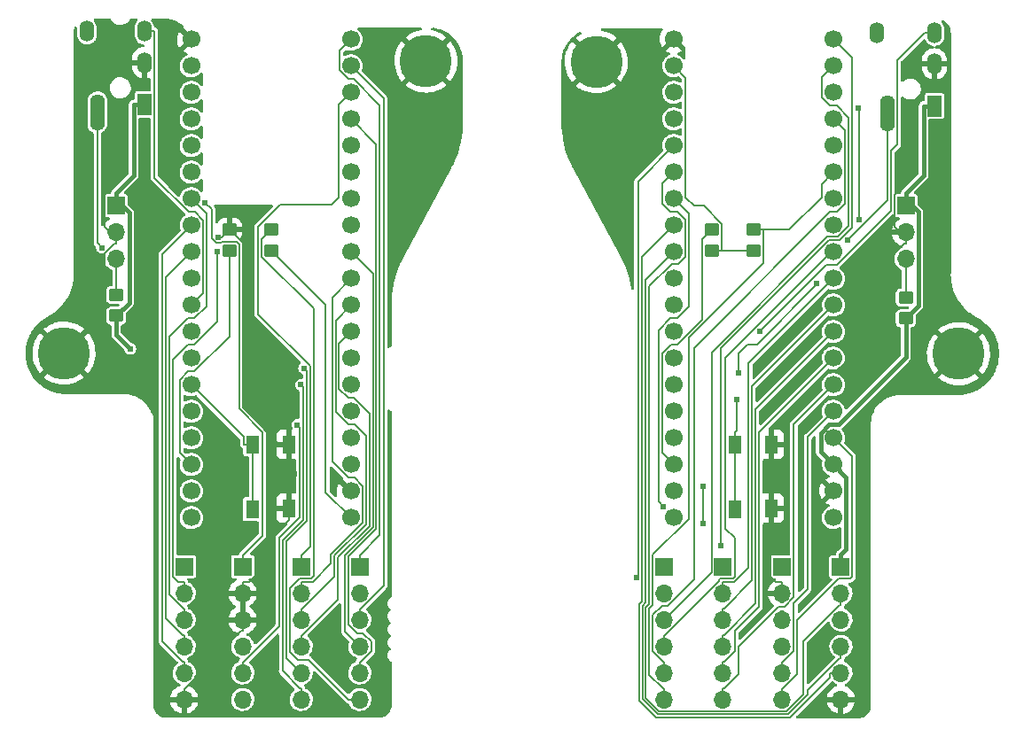
<source format=gbr>
%TF.GenerationSoftware,KiCad,Pcbnew,(6.0.0)*%
%TF.CreationDate,2021-12-31T23:30:31+08:00*%
%TF.ProjectId,adapter,61646170-7465-4722-9e6b-696361645f70,1.1*%
%TF.SameCoordinates,Original*%
%TF.FileFunction,Copper,L2,Bot*%
%TF.FilePolarity,Positive*%
%FSLAX46Y46*%
G04 Gerber Fmt 4.6, Leading zero omitted, Abs format (unit mm)*
G04 Created by KiCad (PCBNEW (6.0.0)) date 2021-12-31 23:30:31*
%MOMM*%
%LPD*%
G01*
G04 APERTURE LIST*
G04 Aperture macros list*
%AMRoundRect*
0 Rectangle with rounded corners*
0 $1 Rounding radius*
0 $2 $3 $4 $5 $6 $7 $8 $9 X,Y pos of 4 corners*
0 Add a 4 corners polygon primitive as box body*
4,1,4,$2,$3,$4,$5,$6,$7,$8,$9,$2,$3,0*
0 Add four circle primitives for the rounded corners*
1,1,$1+$1,$2,$3*
1,1,$1+$1,$4,$5*
1,1,$1+$1,$6,$7*
1,1,$1+$1,$8,$9*
0 Add four rect primitives between the rounded corners*
20,1,$1+$1,$2,$3,$4,$5,0*
20,1,$1+$1,$4,$5,$6,$7,0*
20,1,$1+$1,$6,$7,$8,$9,0*
20,1,$1+$1,$8,$9,$2,$3,0*%
G04 Aperture macros list end*
%TA.AperFunction,ComponentPad*%
%ADD10C,5.000000*%
%TD*%
%TA.AperFunction,ComponentPad*%
%ADD11R,1.700000X1.700000*%
%TD*%
%TA.AperFunction,ComponentPad*%
%ADD12O,1.700000X1.700000*%
%TD*%
%TA.AperFunction,SMDPad,CuDef*%
%ADD13RoundRect,0.250000X0.450000X-0.350000X0.450000X0.350000X-0.450000X0.350000X-0.450000X-0.350000X0*%
%TD*%
%TA.AperFunction,ComponentPad*%
%ADD14O,1.400000X2.000000*%
%TD*%
%TA.AperFunction,ComponentPad*%
%ADD15O,1.400000X3.500000*%
%TD*%
%TA.AperFunction,ComponentPad*%
%ADD16R,1.400000X2.000000*%
%TD*%
%TA.AperFunction,ComponentPad*%
%ADD17C,1.700000*%
%TD*%
%TA.AperFunction,SMDPad,CuDef*%
%ADD18R,1.300000X1.800000*%
%TD*%
%TA.AperFunction,ViaPad*%
%ADD19C,0.609600*%
%TD*%
%TA.AperFunction,Conductor*%
%ADD20C,0.203200*%
%TD*%
%TA.AperFunction,Conductor*%
%ADD21C,0.406400*%
%TD*%
G04 APERTURE END LIST*
D10*
%TO.P,H3,1,1*%
%TO.N,GND*%
X132216000Y-25230000D03*
%TD*%
D11*
%TO.P,J12,1,Pin_1*%
%TO.N,audio_r*%
X98444000Y-73482200D03*
D12*
%TO.P,J12,2,Pin_2*%
%TO.N,GND*%
X98444000Y-76022200D03*
%TO.P,J12,3,Pin_3*%
X98444000Y-78562200D03*
%TO.P,J12,4,Pin_4*%
%TO.N,+5V*%
X98444000Y-81102200D03*
%TO.P,J12,5,Pin_5*%
%TO.N,scl_r*%
X98444000Y-83642200D03*
%TO.P,J12,6,Pin_6*%
%TO.N,sda_r*%
X98444000Y-86182200D03*
%TD*%
D11*
%TO.P,J5,1,Pin_1*%
%TO.N,+5V*%
X155575000Y-73500000D03*
D12*
%TO.P,J5,2,Pin_2*%
%TO.N,cs_trackball_l*%
X155575000Y-76040000D03*
%TO.P,J5,3,Pin_3*%
%TO.N,mosi_l*%
X155575000Y-78580000D03*
%TO.P,J5,4,Pin_4*%
%TO.N,sck_l*%
X155575000Y-81120000D03*
%TO.P,J5,5,Pin_5*%
%TO.N,miso_l*%
X155575000Y-83660000D03*
%TO.P,J5,6,Pin_6*%
%TO.N,GND*%
X155575000Y-86200000D03*
%TD*%
D11*
%TO.P,J7,1,Pin_1*%
%TO.N,+5V*%
X92856000Y-73482200D03*
D12*
%TO.P,J7,2,Pin_2*%
%TO.N,cs_trackball_r*%
X92856000Y-76022200D03*
%TO.P,J7,3,Pin_3*%
%TO.N,mosi_r*%
X92856000Y-78562200D03*
%TO.P,J7,4,Pin_4*%
%TO.N,sck_r*%
X92856000Y-81102200D03*
%TO.P,J7,5,Pin_5*%
%TO.N,miso_r*%
X92856000Y-83642200D03*
%TO.P,J7,6,Pin_6*%
%TO.N,GND*%
X92856000Y-86182200D03*
%TD*%
D11*
%TO.P,J11,1,Pin_1*%
%TO.N,audio_l*%
X149944700Y-73500000D03*
D12*
%TO.P,J11,2,Pin_2*%
%TO.N,GND*%
X149944700Y-76040000D03*
%TO.P,J11,3,Pin_3*%
X149944700Y-78580000D03*
%TO.P,J11,4,Pin_4*%
%TO.N,+5V*%
X149944700Y-81120000D03*
%TO.P,J11,5,Pin_5*%
%TO.N,scl_l*%
X149944700Y-83660000D03*
%TO.P,J11,6,Pin_6*%
%TO.N,sda_l*%
X149944700Y-86200000D03*
%TD*%
D11*
%TO.P,J3,1,Pin_1*%
%TO.N,+5V*%
X161786000Y-39000000D03*
D12*
%TO.P,J3,2,Pin_2*%
%TO.N,GND*%
X161786000Y-41540000D03*
%TO.P,J3,3,Pin_3*%
%TO.N,rgb_l*%
X161786000Y-44080000D03*
%TD*%
D10*
%TO.P,H4,1,1*%
%TO.N,GND*%
X166800000Y-53150000D03*
%TD*%
D11*
%TO.P,J9,1,Pin_1*%
%TO.N,col3_l*%
X144314300Y-73482200D03*
D12*
%TO.P,J9,2,Pin_2*%
%TO.N,row1_l*%
X144314300Y-76022200D03*
%TO.P,J9,3,Pin_3*%
%TO.N,col2_l*%
X144314300Y-78562200D03*
%TO.P,J9,4,Pin_4*%
%TO.N,col1_l*%
X144314300Y-81102200D03*
%TO.P,J9,5,Pin_5*%
%TO.N,row2_l*%
X144314300Y-83642200D03*
%TO.P,J9,6,Pin_6*%
%TO.N,row6_l*%
X144314300Y-86182200D03*
%TD*%
D10*
%TO.P,H2,1,1*%
%TO.N,GND*%
X81376000Y-53080000D03*
%TD*%
D11*
%TO.P,J4,1,Pin_1*%
%TO.N,+5V*%
X86341000Y-39000000D03*
D12*
%TO.P,J4,2,Pin_2*%
%TO.N,GND*%
X86341000Y-41540000D03*
%TO.P,J4,3,Pin_3*%
%TO.N,rgb_r*%
X86341000Y-44080000D03*
%TD*%
D11*
%TO.P,J8,1,Pin_1*%
%TO.N,row4_r*%
X109620000Y-73482200D03*
D12*
%TO.P,J8,2,Pin_2*%
%TO.N,row3_r*%
X109620000Y-76022200D03*
%TO.P,J8,3,Pin_3*%
%TO.N,col4_r*%
X109620000Y-78562200D03*
%TO.P,J8,4,Pin_4*%
%TO.N,col5_r*%
X109620000Y-81102200D03*
%TO.P,J8,5,Pin_5*%
%TO.N,col6_r*%
X109620000Y-83642200D03*
%TO.P,J8,6,Pin_6*%
%TO.N,row5_r*%
X109620000Y-86182200D03*
%TD*%
D10*
%TO.P,H1,1,1*%
%TO.N,GND*%
X115951000Y-25180000D03*
%TD*%
D11*
%TO.P,J6,1,Pin_1*%
%TO.N,col3_r*%
X104032000Y-73482200D03*
D12*
%TO.P,J6,2,Pin_2*%
%TO.N,row1_r*%
X104032000Y-76022200D03*
%TO.P,J6,3,Pin_3*%
%TO.N,col2_r*%
X104032000Y-78562200D03*
%TO.P,J6,4,Pin_4*%
%TO.N,col1_r*%
X104032000Y-81102200D03*
%TO.P,J6,5,Pin_5*%
%TO.N,row2_r*%
X104032000Y-83642200D03*
%TO.P,J6,6,Pin_6*%
%TO.N,row6_r*%
X104032000Y-86182200D03*
%TD*%
D11*
%TO.P,J10,1,Pin_1*%
%TO.N,row4_l*%
X138684000Y-73482200D03*
D12*
%TO.P,J10,2,Pin_2*%
%TO.N,row3_l*%
X138684000Y-76022200D03*
%TO.P,J10,3,Pin_3*%
%TO.N,col4_l*%
X138684000Y-78562200D03*
%TO.P,J10,4,Pin_4*%
%TO.N,col5_l*%
X138684000Y-81102200D03*
%TO.P,J10,5,Pin_5*%
%TO.N,col6_l*%
X138684000Y-83642200D03*
%TO.P,J10,6,Pin_6*%
%TO.N,dfu_bootloader_bodge_l*%
X138684000Y-86182200D03*
%TD*%
D13*
%TO.P,R8,1*%
%TO.N,split_hand_r*%
X97174000Y-43291000D03*
%TO.P,R8,2*%
%TO.N,GND*%
X97174000Y-41291000D03*
%TD*%
%TO.P,R7,1*%
%TO.N,+3V3*%
X101174500Y-43291000D03*
%TO.P,R7,2*%
%TO.N,row5_r*%
X101174500Y-41291000D03*
%TD*%
D14*
%TO.P,J2,*%
%TO.N,*%
X159011000Y-22450000D03*
%TO.P,J2,R1*%
%TO.N,GND*%
X164511000Y-25450000D03*
%TO.P,J2,R2*%
%TO.N,serial_l*%
X164511000Y-22450000D03*
D15*
%TO.P,J2,S*%
%TO.N,serial_rx_l*%
X160011000Y-30200000D03*
D16*
%TO.P,J2,T*%
%TO.N,+5V*%
X164511000Y-29450000D03*
%TD*%
D14*
%TO.P,J1,*%
%TO.N,*%
X83566000Y-22325000D03*
%TO.P,J1,R1*%
%TO.N,GND*%
X89066000Y-25325000D03*
%TO.P,J1,R2*%
%TO.N,serial_r*%
X89066000Y-22325000D03*
D15*
%TO.P,J1,S*%
%TO.N,serial_rx_r*%
X84566000Y-30075000D03*
D16*
%TO.P,J1,T*%
%TO.N,+5V*%
X89066000Y-29325000D03*
%TD*%
D13*
%TO.P,R1,1*%
%TO.N,+3V3*%
X147256500Y-43291000D03*
%TO.P,R1,2*%
%TO.N,dfu_bootloader_bodge_l*%
X147256500Y-41291000D03*
%TD*%
D17*
%TO.P,U2,2,PB13*%
%TO.N,row4_l*%
X154860000Y-23080000D03*
%TO.P,U2,3,PB14*%
%TO.N,col4_l*%
X154860000Y-25620000D03*
%TO.P,U2,4,PB15*%
%TO.N,col3_l*%
X154860000Y-28160000D03*
%TO.P,U2,5,PA8*%
%TO.N,col6_l*%
X154860000Y-30700000D03*
%TO.P,U2,6,PA9*%
%TO.N,unconnected-(U2-Pad6)*%
X154860000Y-33240000D03*
%TO.P,U2,7,PA10*%
%TO.N,dfu_bootloader_bodge_l*%
X154860000Y-35780000D03*
%TO.P,U2,8,PA11*%
%TO.N,unconnected-(U2-Pad8)*%
X154860000Y-38320000D03*
%TO.P,U2,9,PA12*%
%TO.N,unconnected-(U2-Pad9)*%
X154860000Y-40860000D03*
%TO.P,U2,10,PA15*%
%TO.N,col5_l*%
X154860000Y-43400000D03*
%TO.P,U2,11,PB3*%
%TO.N,row1_l*%
X154860000Y-45940000D03*
%TO.P,U2,12,PB4*%
%TO.N,col2_l*%
X154860000Y-48480000D03*
%TO.P,U2,13,PB5*%
%TO.N,col1_l*%
X154860000Y-51020000D03*
%TO.P,U2,14,PB6*%
%TO.N,row2_l*%
X154860000Y-53560000D03*
%TO.P,U2,15,PB7*%
%TO.N,row6_l*%
X154860000Y-56100000D03*
%TO.P,U2,16,PB8*%
%TO.N,scl_l*%
X154860000Y-58640000D03*
%TO.P,U2,17,PB9*%
%TO.N,sda_l*%
X154860000Y-61180000D03*
%TO.P,U2,18,5V*%
%TO.N,+5V*%
X154860000Y-63720000D03*
%TO.P,U2,19,GND*%
%TO.N,GND*%
X154860000Y-66260000D03*
%TO.P,U2,20,3V3*%
%TO.N,unconnected-(U2-Pad20)*%
X154860000Y-68800000D03*
%TO.P,U2,21,VBat*%
%TO.N,unconnected-(U2-Pad21)*%
X139620000Y-68800000D03*
%TO.P,U2,22,PC13*%
%TO.N,unconnected-(U2-Pad22)*%
X139620000Y-66260000D03*
%TO.P,U2,23,PC14*%
%TO.N,split_hand_l*%
X139620000Y-63720000D03*
%TO.P,U2,24,PC15*%
%TO.N,unconnected-(U2-Pad24)*%
X139620000Y-61180000D03*
%TO.P,U2,25,RES*%
%TO.N,unconnected-(U2-Pad25)*%
X139620000Y-58640000D03*
%TO.P,U2,26,PA0*%
%TO.N,button_user_l*%
X139620000Y-56100000D03*
%TO.P,U2,27,PA1*%
%TO.N,rgb_l*%
X139620000Y-53560000D03*
%TO.P,U2,28,PA2*%
%TO.N,serial_l*%
X139620000Y-51020000D03*
%TO.P,U2,29,PA3*%
%TO.N,serial_rx_l*%
X139620000Y-48480000D03*
%TO.P,U2,30,PA4*%
%TO.N,unconnected-(U2-Pad30)*%
X139620000Y-45940000D03*
%TO.P,U2,31,PA5*%
%TO.N,sck_l*%
X139620000Y-43400000D03*
%TO.P,U2,32,PA6*%
%TO.N,miso_l*%
X139620000Y-40860000D03*
%TO.P,U2,33,PA7*%
%TO.N,mosi_l*%
X139620000Y-38320000D03*
%TO.P,U2,34,PB0*%
%TO.N,cs_trackball_l*%
X139620000Y-35780000D03*
%TO.P,U2,35,PB1*%
%TO.N,audio_l*%
X139620000Y-33240000D03*
%TO.P,U2,36,PB2*%
%TO.N,unconnected-(U2-Pad36)*%
X139620000Y-30700000D03*
%TO.P,U2,37,PB10*%
%TO.N,unconnected-(U2-Pad37)*%
X139620000Y-28160000D03*
%TO.P,U2,38,3V3*%
%TO.N,+3V3*%
X139620000Y-25620000D03*
%TO.P,U2,39,GND*%
%TO.N,GND*%
X139620000Y-23080000D03*
%TD*%
D13*
%TO.P,R2,1*%
%TO.N,+3V3*%
X143256000Y-43291000D03*
%TO.P,R2,2*%
%TO.N,split_hand_l*%
X143256000Y-41291000D03*
%TD*%
%TO.P,R5,1*%
%TO.N,+5V*%
X86360000Y-49514000D03*
%TO.P,R5,2*%
%TO.N,rgb_r*%
X86360000Y-47514000D03*
%TD*%
D18*
%TO.P,SW2,1,1*%
%TO.N,button_user_r*%
X99410000Y-61797000D03*
X99360000Y-67997000D03*
%TO.P,SW2,2,2*%
%TO.N,GND*%
X102860000Y-67897000D03*
X102860000Y-61797000D03*
%TD*%
D17*
%TO.P,U1,2,PB13*%
%TO.N,row4_r*%
X108780000Y-23090000D03*
%TO.P,U1,3,PB14*%
%TO.N,col4_r*%
X108780000Y-25630000D03*
%TO.P,U1,4,PB15*%
%TO.N,col3_r*%
X108780000Y-28170000D03*
%TO.P,U1,5,PA8*%
%TO.N,col6_r*%
X108780000Y-30710000D03*
%TO.P,U1,6,PA9*%
%TO.N,unconnected-(U1-Pad6)*%
X108780000Y-33250000D03*
%TO.P,U1,7,PA10*%
%TO.N,unconnected-(U1-Pad7)*%
X108780000Y-35790000D03*
%TO.P,U1,8,PA11*%
%TO.N,unconnected-(U1-Pad8)*%
X108780000Y-38330000D03*
%TO.P,U1,9,PA12*%
%TO.N,unconnected-(U1-Pad9)*%
X108780000Y-40870000D03*
%TO.P,U1,10,PA15*%
%TO.N,col5_r*%
X108780000Y-43410000D03*
%TO.P,U1,11,PB3*%
%TO.N,row1_r*%
X108780000Y-45950000D03*
%TO.P,U1,12,PB4*%
%TO.N,col2_r*%
X108780000Y-48490000D03*
%TO.P,U1,13,PB5*%
%TO.N,col1_r*%
X108780000Y-51030000D03*
%TO.P,U1,14,PB6*%
%TO.N,row2_r*%
X108780000Y-53570000D03*
%TO.P,U1,15,PB7*%
%TO.N,row6_r*%
X108780000Y-56110000D03*
%TO.P,U1,16,PB8*%
%TO.N,scl_r*%
X108780000Y-58650000D03*
%TO.P,U1,17,PB9*%
%TO.N,sda_r*%
X108780000Y-61190000D03*
%TO.P,U1,18,5V*%
%TO.N,+5V*%
X108780000Y-63730000D03*
%TO.P,U1,19,GND*%
%TO.N,GND*%
X108780000Y-66270000D03*
%TO.P,U1,20,3V3*%
%TO.N,+3V3*%
X108780000Y-68810000D03*
%TO.P,U1,21,VBat*%
%TO.N,unconnected-(U1-Pad21)*%
X93540000Y-68810000D03*
%TO.P,U1,22,PC13*%
%TO.N,unconnected-(U1-Pad22)*%
X93540000Y-66270000D03*
%TO.P,U1,23,PC14*%
%TO.N,split_hand_r*%
X93540000Y-63730000D03*
%TO.P,U1,24,PC15*%
%TO.N,unconnected-(U1-Pad24)*%
X93540000Y-61190000D03*
%TO.P,U1,25,RES*%
%TO.N,unconnected-(U1-Pad25)*%
X93540000Y-58650000D03*
%TO.P,U1,26,PA0*%
%TO.N,button_user_r*%
X93540000Y-56110000D03*
%TO.P,U1,27,PA1*%
%TO.N,rgb_r*%
X93540000Y-53570000D03*
%TO.P,U1,28,PA2*%
%TO.N,serial_rx_r*%
X93540000Y-51030000D03*
%TO.P,U1,29,PA3*%
%TO.N,serial_r*%
X93540000Y-48490000D03*
%TO.P,U1,30,PA4*%
%TO.N,unconnected-(U1-Pad30)*%
X93540000Y-45950000D03*
%TO.P,U1,31,PA5*%
%TO.N,sck_r*%
X93540000Y-43410000D03*
%TO.P,U1,32,PA6*%
%TO.N,miso_r*%
X93540000Y-40870000D03*
%TO.P,U1,33,PA7*%
%TO.N,mosi_r*%
X93540000Y-38330000D03*
%TO.P,U1,34,PB0*%
%TO.N,cs_trackball_r*%
X93540000Y-35790000D03*
%TO.P,U1,35,PB1*%
%TO.N,audio_r*%
X93540000Y-33250000D03*
%TO.P,U1,36,PB2*%
%TO.N,unconnected-(U1-Pad36)*%
X93540000Y-30710000D03*
%TO.P,U1,37,PB10*%
%TO.N,unconnected-(U1-Pad37)*%
X93540000Y-28170000D03*
%TO.P,U1,38,3V3*%
%TO.N,unconnected-(U1-Pad38)*%
X93540000Y-25630000D03*
%TO.P,U1,39,GND*%
%TO.N,GND*%
X93540000Y-23090000D03*
%TD*%
D13*
%TO.P,R4,1*%
%TO.N,+5V*%
X161761000Y-49768000D03*
%TO.P,R4,2*%
%TO.N,rgb_l*%
X161761000Y-47768000D03*
%TD*%
D18*
%TO.P,SW1,1,1*%
%TO.N,button_user_l*%
X145440000Y-67997000D03*
X145490000Y-61797000D03*
%TO.P,SW1,2,2*%
%TO.N,GND*%
X148940000Y-67897000D03*
X148940000Y-61797000D03*
%TD*%
D19*
%TO.N,serial_rx_r*%
X85002600Y-43001000D03*
%TO.N,serial_rx_l*%
X156201900Y-42277100D03*
%TO.N,audio_l*%
X136067100Y-74564100D03*
%TO.N,GND*%
X148940000Y-66231800D03*
X103351700Y-64610300D03*
X107120300Y-64610300D03*
X96095800Y-41987000D03*
%TO.N,+5V*%
X87710000Y-52670000D03*
%TO.N,serial_l*%
X147799800Y-51020000D03*
%TO.N,row2_r*%
X104307500Y-54515400D03*
%TO.N,audio_r*%
X94843400Y-38712600D03*
%TO.N,button_user_l*%
X145642600Y-57498900D03*
%TO.N,row4_l*%
X144100100Y-71523700D03*
%TO.N,col3_l*%
X142390000Y-65850000D03*
X157280000Y-40290000D03*
X142400000Y-69330000D03*
X145840000Y-54970000D03*
X153260000Y-46460000D03*
X157240000Y-29660000D03*
%TO.N,mosi_l*%
X138642600Y-67721000D03*
%TO.N,cs_trackball_r*%
X96040900Y-43410100D03*
%TO.N,row6_r*%
X103999300Y-56110000D03*
%TO.N,scl_r*%
X103670500Y-59932500D03*
%TD*%
D20*
%TO.N,serial_rx_r*%
X84566000Y-42564400D02*
X85002600Y-43001000D01*
X84566000Y-30075000D02*
X84566000Y-42564400D01*
%TO.N,serial_rx_l*%
X160011000Y-38468000D02*
X160011000Y-30200000D01*
X156201900Y-42277100D02*
X160011000Y-38468000D01*
%TO.N,audio_l*%
X139620000Y-33240000D02*
X136198300Y-36661700D01*
X136198300Y-74432900D02*
X136067100Y-74564100D01*
X136198300Y-36661700D02*
X136198300Y-74432900D01*
%TO.N,GND*%
X148940000Y-60424400D02*
X148940000Y-61797000D01*
X154534400Y-54830000D02*
X148940000Y-60424400D01*
X148825900Y-74447400D02*
X149339600Y-74961100D01*
X86341000Y-42079400D02*
X86341000Y-42618900D01*
X101981100Y-61797000D02*
X98434500Y-58250400D01*
X86341000Y-42079400D02*
X85262000Y-41000400D01*
X85262100Y-43562800D02*
X85262100Y-49193900D01*
X98444000Y-78562200D02*
X98444000Y-76022200D01*
X164511000Y-27071000D02*
X164511000Y-25450000D01*
X93934900Y-84159400D02*
X93934900Y-84038400D01*
X161786000Y-42618900D02*
X161651100Y-42618900D01*
X86341000Y-42618900D02*
X86206000Y-42618900D01*
X162654900Y-28927100D02*
X164511000Y-27071000D01*
X102860000Y-67897000D02*
X102860000Y-69025900D01*
X98444000Y-76022200D02*
X98444000Y-74943300D01*
X156093900Y-53855400D02*
X155119300Y-54830000D01*
X156093900Y-48176100D02*
X156093900Y-53855400D01*
X161786000Y-41540000D02*
X161786000Y-42079400D01*
X162654900Y-35973100D02*
X162654900Y-28927100D01*
X96478000Y-41987000D02*
X97174000Y-41291000D01*
X161786000Y-42079400D02*
X160707000Y-41000400D01*
X148940000Y-67897000D02*
X148940000Y-69025900D01*
X86341000Y-41540000D02*
X86341000Y-42079400D01*
X98444000Y-79101600D02*
X98444000Y-78562200D01*
X101137300Y-70748600D02*
X102860000Y-69025900D01*
X85262000Y-37921000D02*
X87209900Y-35973100D01*
X92856000Y-86182200D02*
X92856000Y-85103300D01*
X98332200Y-79641100D02*
X98444000Y-79641100D01*
X98444000Y-79101600D02*
X98444000Y-79641100D01*
X96095800Y-41987000D02*
X96478000Y-41987000D01*
X161651100Y-42618900D02*
X156093900Y-48176100D01*
X87209900Y-28802100D02*
X89066000Y-26946000D01*
X86206000Y-42618900D02*
X85262100Y-43562800D01*
X102860000Y-61797000D02*
X101981100Y-61797000D01*
X148940000Y-66231800D02*
X148940000Y-61797000D01*
X161786000Y-42079400D02*
X161786000Y-42618900D01*
X102860000Y-64610300D02*
X103351700Y-64610300D01*
X149944700Y-76040000D02*
X149944700Y-74961100D01*
X148940000Y-67897000D02*
X148940000Y-66231800D01*
X101137300Y-72839300D02*
X101137300Y-70748600D01*
X93934900Y-84038400D02*
X98332200Y-79641100D01*
X160707000Y-41000400D02*
X160707000Y-37921000D01*
X85262100Y-49193900D02*
X81376000Y-53080000D01*
X148940000Y-69025900D02*
X148825900Y-69140000D01*
X89066000Y-26946000D02*
X89066000Y-25325000D01*
X87209900Y-35973100D02*
X87209900Y-28802100D01*
X92856000Y-85103300D02*
X92991000Y-85103300D01*
X155119300Y-54830000D02*
X154534400Y-54830000D01*
X148825900Y-69140000D02*
X148825900Y-74447400D01*
X85262000Y-41000400D02*
X85262000Y-37921000D01*
X102860000Y-64610300D02*
X102860000Y-61797000D01*
X98434500Y-58250400D02*
X98434500Y-42551500D01*
X98444000Y-74943300D02*
X99033300Y-74943300D01*
X160707000Y-37921000D02*
X162654900Y-35973100D01*
X98434500Y-42551500D02*
X97174000Y-41291000D01*
X92991000Y-85103300D02*
X93934900Y-84159400D01*
X108780000Y-66270000D02*
X107120300Y-64610300D01*
X149339600Y-74961100D02*
X149944700Y-74961100D01*
X102860000Y-67897000D02*
X102860000Y-64610300D01*
X99033300Y-74943300D02*
X101137300Y-72839300D01*
%TO.N,serial_r*%
X93861500Y-39600000D02*
X93272400Y-39600000D01*
X94649900Y-47380100D02*
X94649900Y-40388400D01*
X89994900Y-36322500D02*
X89994900Y-22325000D01*
X93272400Y-39600000D02*
X89994900Y-36322500D01*
X94649900Y-40388400D02*
X93861500Y-39600000D01*
X89066000Y-22325000D02*
X89994900Y-22325000D01*
X93540000Y-48490000D02*
X94649900Y-47380100D01*
D21*
%TO.N,+5V*%
X153650900Y-62510900D02*
X153650900Y-60697300D01*
X162972000Y-48557000D02*
X161761000Y-49768000D01*
X86341000Y-38409700D02*
X86341000Y-37819500D01*
X87710000Y-52670000D02*
X86360000Y-51320000D01*
X86341000Y-39000000D02*
X86341000Y-38409700D01*
X89066000Y-29325000D02*
X88035500Y-29325000D01*
X87594500Y-39663200D02*
X87594500Y-48279500D01*
X87594500Y-48279500D02*
X86360000Y-49514000D01*
X156083800Y-71810700D02*
X156083800Y-64943800D01*
X161786000Y-38409700D02*
X161786000Y-37819500D01*
X86341000Y-38409700D02*
X87594500Y-39663200D01*
X163480500Y-29450000D02*
X163480500Y-36125000D01*
X155575000Y-73500000D02*
X155575000Y-72319500D01*
X155575000Y-72319500D02*
X156083800Y-71810700D01*
X161761000Y-53486600D02*
X161761000Y-49768000D01*
X156083800Y-64943800D02*
X154860000Y-63720000D01*
X153650900Y-60697300D02*
X154438200Y-59910000D01*
X86360000Y-51320000D02*
X86360000Y-49514000D01*
X155337600Y-59910000D02*
X161761000Y-53486600D01*
X154438200Y-59910000D02*
X155337600Y-59910000D01*
X88035500Y-29325000D02*
X88035500Y-36125000D01*
X162972000Y-39595700D02*
X162972000Y-48557000D01*
X161786000Y-38409700D02*
X162972000Y-39595700D01*
X88035500Y-36125000D02*
X86341000Y-37819500D01*
X154860000Y-63720000D02*
X153650900Y-62510900D01*
X164511000Y-29450000D02*
X163480500Y-29450000D01*
X161786000Y-39000000D02*
X161786000Y-38409700D01*
X163480500Y-36125000D02*
X161786000Y-37819500D01*
D20*
%TO.N,serial_l*%
X154149800Y-44670000D02*
X147799800Y-51020000D01*
X160341600Y-39486600D02*
X155158200Y-44670000D01*
X163582100Y-22450000D02*
X160954600Y-25077500D01*
X160954600Y-25077500D02*
X160954600Y-33147700D01*
X155158200Y-44670000D02*
X154149800Y-44670000D01*
X160954600Y-33147700D02*
X160341600Y-33760700D01*
X164511000Y-22450000D02*
X163582100Y-22450000D01*
X160341600Y-33760700D02*
X160341600Y-39486600D01*
%TO.N,rgb_r*%
X86360000Y-45177900D02*
X86360000Y-47514000D01*
X86341000Y-44080000D02*
X86341000Y-45158900D01*
X86341000Y-45158900D02*
X86360000Y-45177900D01*
%TO.N,cs_trackball_l*%
X151965600Y-85717300D02*
X151965600Y-80616500D01*
X136944000Y-77381500D02*
X136944000Y-86014800D01*
X151965600Y-80616500D02*
X155463200Y-77118900D01*
X137261900Y-77063600D02*
X136944000Y-77381500D01*
X138211300Y-87282100D02*
X150400800Y-87282100D01*
X155463200Y-77118900D02*
X155575000Y-77118900D01*
X140705700Y-40351000D02*
X140705700Y-43877300D01*
X138538800Y-36861200D02*
X138538800Y-38818300D01*
X138538800Y-38818300D02*
X139310500Y-39590000D01*
X136944000Y-86014800D02*
X138211300Y-87282100D01*
X137261900Y-46703900D02*
X137261900Y-77063600D01*
X139620000Y-35780000D02*
X138538800Y-36861200D01*
X155575000Y-76040000D02*
X155575000Y-77118900D01*
X140705700Y-43877300D02*
X140030000Y-44553000D01*
X150400800Y-87282100D02*
X151965600Y-85717300D01*
X139412800Y-44553000D02*
X137261900Y-46703900D01*
X140030000Y-44553000D02*
X139412800Y-44553000D01*
X139310500Y-39590000D02*
X139944700Y-39590000D01*
X139944700Y-39590000D02*
X140705700Y-40351000D01*
%TO.N,mosi_r*%
X94984700Y-39774700D02*
X94984700Y-48613900D01*
X93231400Y-49760000D02*
X91446600Y-51544800D01*
X92784000Y-77483300D02*
X92856000Y-77483300D01*
X93540000Y-38330000D02*
X94984700Y-39774700D01*
X93838600Y-49760000D02*
X93231400Y-49760000D01*
X91446600Y-76145900D02*
X92784000Y-77483300D01*
X92856000Y-78562200D02*
X92856000Y-77483300D01*
X94984700Y-48613900D02*
X93838600Y-49760000D01*
X91446600Y-51544800D02*
X91446600Y-76145900D01*
%TO.N,sck_r*%
X92856000Y-81102200D02*
X92856000Y-80023300D01*
X91116100Y-78390400D02*
X92749000Y-80023300D01*
X91116100Y-45833900D02*
X91116100Y-78390400D01*
X93540000Y-43410000D02*
X91116100Y-45833900D01*
X92749000Y-80023300D02*
X92856000Y-80023300D01*
%TO.N,miso_r*%
X90776800Y-43633200D02*
X90776800Y-80595900D01*
X92856000Y-83642200D02*
X92856000Y-82563300D01*
X92744200Y-82563300D02*
X92856000Y-82563300D01*
X90776800Y-80595900D02*
X92744200Y-82563300D01*
X93540000Y-40870000D02*
X90776800Y-43633200D01*
%TO.N,row1_r*%
X106888500Y-72315300D02*
X106888500Y-73181300D01*
X106989100Y-47740900D02*
X106989100Y-63475300D01*
X106989100Y-63475300D02*
X108513800Y-65000000D01*
X109884400Y-65782000D02*
X109884400Y-69319400D01*
X108513800Y-65000000D02*
X109102400Y-65000000D01*
X108780000Y-45950000D02*
X106989100Y-47740900D01*
X109102400Y-65000000D02*
X109884400Y-65782000D01*
X106888500Y-73181300D02*
X105126500Y-74943300D01*
X104032000Y-76022200D02*
X104032000Y-74943300D01*
X109884400Y-69319400D02*
X106888500Y-72315300D01*
X105126500Y-74943300D02*
X104032000Y-74943300D01*
%TO.N,row2_r*%
X104546400Y-69134700D02*
X102587100Y-71094000D01*
X102587100Y-82197300D02*
X104032000Y-83642200D01*
X102587100Y-71094000D02*
X102587100Y-82197300D01*
X104307500Y-54515400D02*
X104546400Y-54754300D01*
X104546400Y-54754300D02*
X104546400Y-69134700D01*
%TO.N,row4_r*%
X109620000Y-73482200D02*
X109620000Y-72403300D01*
X109620000Y-72403300D02*
X111542000Y-70481300D01*
X107678100Y-26058400D02*
X107678100Y-24191900D01*
X109041900Y-26900000D02*
X108519700Y-26900000D01*
X111542000Y-70481300D02*
X111542000Y-29400100D01*
X108519700Y-26900000D02*
X107678100Y-26058400D01*
X107678100Y-24191900D02*
X108780000Y-23090000D01*
X111542000Y-29400100D02*
X109041900Y-26900000D01*
%TO.N,col3_r*%
X107622000Y-38212800D02*
X107622000Y-29328000D01*
X106910000Y-38924800D02*
X107622000Y-38212800D01*
X99901400Y-49354500D02*
X99901400Y-41023100D01*
X104876900Y-54330000D02*
X99901400Y-49354500D01*
X107622000Y-29328000D02*
X108780000Y-28170000D01*
X104876900Y-71558400D02*
X104876900Y-54330000D01*
X104032000Y-72403300D02*
X104876900Y-71558400D01*
X101999700Y-38924800D02*
X106910000Y-38924800D01*
X104032000Y-73482200D02*
X104032000Y-72403300D01*
X99901400Y-41023100D02*
X101999700Y-38924800D01*
%TO.N,row5_r*%
X100231900Y-42233600D02*
X101174500Y-41291000D01*
X100231900Y-43860400D02*
X100231900Y-42233600D01*
X105207400Y-74395000D02*
X105207400Y-48835900D01*
X105015500Y-74586900D02*
X105207400Y-74395000D01*
X109620000Y-86182200D02*
X108541100Y-86182200D01*
X102952000Y-81625900D02*
X102952000Y-75527900D01*
X105207400Y-48835900D02*
X100231900Y-43860400D01*
X103698300Y-82372200D02*
X102952000Y-81625900D01*
X103893000Y-74586900D02*
X105015500Y-74586900D01*
X108541100Y-86182200D02*
X104731100Y-82372200D01*
X104731100Y-82372200D02*
X103698300Y-82372200D01*
X102952000Y-75527900D02*
X103893000Y-74586900D01*
%TO.N,col2_r*%
X107219000Y-72452200D02*
X107219000Y-74431300D01*
X108523100Y-59920000D02*
X109105700Y-59920000D01*
X104032000Y-78562200D02*
X104032000Y-77483300D01*
X107219000Y-74431300D02*
X104167000Y-77483300D01*
X107319600Y-58716500D02*
X108523100Y-59920000D01*
X110214900Y-61029200D02*
X110214900Y-69456300D01*
X108780000Y-48490000D02*
X107319600Y-49950400D01*
X104167000Y-77483300D02*
X104032000Y-77483300D01*
X109105700Y-59920000D02*
X110214900Y-61029200D01*
X110214900Y-69456300D02*
X107219000Y-72452200D01*
X107319600Y-49950400D02*
X107319600Y-58716500D01*
%TO.N,col1_r*%
X107549500Y-72589100D02*
X107549500Y-76617600D01*
X110545400Y-58881400D02*
X110545400Y-69593200D01*
X109044000Y-57380000D02*
X110545400Y-58881400D01*
X107650100Y-52159900D02*
X107650100Y-56505900D01*
X108780000Y-51030000D02*
X107650100Y-52159900D01*
X107549500Y-76617600D02*
X104143800Y-80023300D01*
X104143800Y-80023300D02*
X104032000Y-80023300D01*
X107650100Y-56505900D02*
X108524200Y-57380000D01*
X104032000Y-81102200D02*
X104032000Y-80023300D01*
X108524200Y-57380000D02*
X109044000Y-57380000D01*
X110545400Y-69593200D02*
X107549500Y-72589100D01*
%TO.N,audio_r*%
X96361400Y-42571100D02*
X95895200Y-42571100D01*
X98104000Y-58387400D02*
X98104000Y-42715200D01*
X100326000Y-60609400D02*
X98104000Y-58387400D01*
X96476500Y-42456000D02*
X96361400Y-42571100D01*
X98444000Y-73482200D02*
X98444000Y-72403300D01*
X97844800Y-42456000D02*
X96476500Y-42456000D01*
X98444000Y-72403300D02*
X100326000Y-70521300D01*
X100326000Y-70521300D02*
X100326000Y-60609400D01*
X95467000Y-42142900D02*
X95467000Y-39336200D01*
X98104000Y-42715200D02*
X97844800Y-42456000D01*
X95467000Y-39336200D02*
X94843400Y-38712600D01*
X95895200Y-42571100D02*
X95467000Y-42142900D01*
%TO.N,col4_r*%
X111907100Y-28757100D02*
X108780000Y-25630000D01*
X109731800Y-77483300D02*
X111907100Y-75308000D01*
X111907100Y-75308000D02*
X111907100Y-28757100D01*
X109620000Y-78562200D02*
X109620000Y-77483300D01*
X109620000Y-77483300D02*
X109731800Y-77483300D01*
%TO.N,col5_r*%
X108210500Y-72395500D02*
X108210500Y-79692700D01*
X110875900Y-45505900D02*
X110875900Y-69730100D01*
X108210500Y-79692700D02*
X109620000Y-81102200D01*
X110875900Y-69730100D02*
X108210500Y-72395500D01*
X108780000Y-43410000D02*
X110875900Y-45505900D01*
%TO.N,col6_r*%
X109620000Y-82563300D02*
X109754900Y-82563300D01*
X109361800Y-79832200D02*
X108541000Y-79011400D01*
X109754900Y-82563300D02*
X110730800Y-81587400D01*
X110730800Y-80642700D02*
X109920300Y-79832200D01*
X109920300Y-79832200D02*
X109361800Y-79832200D01*
X111209800Y-33139800D02*
X108780000Y-30710000D01*
X111209800Y-69863700D02*
X111209800Y-33139800D01*
X110730800Y-81587400D02*
X110730800Y-80642700D01*
X108541000Y-79011400D02*
X108541000Y-72532500D01*
X108541000Y-72532500D02*
X111209800Y-69863700D01*
X109620000Y-83642200D02*
X109620000Y-82563300D01*
%TO.N,button_user_l*%
X145490000Y-60668100D02*
X145642600Y-60515500D01*
X145490000Y-62925900D02*
X145440000Y-62975900D01*
X145490000Y-61797000D02*
X145490000Y-60668100D01*
X145490000Y-62361400D02*
X145490000Y-62925900D01*
X145440000Y-62975900D02*
X145440000Y-67997000D01*
X145642600Y-60515500D02*
X145642600Y-57498900D01*
X145490000Y-62361400D02*
X145490000Y-61797000D01*
%TO.N,split_hand_r*%
X93234100Y-54840000D02*
X92430800Y-55643300D01*
X93835500Y-54840000D02*
X93234100Y-54840000D01*
X92430800Y-62620800D02*
X93540000Y-63730000D01*
X97174000Y-43291000D02*
X97174000Y-51501500D01*
X92430800Y-55643300D02*
X92430800Y-62620800D01*
X97174000Y-51501500D02*
X93835500Y-54840000D01*
%TO.N,button_user_r*%
X99360000Y-67997000D02*
X99360000Y-66868100D01*
X99360000Y-66868100D02*
X99410000Y-66818100D01*
X99410000Y-66818100D02*
X99410000Y-61797000D01*
X93540000Y-56110000D02*
X98531100Y-61101100D01*
X99410000Y-61797000D02*
X98531100Y-61797000D01*
X98531100Y-61101100D02*
X98531100Y-61797000D01*
%TO.N,+3V3*%
X147256500Y-43291000D02*
X144193600Y-43291000D01*
X140758000Y-26758000D02*
X139620000Y-25620000D01*
X108780000Y-68810000D02*
X106380300Y-66410300D01*
X106380300Y-66410300D02*
X106380300Y-48496800D01*
X140758000Y-38220200D02*
X140758000Y-26758000D01*
X106380300Y-48496800D02*
X101174500Y-43291000D01*
X144193600Y-43291000D02*
X143256000Y-43291000D01*
X144193600Y-40723000D02*
X142477500Y-39006900D01*
X142477500Y-39006900D02*
X141544700Y-39006900D01*
X144193600Y-43291000D02*
X144193600Y-40723000D01*
X141544700Y-39006900D02*
X140758000Y-38220200D01*
%TO.N,row1_l*%
X145386700Y-74943300D02*
X146759700Y-73570300D01*
X146759700Y-54040300D02*
X154860000Y-45940000D01*
X144314300Y-76022200D02*
X144314300Y-74943300D01*
X144314300Y-74943300D02*
X145386700Y-74943300D01*
X146759700Y-73570300D02*
X146759700Y-54040300D01*
%TO.N,row2_l*%
X147751400Y-60668600D02*
X154860000Y-53560000D01*
X144314300Y-83642200D02*
X144314300Y-82563300D01*
X144426100Y-82563300D02*
X145444700Y-81544700D01*
X145444700Y-79637200D02*
X147751400Y-77330500D01*
X145444700Y-81544700D02*
X145444700Y-79637200D01*
X147751400Y-77330500D02*
X147751400Y-60668600D01*
X144314300Y-82563300D02*
X144426100Y-82563300D01*
%TO.N,row4_l*%
X156650400Y-41073700D02*
X155452600Y-42271500D01*
X155452600Y-42271500D02*
X154459300Y-42271500D01*
X144100100Y-52630700D02*
X144100100Y-71523700D01*
X156650400Y-24870400D02*
X156650400Y-41073700D01*
X154459300Y-42271500D02*
X144100100Y-52630700D01*
X154860000Y-23080000D02*
X156650400Y-24870400D01*
%TO.N,col3_l*%
X147220000Y-52240000D02*
X147570000Y-52240000D01*
X157280000Y-40290000D02*
X157280000Y-29700000D01*
X153260000Y-46550000D02*
X153260000Y-46460000D01*
X142400000Y-69330000D02*
X142400000Y-65860000D01*
X146680000Y-52240000D02*
X147220000Y-52240000D01*
X157280000Y-29700000D02*
X157240000Y-29660000D01*
X145840000Y-53080000D02*
X146680000Y-52240000D01*
X145840000Y-54970000D02*
X145840000Y-53080000D01*
X147570000Y-52240000D02*
X153260000Y-46550000D01*
X142400000Y-65860000D02*
X142390000Y-65850000D01*
%TO.N,col2_l*%
X147090200Y-74819200D02*
X147090200Y-56249800D01*
X147090200Y-56249800D02*
X154860000Y-48480000D01*
X144426100Y-77483300D02*
X147090200Y-74819200D01*
X144314300Y-77483300D02*
X144426100Y-77483300D01*
X144314300Y-78562200D02*
X144314300Y-77483300D01*
%TO.N,col1_l*%
X147420800Y-77021200D02*
X147420800Y-58459200D01*
X147420800Y-58459200D02*
X154860000Y-51020000D01*
X144314300Y-81102200D02*
X144314300Y-80023300D01*
X144314300Y-80023300D02*
X144418700Y-80023300D01*
X144418700Y-80023300D02*
X147420800Y-77021200D01*
%TO.N,dfu_bootloader_bodge_l*%
X137274500Y-83805600D02*
X138572200Y-85103300D01*
X148192300Y-44495700D02*
X141067600Y-51620400D01*
X138572200Y-85103300D02*
X138684000Y-85103300D01*
X137605000Y-77187900D02*
X137274500Y-77518400D01*
X138684000Y-86182200D02*
X138684000Y-85103300D01*
X141067600Y-51620400D02*
X141067600Y-68906800D01*
X147256500Y-41291000D02*
X148192300Y-41291000D01*
X148192300Y-41291000D02*
X150666300Y-41291000D01*
X153729000Y-38228300D02*
X153729000Y-36911000D01*
X153729000Y-36911000D02*
X154860000Y-35780000D01*
X141067600Y-68906800D02*
X137605000Y-72369400D01*
X137605000Y-72369400D02*
X137605000Y-77187900D01*
X150666300Y-41291000D02*
X153729000Y-38228300D01*
X137274500Y-77518400D02*
X137274500Y-83805600D01*
X148192300Y-41291000D02*
X148192300Y-44495700D01*
%TO.N,mosi_l*%
X138642600Y-67721000D02*
X138160100Y-67238500D01*
X139315200Y-49750000D02*
X139920700Y-49750000D01*
X138160100Y-67238500D02*
X138160100Y-50905100D01*
X141036200Y-39736200D02*
X139620000Y-38320000D01*
X141036200Y-48634500D02*
X141036200Y-39736200D01*
X138160100Y-50905100D02*
X139315200Y-49750000D01*
X139920700Y-49750000D02*
X141036200Y-48634500D01*
%TO.N,miso_l*%
X139620000Y-40860000D02*
X136600900Y-43879100D01*
X136283000Y-86288600D02*
X137937500Y-87943100D01*
X136600900Y-76789800D02*
X136283000Y-77107700D01*
X136600900Y-43879100D02*
X136600900Y-76789800D01*
X136283000Y-77107700D02*
X136283000Y-86288600D01*
X150674600Y-87943100D02*
X154496100Y-84121600D01*
X137937500Y-87943100D02*
X150674600Y-87943100D01*
X154496100Y-84121600D02*
X154496100Y-83660000D01*
X155575000Y-83660000D02*
X154496100Y-83660000D01*
%TO.N,sck_l*%
X150537700Y-87612600D02*
X152413000Y-85737300D01*
X136613500Y-77244600D02*
X136613500Y-86151700D01*
X138074400Y-87612600D02*
X150537700Y-87612600D01*
X136613500Y-86151700D02*
X138074400Y-87612600D01*
X152413000Y-85737300D02*
X152413000Y-85269900D01*
X155575000Y-81120000D02*
X155575000Y-82198900D01*
X139620000Y-43400000D02*
X136931400Y-46088600D01*
X152413000Y-85269900D02*
X155484000Y-82198900D01*
X155484000Y-82198900D02*
X155575000Y-82198900D01*
X136931400Y-76926700D02*
X136613500Y-77244600D01*
X136931400Y-46088600D02*
X136931400Y-76926700D01*
%TO.N,cs_trackball_r*%
X91777100Y-53738600D02*
X93215700Y-52300000D01*
X93215700Y-52300000D02*
X93802900Y-52300000D01*
X92856000Y-74943300D02*
X92293500Y-74943300D01*
X96040900Y-50062000D02*
X96040900Y-43410100D01*
X93802900Y-52300000D02*
X96040900Y-50062000D01*
X91777100Y-74426900D02*
X91777100Y-53738600D01*
X92856000Y-76022200D02*
X92856000Y-74943300D01*
X92293500Y-74943300D02*
X91777100Y-74426900D01*
%TO.N,row6_r*%
X103999300Y-56110000D02*
X104215900Y-56326600D01*
X102256600Y-70957000D02*
X102256600Y-83462800D01*
X104215900Y-56326600D02*
X104215900Y-68997700D01*
X104032000Y-86182200D02*
X104032000Y-85103300D01*
X104215900Y-68997700D02*
X102256600Y-70957000D01*
X102256600Y-83462800D02*
X103897100Y-85103300D01*
X103897100Y-85103300D02*
X104032000Y-85103300D01*
%TO.N,col4_l*%
X153779300Y-28674700D02*
X154534600Y-29430000D01*
X153779300Y-26700700D02*
X153779300Y-28674700D01*
X154294100Y-41939000D02*
X143235300Y-52997800D01*
X156319900Y-30577800D02*
X156319900Y-40936800D01*
X143235300Y-74010900D02*
X138684000Y-78562200D01*
X143235300Y-52997800D02*
X143235300Y-74010900D01*
X155317700Y-41939000D02*
X154294100Y-41939000D01*
X154534600Y-29430000D02*
X155172100Y-29430000D01*
X156319900Y-40936800D02*
X155317700Y-41939000D01*
X154860000Y-25620000D02*
X153779300Y-26700700D01*
X155172100Y-29430000D02*
X156319900Y-30577800D01*
%TO.N,col5_l*%
X145437300Y-70758900D02*
X144525400Y-69847000D01*
X138684000Y-81102200D02*
X138684000Y-80023300D01*
X143972000Y-74838600D02*
X143972000Y-74712700D01*
X154665100Y-43400000D02*
X154860000Y-43400000D01*
X138684000Y-80023300D02*
X138787300Y-80023300D01*
X144525400Y-53539700D02*
X154665100Y-43400000D01*
X138787300Y-80023300D02*
X143972000Y-74838600D01*
X145437300Y-74425300D02*
X145437300Y-70758900D01*
X145275700Y-74586900D02*
X145437300Y-74425300D01*
X144525400Y-69847000D02*
X144525400Y-53539700D01*
X144097800Y-74586900D02*
X145275700Y-74586900D01*
X143972000Y-74712700D02*
X144097800Y-74586900D01*
%TO.N,col6_l*%
X141561000Y-52589900D02*
X141561000Y-74718100D01*
X154560900Y-39590000D02*
X141561000Y-52589900D01*
X138684000Y-83642200D02*
X138684000Y-82563300D01*
X154860000Y-30700000D02*
X155946700Y-31786700D01*
X155946700Y-38829100D02*
X155185800Y-39590000D01*
X137605000Y-78113900D02*
X137605000Y-81582900D01*
X138501400Y-77217500D02*
X137605000Y-78113900D01*
X139061600Y-77217500D02*
X138501400Y-77217500D01*
X155185800Y-39590000D02*
X154560900Y-39590000D01*
X155946700Y-31786700D02*
X155946700Y-38829100D01*
X137605000Y-81582900D02*
X138585400Y-82563300D01*
X138585400Y-82563300D02*
X138684000Y-82563300D01*
X141561000Y-74718100D02*
X139061600Y-77217500D01*
%TO.N,rgb_l*%
X161786000Y-45158900D02*
X161761000Y-45183900D01*
X161786000Y-44080000D02*
X161786000Y-45158900D01*
X161761000Y-45183900D02*
X161761000Y-47768000D01*
%TO.N,split_hand_l*%
X139930500Y-52290000D02*
X142326100Y-49894400D01*
X142326100Y-49894400D02*
X142326100Y-42220900D01*
X139332700Y-52290000D02*
X139930500Y-52290000D01*
X142326100Y-42220900D02*
X143256000Y-41291000D01*
X139620000Y-63720000D02*
X138495900Y-62595900D01*
X138495900Y-62595900D02*
X138495900Y-53126800D01*
X138495900Y-53126800D02*
X139332700Y-52290000D01*
%TO.N,row6_l*%
X145775300Y-83754100D02*
X145775300Y-81151300D01*
X144314300Y-86182200D02*
X144314300Y-85103300D01*
X144314300Y-85103300D02*
X144426100Y-85103300D01*
X144426100Y-85103300D02*
X145775300Y-83754100D01*
X145775300Y-81151300D02*
X149616600Y-77310000D01*
X151075100Y-59884900D02*
X154860000Y-56100000D01*
X151075100Y-76435500D02*
X151075100Y-59884900D01*
X149616600Y-77310000D02*
X150200600Y-77310000D01*
X150200600Y-77310000D02*
X151075100Y-76435500D01*
%TO.N,scl_r*%
X98444000Y-83642200D02*
X98444000Y-82563300D01*
X103670500Y-59932500D02*
X103885400Y-60147400D01*
X101926100Y-79193000D02*
X98555800Y-82563300D01*
X103885400Y-68778000D02*
X101926100Y-70737300D01*
X98555800Y-82563300D02*
X98444000Y-82563300D01*
X101926100Y-70737300D02*
X101926100Y-79193000D01*
X103885400Y-60147400D02*
X103885400Y-68778000D01*
%TO.N,scl_l*%
X152408300Y-75629200D02*
X152408300Y-61091700D01*
X149944700Y-82581100D02*
X150056500Y-82581100D01*
X149944700Y-83660000D02*
X149944700Y-82581100D01*
X151075100Y-76962400D02*
X152408300Y-75629200D01*
X151075100Y-81562500D02*
X151075100Y-76962400D01*
X152408300Y-61091700D02*
X154860000Y-58640000D01*
X150056500Y-82581100D02*
X151075100Y-81562500D01*
%TO.N,sda_l*%
X151405700Y-83771900D02*
X150056500Y-85121100D01*
X155358000Y-74653000D02*
X151405700Y-78605300D01*
X154860000Y-61180000D02*
X156654000Y-62974000D01*
X149944700Y-86200000D02*
X149944700Y-85121100D01*
X156654000Y-74465200D02*
X156466200Y-74653000D01*
X151405700Y-78605300D02*
X151405700Y-83771900D01*
X156654000Y-62974000D02*
X156654000Y-74465200D01*
X156466200Y-74653000D02*
X155358000Y-74653000D01*
X150056500Y-85121100D02*
X149944700Y-85121100D01*
%TD*%
%TA.AperFunction,Conductor*%
%TO.N,GND*%
G36*
X165344410Y-21288460D02*
G01*
X165413356Y-21317846D01*
X165430736Y-21326911D01*
X165574484Y-21416761D01*
X165590243Y-21428409D01*
X165715784Y-21537274D01*
X165718306Y-21539461D01*
X165732073Y-21553417D01*
X165841367Y-21682997D01*
X165852802Y-21698920D01*
X165940670Y-21843878D01*
X165949497Y-21861382D01*
X166013817Y-22018216D01*
X166019822Y-22036877D01*
X166059037Y-22201791D01*
X166062075Y-22221157D01*
X166063566Y-22240300D01*
X166073251Y-22364670D01*
X166072611Y-22375382D01*
X166073449Y-22375382D01*
X166073447Y-22387788D01*
X166071024Y-22399960D01*
X166073443Y-22412131D01*
X166073583Y-22412835D01*
X166076000Y-22437398D01*
X166076000Y-45491857D01*
X166073492Y-45516848D01*
X166073492Y-45516874D01*
X166071026Y-45529034D01*
X166072147Y-45534781D01*
X166086697Y-45916795D01*
X166133793Y-46301966D01*
X166172811Y-46489371D01*
X166209450Y-46665349D01*
X166212887Y-46681859D01*
X166213630Y-46684360D01*
X166213632Y-46684367D01*
X166321835Y-47048467D01*
X166323426Y-47053821D01*
X166324377Y-47056254D01*
X166324380Y-47056264D01*
X166399498Y-47248529D01*
X166464638Y-47415254D01*
X166522887Y-47533995D01*
X166625085Y-47742325D01*
X166635537Y-47763632D01*
X166636887Y-47765886D01*
X166636892Y-47765895D01*
X166717474Y-47900428D01*
X166834930Y-48096524D01*
X166843729Y-48108764D01*
X167026316Y-48362764D01*
X167061424Y-48411604D01*
X167063130Y-48413602D01*
X167063132Y-48413604D01*
X167133583Y-48496091D01*
X167313436Y-48706671D01*
X167589207Y-48979663D01*
X167591234Y-48981359D01*
X167853004Y-49200389D01*
X167886809Y-49228675D01*
X167888946Y-49230178D01*
X167888953Y-49230184D01*
X168202011Y-49450452D01*
X168204166Y-49451968D01*
X168309432Y-49513580D01*
X168525307Y-49639931D01*
X168525308Y-49639931D01*
X168534093Y-49645073D01*
X168538636Y-49648778D01*
X168540380Y-49649301D01*
X168541808Y-49650433D01*
X168552861Y-49653582D01*
X168558781Y-49656723D01*
X168561544Y-49657835D01*
X168564405Y-49659303D01*
X168574978Y-49663768D01*
X168684885Y-49726944D01*
X168864466Y-49830170D01*
X168874601Y-49836659D01*
X169171040Y-50047056D01*
X169180508Y-50054480D01*
X169454119Y-50290981D01*
X169455529Y-50292200D01*
X169464245Y-50300493D01*
X169520154Y-50359026D01*
X169715336Y-50563367D01*
X169723223Y-50572456D01*
X169948088Y-50858081D01*
X169955067Y-50867872D01*
X170151674Y-51173669D01*
X170157679Y-51184069D01*
X170310786Y-51481165D01*
X170324211Y-51507215D01*
X170329205Y-51518162D01*
X170460665Y-51846995D01*
X170464143Y-51855696D01*
X170468071Y-51867068D01*
X170566588Y-52203617D01*
X170570201Y-52215961D01*
X170573025Y-52227655D01*
X170587591Y-52303711D01*
X170641404Y-52584693D01*
X170643100Y-52596606D01*
X170654911Y-52722305D01*
X170677022Y-52957619D01*
X170677106Y-52958518D01*
X170677659Y-52970536D01*
X170677450Y-53082966D01*
X170676984Y-53334065D01*
X170676387Y-53346084D01*
X170673697Y-53373613D01*
X170641681Y-53701293D01*
X170641037Y-53707882D01*
X170639297Y-53719781D01*
X170585518Y-53995052D01*
X170569592Y-54076567D01*
X170566724Y-54088249D01*
X170471983Y-54407503D01*
X170463306Y-54436742D01*
X170459336Y-54448101D01*
X170435450Y-54507212D01*
X170333064Y-54760593D01*
X170323141Y-54785149D01*
X170318106Y-54796075D01*
X170248251Y-54930399D01*
X170150379Y-55118594D01*
X170144323Y-55128993D01*
X170069492Y-55244438D01*
X169958022Y-55416408D01*
X169946599Y-55434030D01*
X169939579Y-55443804D01*
X169722022Y-55718046D01*
X169713653Y-55728595D01*
X169705735Y-55737651D01*
X169626014Y-55820496D01*
X169453670Y-55999592D01*
X169444922Y-56007854D01*
X169169026Y-56244547D01*
X169159529Y-56251937D01*
X168862300Y-56461240D01*
X168852141Y-56467691D01*
X168536308Y-56647681D01*
X168525591Y-56653129D01*
X168222696Y-56789281D01*
X168194020Y-56802171D01*
X168182822Y-56806574D01*
X167838558Y-56923303D01*
X167826990Y-56926619D01*
X167732148Y-56948962D01*
X167473144Y-57009978D01*
X167461333Y-57012171D01*
X167101137Y-57061395D01*
X167089171Y-57062451D01*
X166755534Y-57075897D01*
X166744085Y-57074958D01*
X166732108Y-57074868D01*
X166719956Y-57072356D01*
X166705677Y-57075085D01*
X166682024Y-57077325D01*
X161265504Y-57077325D01*
X161240926Y-57074904D01*
X161228079Y-57072349D01*
X161223934Y-57073173D01*
X161213493Y-57073761D01*
X160918665Y-57090364D01*
X160918663Y-57090364D01*
X160915133Y-57090563D01*
X160911652Y-57091156D01*
X160911644Y-57091157D01*
X160609645Y-57142614D01*
X160609637Y-57142616D01*
X160606144Y-57143211D01*
X160305020Y-57230218D01*
X160301759Y-57231573D01*
X160301756Y-57231574D01*
X160271689Y-57244067D01*
X160015569Y-57350485D01*
X159955230Y-57383944D01*
X159744550Y-57500770D01*
X159744543Y-57500774D01*
X159741451Y-57502489D01*
X159738577Y-57504536D01*
X159738567Y-57504542D01*
X159561371Y-57630730D01*
X159486133Y-57684310D01*
X159483499Y-57686674D01*
X159483496Y-57686676D01*
X159307780Y-57844351D01*
X159252844Y-57893647D01*
X159044533Y-58127853D01*
X159042487Y-58130753D01*
X158866118Y-58380733D01*
X158863836Y-58383967D01*
X158862133Y-58387071D01*
X158862130Y-58387075D01*
X158778309Y-58539811D01*
X158713036Y-58658749D01*
X158711693Y-58662023D01*
X158711692Y-58662024D01*
X158596200Y-58943468D01*
X158594042Y-58948726D01*
X158508357Y-59250229D01*
X158507777Y-59253727D01*
X158458559Y-59550453D01*
X158457067Y-59559446D01*
X158448521Y-59724075D01*
X158443395Y-59822829D01*
X158441033Y-59868321D01*
X158440227Y-59872469D01*
X158442701Y-59884629D01*
X158442702Y-59884790D01*
X158445200Y-59909598D01*
X158445200Y-86760794D01*
X158442781Y-86784245D01*
X158442770Y-86785443D01*
X158440235Y-86797596D01*
X158442543Y-86809792D01*
X158442428Y-86822200D01*
X158441574Y-86822192D01*
X158442105Y-86832916D01*
X158435124Y-86912211D01*
X158432368Y-86943514D01*
X158429447Y-86976685D01*
X158426174Y-86996179D01*
X158388377Y-87147415D01*
X158384997Y-87160939D01*
X158378713Y-87179684D01*
X158312274Y-87335964D01*
X158303135Y-87353497D01*
X158213060Y-87497468D01*
X158201299Y-87513345D01*
X158089810Y-87641456D01*
X158075699Y-87655307D01*
X157945551Y-87764390D01*
X157929449Y-87775862D01*
X157783834Y-87863246D01*
X157766135Y-87872058D01*
X157608646Y-87935586D01*
X157589786Y-87941521D01*
X157424301Y-87979630D01*
X157404745Y-87982542D01*
X157319664Y-87988444D01*
X157260761Y-87992530D01*
X157250048Y-87991799D01*
X157250040Y-87992654D01*
X157237634Y-87992539D01*
X157225483Y-87990004D01*
X157210950Y-87992754D01*
X157187467Y-87994953D01*
X153560986Y-87993279D01*
X151433136Y-87992297D01*
X151365024Y-87972263D01*
X151318556Y-87918586D01*
X151308485Y-87848308D01*
X151338008Y-87783741D01*
X151344099Y-87777202D01*
X152653336Y-86467966D01*
X154243257Y-86467966D01*
X154273565Y-86602446D01*
X154276645Y-86612275D01*
X154356770Y-86809603D01*
X154361413Y-86818794D01*
X154472694Y-87000388D01*
X154478777Y-87008699D01*
X154618213Y-87169667D01*
X154625580Y-87176883D01*
X154789434Y-87312916D01*
X154797881Y-87318831D01*
X154981756Y-87426279D01*
X154991042Y-87430729D01*
X155190001Y-87506703D01*
X155199899Y-87509579D01*
X155303250Y-87530606D01*
X155317299Y-87529410D01*
X155321000Y-87519065D01*
X155321000Y-87518517D01*
X155829000Y-87518517D01*
X155833064Y-87532359D01*
X155846478Y-87534393D01*
X155853184Y-87533534D01*
X155863262Y-87531392D01*
X156067255Y-87470191D01*
X156076842Y-87466433D01*
X156268095Y-87372739D01*
X156276945Y-87367464D01*
X156450328Y-87243792D01*
X156458200Y-87237139D01*
X156609052Y-87086812D01*
X156615730Y-87078965D01*
X156740003Y-86906020D01*
X156745313Y-86897183D01*
X156839670Y-86706267D01*
X156843469Y-86696672D01*
X156905377Y-86492910D01*
X156907555Y-86482837D01*
X156908986Y-86471962D01*
X156906775Y-86457778D01*
X156893617Y-86454000D01*
X155847115Y-86454000D01*
X155831876Y-86458475D01*
X155830671Y-86459865D01*
X155829000Y-86467548D01*
X155829000Y-87518517D01*
X155321000Y-87518517D01*
X155321000Y-86472115D01*
X155316525Y-86456876D01*
X155315135Y-86455671D01*
X155307452Y-86454000D01*
X154258225Y-86454000D01*
X154244694Y-86457973D01*
X154243257Y-86467966D01*
X152653336Y-86467966D01*
X152935398Y-86185904D01*
X154648348Y-84472954D01*
X154710660Y-84438928D01*
X154781476Y-84443993D01*
X154825364Y-84471795D01*
X154872793Y-84517998D01*
X154872798Y-84518002D01*
X154876938Y-84522035D01*
X155045720Y-84634812D01*
X155051023Y-84637090D01*
X155051026Y-84637092D01*
X155147954Y-84678735D01*
X155202647Y-84724003D01*
X155224184Y-84791654D01*
X155205727Y-84860210D01*
X155153136Y-84907904D01*
X155137361Y-84914268D01*
X155051868Y-84942212D01*
X155042359Y-84946209D01*
X154853463Y-85044542D01*
X154844738Y-85050036D01*
X154674433Y-85177905D01*
X154666726Y-85184748D01*
X154519590Y-85338717D01*
X154513104Y-85346727D01*
X154393098Y-85522649D01*
X154388000Y-85531623D01*
X154298338Y-85724783D01*
X154294775Y-85734470D01*
X154239389Y-85934183D01*
X154240912Y-85942607D01*
X154253292Y-85946000D01*
X156893344Y-85946000D01*
X156906875Y-85942027D01*
X156908180Y-85932947D01*
X156866214Y-85765875D01*
X156862894Y-85756124D01*
X156777972Y-85560814D01*
X156773105Y-85551739D01*
X156657426Y-85372926D01*
X156651136Y-85364757D01*
X156507806Y-85207240D01*
X156500273Y-85200215D01*
X156333139Y-85068222D01*
X156324552Y-85062517D01*
X156138117Y-84959599D01*
X156128705Y-84955369D01*
X156014391Y-84914888D01*
X155956855Y-84873294D01*
X155930939Y-84807196D01*
X155944873Y-84737580D01*
X155994232Y-84686549D01*
X156015943Y-84676804D01*
X156026165Y-84673334D01*
X156054632Y-84657392D01*
X156132467Y-84613802D01*
X156203276Y-84574147D01*
X156221282Y-84559172D01*
X156354913Y-84448031D01*
X156359345Y-84444345D01*
X156405687Y-84388625D01*
X156485453Y-84292718D01*
X156485455Y-84292715D01*
X156489147Y-84288276D01*
X156588334Y-84111165D01*
X156590190Y-84105698D01*
X156590192Y-84105693D01*
X156651728Y-83924414D01*
X156651729Y-83924409D01*
X156653584Y-83918945D01*
X156654412Y-83913236D01*
X156654413Y-83913231D01*
X156682179Y-83721727D01*
X156682712Y-83718053D01*
X156684232Y-83660000D01*
X156669194Y-83496343D01*
X156666187Y-83463613D01*
X156666186Y-83463610D01*
X156665658Y-83457859D01*
X156660638Y-83440059D01*
X156612125Y-83268046D01*
X156612124Y-83268044D01*
X156610557Y-83262487D01*
X156604521Y-83250246D01*
X156523331Y-83085609D01*
X156520776Y-83080428D01*
X156399320Y-82917779D01*
X156250258Y-82779987D01*
X156245372Y-82776904D01*
X156245371Y-82776903D01*
X156083464Y-82674748D01*
X156078581Y-82671667D01*
X155915991Y-82606800D01*
X155860131Y-82562979D01*
X155836831Y-82495915D01*
X155853487Y-82426900D01*
X155868870Y-82405989D01*
X155869682Y-82404753D01*
X155876747Y-82397110D01*
X155880958Y-82387584D01*
X155883072Y-82384366D01*
X155884920Y-82381004D01*
X155891368Y-82372825D01*
X155904734Y-82334764D01*
X155908368Y-82325584D01*
X155924682Y-82288683D01*
X155925581Y-82278307D01*
X155927004Y-82272765D01*
X155927312Y-82271749D01*
X155928023Y-82268447D01*
X155930648Y-82260971D01*
X155931100Y-82255752D01*
X155931100Y-82253044D01*
X155931212Y-82250452D01*
X155954139Y-82183259D01*
X156009754Y-82139128D01*
X156016588Y-82136585D01*
X156020698Y-82135190D01*
X156020700Y-82135189D01*
X156026165Y-82133334D01*
X156031510Y-82130341D01*
X156073620Y-82106758D01*
X156203276Y-82034147D01*
X156214223Y-82025043D01*
X156350066Y-81912062D01*
X156359345Y-81904345D01*
X156396882Y-81859212D01*
X156485453Y-81752718D01*
X156485455Y-81752715D01*
X156489147Y-81748276D01*
X156554789Y-81631064D01*
X156585510Y-81576208D01*
X156585511Y-81576206D01*
X156588334Y-81571165D01*
X156590190Y-81565698D01*
X156590192Y-81565693D01*
X156651728Y-81384414D01*
X156651729Y-81384409D01*
X156653584Y-81378945D01*
X156654412Y-81373236D01*
X156654413Y-81373231D01*
X156677995Y-81210587D01*
X156682712Y-81178053D01*
X156684232Y-81120000D01*
X156665658Y-80917859D01*
X156660638Y-80900059D01*
X156612125Y-80728046D01*
X156612124Y-80728044D01*
X156610557Y-80722487D01*
X156608005Y-80717311D01*
X156608003Y-80717307D01*
X156523331Y-80545609D01*
X156520776Y-80540428D01*
X156516152Y-80534235D01*
X156479612Y-80485303D01*
X156399320Y-80377779D01*
X156294170Y-80280579D01*
X156254503Y-80243911D01*
X156250258Y-80239987D01*
X156245375Y-80236906D01*
X156245371Y-80236903D01*
X156083464Y-80134748D01*
X156078581Y-80131667D01*
X155890039Y-80056446D01*
X155884379Y-80055320D01*
X155884375Y-80055319D01*
X155696613Y-80017971D01*
X155696610Y-80017971D01*
X155690946Y-80016844D01*
X155685171Y-80016768D01*
X155685167Y-80016768D01*
X155583793Y-80015441D01*
X155487971Y-80014187D01*
X155482274Y-80015166D01*
X155482273Y-80015166D01*
X155293607Y-80047585D01*
X155287910Y-80048564D01*
X155097463Y-80118824D01*
X154923010Y-80222612D01*
X154918670Y-80226418D01*
X154918666Y-80226421D01*
X154856803Y-80280674D01*
X154770392Y-80356455D01*
X154644720Y-80515869D01*
X154642031Y-80520980D01*
X154642029Y-80520983D01*
X154605941Y-80589575D01*
X154550203Y-80695515D01*
X154516676Y-80803490D01*
X154493238Y-80878974D01*
X154490007Y-80889378D01*
X154466148Y-81090964D01*
X154479424Y-81293522D01*
X154480845Y-81299118D01*
X154480846Y-81299123D01*
X154525408Y-81474583D01*
X154529392Y-81490269D01*
X154531809Y-81495512D01*
X154597478Y-81637960D01*
X154614377Y-81674616D01*
X154617710Y-81679332D01*
X154715618Y-81817869D01*
X154731533Y-81840389D01*
X154735675Y-81844424D01*
X154797186Y-81904345D01*
X154876938Y-81982035D01*
X154940488Y-82024498D01*
X154941304Y-82025043D01*
X154986831Y-82079521D01*
X154995678Y-82149964D01*
X154960396Y-82218903D01*
X152536795Y-84642503D01*
X152474483Y-84676529D01*
X152403667Y-84671464D01*
X152346832Y-84628917D01*
X152322021Y-84562397D01*
X152321700Y-84553408D01*
X152321700Y-80816191D01*
X152341702Y-80748070D01*
X152358605Y-80727096D01*
X154292926Y-78792776D01*
X154355238Y-78758750D01*
X154426054Y-78763815D01*
X154482889Y-78806362D01*
X154504144Y-78850856D01*
X154527970Y-78944672D01*
X154527972Y-78944677D01*
X154529392Y-78950269D01*
X154531809Y-78955512D01*
X154568791Y-79035732D01*
X154614377Y-79134616D01*
X154617710Y-79139332D01*
X154715618Y-79277869D01*
X154731533Y-79300389D01*
X154735675Y-79304424D01*
X154745771Y-79314259D01*
X154876938Y-79442035D01*
X155045720Y-79554812D01*
X155051023Y-79557090D01*
X155051026Y-79557092D01*
X155218342Y-79628976D01*
X155232228Y-79634942D01*
X155305161Y-79651445D01*
X155424579Y-79678467D01*
X155424584Y-79678468D01*
X155430216Y-79679742D01*
X155435987Y-79679969D01*
X155435989Y-79679969D01*
X155495756Y-79682317D01*
X155633053Y-79687712D01*
X155733499Y-79673148D01*
X155828231Y-79659413D01*
X155828236Y-79659412D01*
X155833945Y-79658584D01*
X155839409Y-79656729D01*
X155839414Y-79656728D01*
X156020693Y-79595192D01*
X156020698Y-79595190D01*
X156026165Y-79593334D01*
X156033501Y-79589226D01*
X156142013Y-79528456D01*
X156203276Y-79494147D01*
X156209125Y-79489283D01*
X156330696Y-79388172D01*
X156359345Y-79364345D01*
X156446642Y-79259383D01*
X156485453Y-79212718D01*
X156485455Y-79212715D01*
X156489147Y-79208276D01*
X156588334Y-79031165D01*
X156590190Y-79025698D01*
X156590192Y-79025693D01*
X156651728Y-78844414D01*
X156651729Y-78844409D01*
X156653584Y-78838945D01*
X156654412Y-78833236D01*
X156654413Y-78833231D01*
X156679966Y-78656989D01*
X156682712Y-78638053D01*
X156684232Y-78580000D01*
X156665658Y-78377859D01*
X156664076Y-78372249D01*
X156612125Y-78188046D01*
X156612124Y-78188044D01*
X156610557Y-78182487D01*
X156604523Y-78170250D01*
X156523331Y-78005609D01*
X156520776Y-78000428D01*
X156399320Y-77837779D01*
X156250258Y-77699987D01*
X156245375Y-77696906D01*
X156245371Y-77696903D01*
X156083464Y-77594748D01*
X156078581Y-77591667D01*
X155915991Y-77526800D01*
X155860131Y-77482979D01*
X155836831Y-77415915D01*
X155853487Y-77346900D01*
X155868870Y-77325989D01*
X155869682Y-77324753D01*
X155876747Y-77317110D01*
X155880958Y-77307584D01*
X155883072Y-77304366D01*
X155884920Y-77301004D01*
X155891368Y-77292825D01*
X155904734Y-77254764D01*
X155908368Y-77245584D01*
X155924682Y-77208683D01*
X155925581Y-77198307D01*
X155927004Y-77192765D01*
X155927312Y-77191749D01*
X155928023Y-77188447D01*
X155930648Y-77180971D01*
X155931100Y-77175752D01*
X155931100Y-77173044D01*
X155931212Y-77170452D01*
X155954139Y-77103259D01*
X156009754Y-77059128D01*
X156016588Y-77056585D01*
X156020698Y-77055190D01*
X156020700Y-77055189D01*
X156026165Y-77053334D01*
X156054632Y-77037392D01*
X156126094Y-76997371D01*
X156203276Y-76954147D01*
X156209013Y-76949376D01*
X156334663Y-76844873D01*
X156359345Y-76824345D01*
X156409299Y-76764282D01*
X156485453Y-76672718D01*
X156485455Y-76672715D01*
X156489147Y-76668276D01*
X156560004Y-76541752D01*
X156585510Y-76496208D01*
X156585511Y-76496206D01*
X156588334Y-76491165D01*
X156590190Y-76485698D01*
X156590192Y-76485693D01*
X156651728Y-76304414D01*
X156651729Y-76304409D01*
X156653584Y-76298945D01*
X156654412Y-76293236D01*
X156654413Y-76293231D01*
X156673940Y-76158555D01*
X156682712Y-76098053D01*
X156684232Y-76040000D01*
X156670229Y-75887603D01*
X156666187Y-75843613D01*
X156666186Y-75843610D01*
X156665658Y-75837859D01*
X156653576Y-75795020D01*
X156612125Y-75648046D01*
X156612124Y-75648044D01*
X156610557Y-75642487D01*
X156604522Y-75630248D01*
X156523331Y-75465609D01*
X156520776Y-75460428D01*
X156399320Y-75297779D01*
X156323427Y-75227624D01*
X156286982Y-75166696D01*
X156289263Y-75095736D01*
X156329545Y-75037274D01*
X156395040Y-75009871D01*
X156408956Y-75009100D01*
X156414772Y-75009100D01*
X156434821Y-75011234D01*
X156439011Y-75011432D01*
X156449193Y-75013624D01*
X156480040Y-75009973D01*
X156485415Y-75009656D01*
X156485404Y-75009528D01*
X156490582Y-75009100D01*
X156495784Y-75009100D01*
X156508714Y-75006948D01*
X156513443Y-75006161D01*
X156519315Y-75005326D01*
X156556574Y-75000916D01*
X156556581Y-75000914D01*
X156566922Y-74999690D01*
X156574668Y-74995970D01*
X156583142Y-74994560D01*
X156625309Y-74971808D01*
X156630596Y-74969115D01*
X156666642Y-74951805D01*
X156666645Y-74951803D01*
X156673790Y-74948372D01*
X156677800Y-74945001D01*
X156679738Y-74943063D01*
X156681389Y-74941548D01*
X156681799Y-74941327D01*
X156681837Y-74941369D01*
X156682020Y-74941208D01*
X156687474Y-74938265D01*
X156707628Y-74916463D01*
X156721717Y-74901221D01*
X156725147Y-74897654D01*
X156869436Y-74753366D01*
X156885129Y-74740692D01*
X156888227Y-74737873D01*
X156896974Y-74732225D01*
X156916203Y-74707833D01*
X156919784Y-74703803D01*
X156919686Y-74703720D01*
X156923039Y-74699763D01*
X156926720Y-74696082D01*
X156932761Y-74687629D01*
X156937149Y-74681489D01*
X156940712Y-74676744D01*
X156963920Y-74647305D01*
X156963921Y-74647303D01*
X156970368Y-74639125D01*
X156973214Y-74631020D01*
X156978210Y-74624029D01*
X156991937Y-74578129D01*
X156993771Y-74572485D01*
X157007021Y-74534753D01*
X157007022Y-74534750D01*
X157009648Y-74527271D01*
X157010100Y-74522052D01*
X157010100Y-74519341D01*
X157010198Y-74517065D01*
X157010333Y-74516615D01*
X157010387Y-74516617D01*
X157010402Y-74516386D01*
X157012177Y-74510449D01*
X157010197Y-74460051D01*
X157010100Y-74455105D01*
X157010100Y-63025428D01*
X157012234Y-63005379D01*
X157012432Y-63001189D01*
X157014624Y-62991007D01*
X157010973Y-62960161D01*
X157010656Y-62954784D01*
X157010528Y-62954795D01*
X157010100Y-62949615D01*
X157010100Y-62944416D01*
X157009247Y-62939292D01*
X157009246Y-62939279D01*
X157007159Y-62926742D01*
X157006323Y-62920867D01*
X157001915Y-62883625D01*
X157001913Y-62883618D01*
X157000689Y-62873277D01*
X156996971Y-62865534D01*
X156995560Y-62857058D01*
X156982370Y-62832612D01*
X156972806Y-62814886D01*
X156970113Y-62809600D01*
X156952805Y-62773558D01*
X156952803Y-62773555D01*
X156949372Y-62766410D01*
X156946001Y-62762400D01*
X156944063Y-62760462D01*
X156942548Y-62758811D01*
X156942327Y-62758401D01*
X156942369Y-62758363D01*
X156942208Y-62758180D01*
X156939265Y-62752726D01*
X156930635Y-62744748D01*
X156902206Y-62718469D01*
X156898640Y-62715039D01*
X155913894Y-61730293D01*
X155879868Y-61667981D01*
X155883676Y-61600699D01*
X155933333Y-61454414D01*
X155936729Y-61444410D01*
X155936729Y-61444409D01*
X155938584Y-61438945D01*
X155939412Y-61433236D01*
X155939413Y-61433231D01*
X155959978Y-61291391D01*
X155967712Y-61238053D01*
X155969232Y-61180000D01*
X155955035Y-61025496D01*
X155951187Y-60983613D01*
X155951186Y-60983610D01*
X155950658Y-60977859D01*
X155934636Y-60921050D01*
X155897125Y-60788046D01*
X155897124Y-60788044D01*
X155895557Y-60782487D01*
X155887188Y-60765515D01*
X155808331Y-60605609D01*
X155805776Y-60600428D01*
X155798136Y-60590196D01*
X155744990Y-60519026D01*
X155684320Y-60437779D01*
X155662734Y-60417825D01*
X155626291Y-60356899D01*
X155628572Y-60285939D01*
X155662734Y-60232780D01*
X155698838Y-60199406D01*
X155702577Y-60192969D01*
X155708253Y-60186632D01*
X160443204Y-55451681D01*
X164863860Y-55451681D01*
X164863878Y-55451933D01*
X164869793Y-55460677D01*
X164901111Y-55489174D01*
X164906748Y-55493738D01*
X165182542Y-55691917D01*
X165188682Y-55695813D01*
X165485435Y-55860984D01*
X165491955Y-55864136D01*
X165805738Y-55994109D01*
X165812589Y-55996495D01*
X166139212Y-56089536D01*
X166146301Y-56091120D01*
X166481465Y-56146006D01*
X166488671Y-56146763D01*
X166827926Y-56162762D01*
X166835176Y-56162686D01*
X167174010Y-56139587D01*
X167181219Y-56138676D01*
X167515160Y-56076784D01*
X167522190Y-56075057D01*
X167846819Y-55975187D01*
X167853597Y-55972667D01*
X168164603Y-55836145D01*
X168171043Y-55832864D01*
X168464293Y-55661502D01*
X168470326Y-55657493D01*
X168728828Y-55463405D01*
X168737282Y-55452078D01*
X168730537Y-55439748D01*
X166812810Y-53522020D01*
X166798869Y-53514408D01*
X166797034Y-53514539D01*
X166790420Y-53518790D01*
X164871474Y-55437737D01*
X164863860Y-55451681D01*
X160443204Y-55451681D01*
X162060140Y-53834745D01*
X162071229Y-53824890D01*
X162086018Y-53813231D01*
X162098418Y-53803456D01*
X162103772Y-53795709D01*
X162103776Y-53795705D01*
X162132344Y-53754371D01*
X162134645Y-53751151D01*
X162164470Y-53710771D01*
X162164472Y-53710768D01*
X162170068Y-53703191D01*
X162172498Y-53696271D01*
X162176670Y-53690235D01*
X162179919Y-53679964D01*
X162194656Y-53633364D01*
X162195909Y-53629609D01*
X162196456Y-53628053D01*
X162212346Y-53582805D01*
X162212551Y-53582221D01*
X162212551Y-53582219D01*
X162215672Y-53573333D01*
X162215956Y-53566111D01*
X162216005Y-53565858D01*
X162218171Y-53559009D01*
X162218700Y-53552288D01*
X162218700Y-53498736D01*
X162218797Y-53493790D01*
X162220150Y-53459346D01*
X162221075Y-53435807D01*
X162219167Y-53428612D01*
X162218700Y-53420122D01*
X162218700Y-53058987D01*
X163788484Y-53058987D01*
X163797374Y-53398505D01*
X163797980Y-53405721D01*
X163845835Y-53741963D01*
X163847269Y-53749074D01*
X163933455Y-54077595D01*
X163935692Y-54084478D01*
X164059064Y-54400914D01*
X164062081Y-54407503D01*
X164221002Y-54707652D01*
X164224761Y-54713860D01*
X164417129Y-54993757D01*
X164421574Y-54999486D01*
X164488743Y-55076484D01*
X164501917Y-55084888D01*
X164511769Y-55079020D01*
X166427980Y-53162810D01*
X166434357Y-53151131D01*
X167164408Y-53151131D01*
X167164539Y-53152966D01*
X167168790Y-53159580D01*
X169086268Y-55077057D01*
X169099622Y-55084349D01*
X169109594Y-55077295D01*
X169216641Y-54949267D01*
X169220957Y-54943456D01*
X169407432Y-54659575D01*
X169411046Y-54653313D01*
X169563658Y-54349882D01*
X169566530Y-54343244D01*
X169683249Y-54024293D01*
X169685345Y-54017351D01*
X169764631Y-53687103D01*
X169765915Y-53679964D01*
X169806816Y-53341973D01*
X169807240Y-53336403D01*
X169813010Y-53152797D01*
X169812937Y-53147204D01*
X169793338Y-52807303D01*
X169792506Y-52800113D01*
X169734113Y-52465529D01*
X169732458Y-52458474D01*
X169635998Y-52132834D01*
X169633540Y-52126006D01*
X169500290Y-51813608D01*
X169497073Y-51807125D01*
X169328788Y-51512089D01*
X169324856Y-51506034D01*
X169123774Y-51232295D01*
X169119166Y-51226726D01*
X169113830Y-51220984D01*
X169100178Y-51212866D01*
X169099570Y-51212887D01*
X169091092Y-51218119D01*
X167172020Y-53137190D01*
X167164408Y-53151131D01*
X166434357Y-53151131D01*
X166435592Y-53148869D01*
X166435461Y-53147034D01*
X166431210Y-53140420D01*
X164512374Y-51221585D01*
X164499581Y-51214599D01*
X164488827Y-51222464D01*
X164328037Y-51427527D01*
X164323902Y-51433476D01*
X164146440Y-51723068D01*
X164143019Y-51729447D01*
X164000016Y-52037522D01*
X163997356Y-52044241D01*
X163890711Y-52366707D01*
X163888834Y-52373711D01*
X163819961Y-52706288D01*
X163818904Y-52713449D01*
X163788712Y-53051735D01*
X163788484Y-53058987D01*
X162218700Y-53058987D01*
X162218700Y-50851048D01*
X164865132Y-50851048D01*
X164871527Y-50862316D01*
X166787190Y-52777980D01*
X166801131Y-52785592D01*
X166802966Y-52785461D01*
X166809580Y-52781210D01*
X168727074Y-50863716D01*
X168734466Y-50850179D01*
X168727679Y-50840479D01*
X168624476Y-50752335D01*
X168618704Y-50747953D01*
X168336796Y-50558519D01*
X168330575Y-50554839D01*
X168028757Y-50399060D01*
X168022146Y-50396116D01*
X167704439Y-50276065D01*
X167697513Y-50273894D01*
X167368112Y-50191155D01*
X167361005Y-50189799D01*
X167024278Y-50145468D01*
X167017036Y-50144937D01*
X166677467Y-50139602D01*
X166670205Y-50139906D01*
X166332256Y-50173638D01*
X166325108Y-50174770D01*
X165993263Y-50247124D01*
X165986285Y-50249072D01*
X165664960Y-50359086D01*
X165658253Y-50361823D01*
X165351707Y-50508039D01*
X165345349Y-50511534D01*
X165057654Y-50692005D01*
X165051731Y-50696214D01*
X164873601Y-50838923D01*
X164865132Y-50851048D01*
X162218700Y-50851048D01*
X162218700Y-50738530D01*
X162238702Y-50670409D01*
X162292358Y-50623916D01*
X162313928Y-50616506D01*
X162320448Y-50615798D01*
X162327841Y-50613026D01*
X162327843Y-50613026D01*
X162366046Y-50598704D01*
X162455764Y-50565071D01*
X162462943Y-50559691D01*
X162462946Y-50559689D01*
X162550977Y-50493713D01*
X162571404Y-50478404D01*
X162592371Y-50450428D01*
X162652689Y-50369946D01*
X162652691Y-50369943D01*
X162658071Y-50362764D01*
X162695602Y-50262648D01*
X162706026Y-50234843D01*
X162706026Y-50234841D01*
X162708798Y-50227448D01*
X162715500Y-50165756D01*
X162715500Y-49512976D01*
X162735502Y-49444855D01*
X162752405Y-49423881D01*
X163271145Y-48905141D01*
X163282234Y-48895286D01*
X163291391Y-48888067D01*
X163309418Y-48873856D01*
X163315189Y-48865507D01*
X163343332Y-48824786D01*
X163345612Y-48821595D01*
X163381069Y-48773591D01*
X163383500Y-48766668D01*
X163387670Y-48760635D01*
X163405654Y-48703771D01*
X163406884Y-48700083D01*
X163426672Y-48643733D01*
X163426956Y-48636509D01*
X163427004Y-48636260D01*
X163429171Y-48629409D01*
X163429700Y-48622688D01*
X163429700Y-48569136D01*
X163429797Y-48564190D01*
X163430660Y-48542224D01*
X163432075Y-48506207D01*
X163430167Y-48499012D01*
X163429700Y-48490520D01*
X163429700Y-39630340D01*
X163430573Y-39615530D01*
X163433534Y-39590512D01*
X163434641Y-39581160D01*
X163432949Y-39571893D01*
X163423927Y-39522491D01*
X163423277Y-39518588D01*
X163415808Y-39468910D01*
X163414408Y-39459598D01*
X163411233Y-39452987D01*
X163409915Y-39445768D01*
X163382416Y-39392833D01*
X163380661Y-39389318D01*
X163358909Y-39344019D01*
X163358906Y-39344015D01*
X163354831Y-39335528D01*
X163349922Y-39330217D01*
X163349782Y-39330009D01*
X163346469Y-39323632D01*
X163342091Y-39318505D01*
X163304218Y-39280632D01*
X163300789Y-39277066D01*
X163267801Y-39241380D01*
X163261406Y-39234462D01*
X163254970Y-39230724D01*
X163248636Y-39225050D01*
X162927404Y-38903818D01*
X162893378Y-38841506D01*
X162890499Y-38814723D01*
X162890499Y-38124934D01*
X162875734Y-38050699D01*
X162819484Y-37966516D01*
X162735301Y-37910266D01*
X162661067Y-37895500D01*
X162654879Y-37895500D01*
X162649091Y-37894930D01*
X162583258Y-37868349D01*
X162542247Y-37810395D01*
X162539079Y-37739469D01*
X162572344Y-37680442D01*
X163779645Y-36473141D01*
X163790734Y-36463286D01*
X163810523Y-36447686D01*
X163810524Y-36447685D01*
X163817918Y-36441856D01*
X163823274Y-36434107D01*
X163851830Y-36392790D01*
X163854132Y-36389569D01*
X163883968Y-36349174D01*
X163883970Y-36349170D01*
X163889568Y-36341591D01*
X163891998Y-36334671D01*
X163896170Y-36328635D01*
X163900219Y-36315834D01*
X163914156Y-36271764D01*
X163915409Y-36268009D01*
X163932051Y-36220621D01*
X163932051Y-36220619D01*
X163935172Y-36211733D01*
X163935456Y-36204511D01*
X163935505Y-36204258D01*
X163937671Y-36197409D01*
X163938200Y-36190688D01*
X163938200Y-36137136D01*
X163938297Y-36132190D01*
X163940205Y-36083617D01*
X163940575Y-36074207D01*
X163938667Y-36067012D01*
X163938200Y-36058520D01*
X163938200Y-30830500D01*
X163958202Y-30762379D01*
X164011858Y-30715886D01*
X164064200Y-30704500D01*
X165175301Y-30704499D01*
X165236066Y-30704499D01*
X165271818Y-30697388D01*
X165298126Y-30692156D01*
X165298128Y-30692155D01*
X165310301Y-30689734D01*
X165320621Y-30682839D01*
X165320622Y-30682838D01*
X165384168Y-30640377D01*
X165394484Y-30633484D01*
X165450734Y-30549301D01*
X165465500Y-30475067D01*
X165465499Y-28424934D01*
X165450734Y-28350699D01*
X165440283Y-28335057D01*
X165401377Y-28276832D01*
X165394484Y-28266516D01*
X165310301Y-28210266D01*
X165236067Y-28195500D01*
X164511118Y-28195500D01*
X163785934Y-28195501D01*
X163753902Y-28201872D01*
X163723874Y-28207844D01*
X163723872Y-28207845D01*
X163711699Y-28210266D01*
X163701379Y-28217161D01*
X163701378Y-28217162D01*
X163663066Y-28242762D01*
X163627516Y-28266516D01*
X163571266Y-28350699D01*
X163556500Y-28424933D01*
X163556500Y-28867467D01*
X163536498Y-28935588D01*
X163482842Y-28982081D01*
X163446004Y-28991544D01*
X163446117Y-28992299D01*
X163440350Y-28993166D01*
X163435120Y-28993953D01*
X163425320Y-28995035D01*
X163379528Y-28998277D01*
X163370738Y-29001677D01*
X163362129Y-29003602D01*
X163353712Y-29006192D01*
X163344398Y-29007592D01*
X163314321Y-29022035D01*
X163303044Y-29027450D01*
X163293964Y-29031379D01*
X163259958Y-29044535D01*
X163259952Y-29044538D01*
X163251167Y-29047937D01*
X163243768Y-29053770D01*
X163236095Y-29058147D01*
X163228817Y-29063093D01*
X163220328Y-29067169D01*
X163213413Y-29073561D01*
X163213409Y-29073564D01*
X163186625Y-29098323D01*
X163179109Y-29104743D01*
X163143082Y-29133144D01*
X163137722Y-29140900D01*
X163131690Y-29147323D01*
X163126183Y-29154196D01*
X163119262Y-29160594D01*
X163114530Y-29168740D01*
X163114528Y-29168743D01*
X163096215Y-29200270D01*
X163090916Y-29208620D01*
X163070186Y-29238615D01*
X163064830Y-29246365D01*
X163061991Y-29255342D01*
X163058113Y-29263257D01*
X163054865Y-29271461D01*
X163050134Y-29279606D01*
X163048007Y-29288783D01*
X163039774Y-29324302D01*
X163037165Y-29333841D01*
X163023329Y-29377591D01*
X163022800Y-29384312D01*
X163022800Y-29386784D01*
X163022759Y-29387825D01*
X163021781Y-29395107D01*
X163021923Y-29395118D01*
X163021184Y-29404507D01*
X163019057Y-29413684D01*
X163019722Y-29423080D01*
X163019722Y-29423083D01*
X163022485Y-29462102D01*
X163022800Y-29471001D01*
X163022800Y-35883225D01*
X163002798Y-35951346D01*
X162985895Y-35972320D01*
X162232163Y-36726051D01*
X161486855Y-37471359D01*
X161475766Y-37481214D01*
X161448582Y-37502644D01*
X161443227Y-37510392D01*
X161443226Y-37510393D01*
X161414670Y-37551710D01*
X161412368Y-37554931D01*
X161382532Y-37595326D01*
X161382530Y-37595330D01*
X161376932Y-37602909D01*
X161374502Y-37609829D01*
X161370330Y-37615865D01*
X161367490Y-37624845D01*
X161367489Y-37624847D01*
X161352344Y-37672736D01*
X161351091Y-37676491D01*
X161335344Y-37721332D01*
X161331328Y-37732767D01*
X161331044Y-37739989D01*
X161330995Y-37740242D01*
X161328829Y-37747091D01*
X161328300Y-37753812D01*
X161328300Y-37769501D01*
X161308298Y-37837622D01*
X161254642Y-37884115D01*
X161202300Y-37895501D01*
X160910934Y-37895501D01*
X160848279Y-37907963D01*
X160777566Y-37901634D01*
X160721499Y-37858079D01*
X160697700Y-37784384D01*
X160697700Y-33960392D01*
X160717702Y-33892271D01*
X160734605Y-33871296D01*
X160944758Y-33661144D01*
X161170036Y-33435866D01*
X161185729Y-33423192D01*
X161188827Y-33420373D01*
X161197574Y-33414725D01*
X161216803Y-33390333D01*
X161220384Y-33386303D01*
X161220286Y-33386220D01*
X161223639Y-33382263D01*
X161227320Y-33378582D01*
X161237749Y-33363989D01*
X161241312Y-33359244D01*
X161264520Y-33329805D01*
X161264521Y-33329803D01*
X161270968Y-33321625D01*
X161273814Y-33313520D01*
X161278810Y-33306529D01*
X161292534Y-33260638D01*
X161294368Y-33254993D01*
X161307621Y-33217253D01*
X161307622Y-33217250D01*
X161310248Y-33209771D01*
X161310700Y-33204552D01*
X161310700Y-33201841D01*
X161310798Y-33199564D01*
X161310933Y-33199115D01*
X161310987Y-33199117D01*
X161311002Y-33198884D01*
X161312777Y-33192948D01*
X161310797Y-33142550D01*
X161310700Y-33137604D01*
X161310700Y-28676569D01*
X161330702Y-28608448D01*
X161384358Y-28561955D01*
X161454632Y-28551851D01*
X161519212Y-28581345D01*
X161528248Y-28589996D01*
X161540270Y-28602708D01*
X161551254Y-28614323D01*
X161556484Y-28617985D01*
X161556485Y-28617986D01*
X161705582Y-28722384D01*
X161718418Y-28731372D01*
X161905703Y-28812418D01*
X162105460Y-28854149D01*
X162110300Y-28854403D01*
X162110303Y-28854403D01*
X162110359Y-28854406D01*
X162112158Y-28854500D01*
X162261997Y-28854500D01*
X162310216Y-28849602D01*
X162407676Y-28839703D01*
X162407678Y-28839703D01*
X162414024Y-28839058D01*
X162608755Y-28778033D01*
X162615840Y-28774106D01*
X162781658Y-28682191D01*
X162787238Y-28679098D01*
X162942182Y-28546295D01*
X163067257Y-28385049D01*
X163089238Y-28340378D01*
X163154540Y-28207668D01*
X163154542Y-28207663D01*
X163157355Y-28201946D01*
X163159748Y-28192762D01*
X163191279Y-28071709D01*
X163208794Y-28004467D01*
X163215021Y-27885651D01*
X163219141Y-27807058D01*
X163219141Y-27807054D01*
X163219475Y-27800677D01*
X163188959Y-27598903D01*
X163118494Y-27407385D01*
X163010959Y-27233949D01*
X162870746Y-27085677D01*
X162861905Y-27079486D01*
X162708815Y-26972292D01*
X162708814Y-26972291D01*
X162703582Y-26968628D01*
X162516297Y-26887582D01*
X162316540Y-26845851D01*
X162311700Y-26845597D01*
X162311697Y-26845597D01*
X162311641Y-26845594D01*
X162309842Y-26845500D01*
X162160003Y-26845500D01*
X162142361Y-26847292D01*
X162014324Y-26860297D01*
X162014322Y-26860297D01*
X162007976Y-26860942D01*
X161813245Y-26921967D01*
X161634762Y-27020902D01*
X161525736Y-27114349D01*
X161518698Y-27120381D01*
X161453959Y-27149525D01*
X161383740Y-27139043D01*
X161330336Y-27092261D01*
X161310700Y-27024713D01*
X161310700Y-25801911D01*
X163303000Y-25801911D01*
X163303249Y-25807506D01*
X163316787Y-25959188D01*
X163318768Y-25970202D01*
X163372707Y-26167366D01*
X163376601Y-26177839D01*
X163464604Y-26362341D01*
X163470299Y-26371970D01*
X163589577Y-26537963D01*
X163596884Y-26546428D01*
X163743680Y-26688684D01*
X163752362Y-26695714D01*
X163922028Y-26809725D01*
X163931837Y-26815117D01*
X164118999Y-26897275D01*
X164129594Y-26900841D01*
X164239385Y-26927200D01*
X164253470Y-26926495D01*
X164256966Y-26917702D01*
X164765000Y-26917702D01*
X164768973Y-26931233D01*
X164776421Y-26932304D01*
X164963915Y-26874622D01*
X164974260Y-26870401D01*
X165155912Y-26776643D01*
X165165343Y-26770658D01*
X165327520Y-26646215D01*
X165335749Y-26638648D01*
X165473319Y-26487461D01*
X165480082Y-26478550D01*
X165588701Y-26305396D01*
X165593782Y-26295426D01*
X165670024Y-26105768D01*
X165673255Y-26095068D01*
X165714908Y-25893929D01*
X165716111Y-25884793D01*
X165718895Y-25836510D01*
X165719000Y-25832863D01*
X165719000Y-25722115D01*
X165714525Y-25706876D01*
X165713135Y-25705671D01*
X165705452Y-25704000D01*
X164783115Y-25704000D01*
X164767876Y-25708475D01*
X164766671Y-25709865D01*
X164765000Y-25717548D01*
X164765000Y-26917702D01*
X164256966Y-26917702D01*
X164257000Y-26917616D01*
X164257000Y-25722115D01*
X164252525Y-25706876D01*
X164251135Y-25705671D01*
X164243452Y-25704000D01*
X163321115Y-25704000D01*
X163305876Y-25708475D01*
X163304671Y-25709865D01*
X163303000Y-25717548D01*
X163303000Y-25801911D01*
X161310700Y-25801911D01*
X161310700Y-25277191D01*
X161330702Y-25209070D01*
X161347605Y-25188096D01*
X163431965Y-23103737D01*
X163494277Y-23069711D01*
X163565093Y-23074776D01*
X163621928Y-23117323D01*
X163631257Y-23131738D01*
X163723171Y-23297555D01*
X163849364Y-23444786D01*
X163854406Y-23448697D01*
X163854407Y-23448698D01*
X163869324Y-23460269D01*
X164002584Y-23563636D01*
X164008309Y-23566453D01*
X164008312Y-23566455D01*
X164138048Y-23630293D01*
X164176572Y-23649249D01*
X164364222Y-23698128D01*
X164370604Y-23698462D01*
X164376904Y-23699438D01*
X164376642Y-23701130D01*
X164435762Y-23721906D01*
X164479384Y-23777921D01*
X164485796Y-23848627D01*
X164452964Y-23911576D01*
X164391311Y-23946782D01*
X164377325Y-23949281D01*
X164264399Y-23962947D01*
X164253465Y-23965271D01*
X164058085Y-24025378D01*
X164047740Y-24029599D01*
X163866088Y-24123357D01*
X163856657Y-24129342D01*
X163694480Y-24253785D01*
X163686251Y-24261352D01*
X163548681Y-24412539D01*
X163541918Y-24421450D01*
X163433299Y-24594604D01*
X163428218Y-24604574D01*
X163351976Y-24794232D01*
X163348745Y-24804932D01*
X163307092Y-25006071D01*
X163305889Y-25015207D01*
X163303105Y-25063490D01*
X163303000Y-25067137D01*
X163303000Y-25177885D01*
X163307475Y-25193124D01*
X163308865Y-25194329D01*
X163316548Y-25196000D01*
X165700885Y-25196000D01*
X165716124Y-25191525D01*
X165717329Y-25190135D01*
X165719000Y-25182452D01*
X165719000Y-25098089D01*
X165718751Y-25092494D01*
X165705213Y-24940812D01*
X165703232Y-24929798D01*
X165649293Y-24732634D01*
X165645399Y-24722161D01*
X165557396Y-24537659D01*
X165551701Y-24528030D01*
X165432423Y-24362037D01*
X165425116Y-24353572D01*
X165278320Y-24211316D01*
X165269638Y-24204286D01*
X165099972Y-24090275D01*
X165090163Y-24084883D01*
X164903007Y-24002727D01*
X164892401Y-23999157D01*
X164693636Y-23951437D01*
X164682579Y-23949805D01*
X164643026Y-23947524D01*
X164576170Y-23923633D01*
X164532843Y-23867390D01*
X164526802Y-23796651D01*
X164559964Y-23733875D01*
X164621801Y-23698994D01*
X164631432Y-23697151D01*
X164749599Y-23679280D01*
X164826848Y-23650858D01*
X164925597Y-23614526D01*
X164925602Y-23614524D01*
X164931583Y-23612323D01*
X165096387Y-23510140D01*
X165220318Y-23392944D01*
X165232637Y-23381295D01*
X165232638Y-23381294D01*
X165237278Y-23376906D01*
X165325029Y-23251585D01*
X165344842Y-23223289D01*
X165344843Y-23223287D01*
X165348501Y-23218063D01*
X165403389Y-23091223D01*
X165422976Y-23045961D01*
X165422977Y-23045959D01*
X165425512Y-23040100D01*
X165448476Y-22930179D01*
X165464175Y-22855032D01*
X165464175Y-22855028D01*
X165465166Y-22850287D01*
X165465500Y-22843914D01*
X165465500Y-22101544D01*
X165457770Y-22025441D01*
X165451471Y-21963430D01*
X165451471Y-21963429D01*
X165450826Y-21957081D01*
X165392839Y-21772043D01*
X165298829Y-21602445D01*
X165199339Y-21486368D01*
X165170195Y-21421630D01*
X165180677Y-21351412D01*
X165227459Y-21298007D01*
X165295686Y-21278373D01*
X165344410Y-21288460D01*
G37*
%TD.AperFunction*%
%TA.AperFunction,Conductor*%
G36*
X88376306Y-21148435D02*
G01*
X88422821Y-21202071D01*
X88432953Y-21272341D01*
X88403486Y-21336934D01*
X88394801Y-21346008D01*
X88348188Y-21390088D01*
X88339722Y-21398094D01*
X88284538Y-21476905D01*
X88235951Y-21546295D01*
X88228499Y-21556937D01*
X88186915Y-21653033D01*
X88166504Y-21700201D01*
X88151488Y-21734900D01*
X88150182Y-21741150D01*
X88150182Y-21741151D01*
X88113180Y-21918272D01*
X88111834Y-21924713D01*
X88111500Y-21931086D01*
X88111500Y-22673456D01*
X88111823Y-22676635D01*
X88122560Y-22782335D01*
X88126174Y-22817919D01*
X88184161Y-23002957D01*
X88278171Y-23172555D01*
X88404364Y-23319786D01*
X88409406Y-23323697D01*
X88409407Y-23323698D01*
X88434589Y-23343231D01*
X88557584Y-23438636D01*
X88563309Y-23441453D01*
X88563312Y-23441455D01*
X88702899Y-23510140D01*
X88731572Y-23524249D01*
X88919222Y-23573128D01*
X88925604Y-23573462D01*
X88931904Y-23574438D01*
X88931642Y-23576130D01*
X88990762Y-23596906D01*
X89034384Y-23652921D01*
X89040796Y-23723627D01*
X89007964Y-23786576D01*
X88946311Y-23821782D01*
X88932325Y-23824281D01*
X88819399Y-23837947D01*
X88808465Y-23840271D01*
X88613085Y-23900378D01*
X88602740Y-23904599D01*
X88421088Y-23998357D01*
X88411657Y-24004342D01*
X88249480Y-24128785D01*
X88241251Y-24136352D01*
X88103681Y-24287539D01*
X88096918Y-24296450D01*
X87988299Y-24469604D01*
X87983218Y-24479574D01*
X87906976Y-24669232D01*
X87903745Y-24679932D01*
X87862092Y-24881071D01*
X87860889Y-24890207D01*
X87858105Y-24938490D01*
X87858000Y-24942137D01*
X87858000Y-25052885D01*
X87862475Y-25068124D01*
X87863865Y-25069329D01*
X87871548Y-25071000D01*
X89194000Y-25071000D01*
X89262121Y-25091002D01*
X89308614Y-25144658D01*
X89320000Y-25197000D01*
X89320000Y-26792702D01*
X89323973Y-26806233D01*
X89331421Y-26807304D01*
X89475751Y-26762902D01*
X89546742Y-26761990D01*
X89606956Y-26799603D01*
X89637277Y-26863799D01*
X89638800Y-26883332D01*
X89638800Y-27944500D01*
X89618798Y-28012621D01*
X89565142Y-28059114D01*
X89512800Y-28070500D01*
X88401699Y-28070501D01*
X88340934Y-28070501D01*
X88308902Y-28076872D01*
X88278874Y-28082844D01*
X88278872Y-28082845D01*
X88266699Y-28085266D01*
X88256379Y-28092161D01*
X88256378Y-28092162D01*
X88237080Y-28105057D01*
X88182516Y-28141516D01*
X88126266Y-28225699D01*
X88111500Y-28299933D01*
X88111500Y-28742467D01*
X88091498Y-28810588D01*
X88037842Y-28857081D01*
X88001004Y-28866544D01*
X88001117Y-28867299D01*
X87995350Y-28868166D01*
X87990120Y-28868953D01*
X87980320Y-28870035D01*
X87934528Y-28873277D01*
X87925738Y-28876677D01*
X87917129Y-28878602D01*
X87908712Y-28881192D01*
X87899398Y-28882592D01*
X87860147Y-28901440D01*
X87858044Y-28902450D01*
X87848964Y-28906379D01*
X87814958Y-28919535D01*
X87814952Y-28919538D01*
X87806167Y-28922937D01*
X87798768Y-28928770D01*
X87791095Y-28933147D01*
X87783817Y-28938093D01*
X87775328Y-28942169D01*
X87768413Y-28948561D01*
X87768409Y-28948564D01*
X87741625Y-28973323D01*
X87734113Y-28979740D01*
X87698082Y-29008144D01*
X87692722Y-29015900D01*
X87686690Y-29022323D01*
X87681183Y-29029196D01*
X87674262Y-29035594D01*
X87669530Y-29043740D01*
X87669528Y-29043743D01*
X87651215Y-29075270D01*
X87645916Y-29083620D01*
X87629163Y-29107861D01*
X87619830Y-29121365D01*
X87616991Y-29130342D01*
X87613113Y-29138257D01*
X87609865Y-29146461D01*
X87605134Y-29154606D01*
X87594774Y-29199302D01*
X87592165Y-29208841D01*
X87578329Y-29252591D01*
X87577800Y-29259312D01*
X87577800Y-29261784D01*
X87577759Y-29262825D01*
X87576781Y-29270107D01*
X87576923Y-29270118D01*
X87576184Y-29279507D01*
X87574057Y-29288684D01*
X87574722Y-29298080D01*
X87574722Y-29298083D01*
X87577485Y-29337102D01*
X87577800Y-29346001D01*
X87577800Y-35883225D01*
X87557798Y-35951346D01*
X87540895Y-35972320D01*
X86787163Y-36726051D01*
X86041855Y-37471359D01*
X86030766Y-37481214D01*
X86003582Y-37502644D01*
X85998227Y-37510392D01*
X85998226Y-37510393D01*
X85969670Y-37551710D01*
X85967368Y-37554931D01*
X85937532Y-37595326D01*
X85937530Y-37595330D01*
X85931932Y-37602909D01*
X85929502Y-37609829D01*
X85925330Y-37615865D01*
X85922490Y-37624845D01*
X85922489Y-37624847D01*
X85907344Y-37672736D01*
X85906091Y-37676491D01*
X85890344Y-37721332D01*
X85886328Y-37732767D01*
X85886044Y-37739989D01*
X85885995Y-37740242D01*
X85883829Y-37747091D01*
X85883300Y-37753812D01*
X85883300Y-37769501D01*
X85863298Y-37837622D01*
X85809642Y-37884115D01*
X85757300Y-37895501D01*
X85465934Y-37895501D01*
X85435099Y-37901634D01*
X85403874Y-37907844D01*
X85403872Y-37907845D01*
X85391699Y-37910266D01*
X85381379Y-37917161D01*
X85381378Y-37917162D01*
X85358443Y-37932487D01*
X85307516Y-37966516D01*
X85251266Y-38050699D01*
X85236500Y-38124933D01*
X85236501Y-39875066D01*
X85251266Y-39949301D01*
X85258161Y-39959621D01*
X85258162Y-39959622D01*
X85269387Y-39976421D01*
X85307516Y-40033484D01*
X85391699Y-40089734D01*
X85465933Y-40104500D01*
X85642500Y-40104500D01*
X85710621Y-40124502D01*
X85757114Y-40178158D01*
X85767218Y-40248432D01*
X85737724Y-40313012D01*
X85700681Y-40342263D01*
X85619458Y-40384545D01*
X85610738Y-40390036D01*
X85440433Y-40517905D01*
X85432726Y-40524748D01*
X85285590Y-40678717D01*
X85279104Y-40686727D01*
X85159098Y-40862648D01*
X85157655Y-40865189D01*
X85156804Y-40866012D01*
X85156179Y-40866928D01*
X85155990Y-40866799D01*
X85106614Y-40914538D01*
X85036996Y-40928459D01*
X84970903Y-40902531D01*
X84929319Y-40844987D01*
X84922100Y-40802949D01*
X84922100Y-32096789D01*
X84942102Y-32028668D01*
X84987304Y-31988486D01*
X84986583Y-31987323D01*
X85035616Y-31956921D01*
X85151387Y-31885140D01*
X85233505Y-31807485D01*
X85287637Y-31756295D01*
X85287638Y-31756294D01*
X85292278Y-31751906D01*
X85384322Y-31620453D01*
X85399842Y-31598289D01*
X85399843Y-31598287D01*
X85403501Y-31593063D01*
X85468474Y-31442919D01*
X85477976Y-31420961D01*
X85477977Y-31420959D01*
X85480512Y-31415100D01*
X85491657Y-31361753D01*
X85519175Y-31230032D01*
X85519175Y-31230028D01*
X85520166Y-31225287D01*
X85520500Y-31218914D01*
X85520500Y-28976544D01*
X85507209Y-28845693D01*
X85506471Y-28838430D01*
X85506471Y-28838429D01*
X85505826Y-28832081D01*
X85447839Y-28647043D01*
X85353829Y-28477445D01*
X85239042Y-28343522D01*
X85231787Y-28335057D01*
X85227636Y-28330214D01*
X85074416Y-28211364D01*
X85068691Y-28208547D01*
X85068688Y-28208545D01*
X84906157Y-28128570D01*
X84900428Y-28125751D01*
X84712778Y-28076872D01*
X84621845Y-28072106D01*
X84525513Y-28067057D01*
X84525509Y-28067057D01*
X84519132Y-28066723D01*
X84327401Y-28095720D01*
X84321408Y-28097925D01*
X84151403Y-28160474D01*
X84151398Y-28160476D01*
X84145417Y-28162677D01*
X83980613Y-28264860D01*
X83946024Y-28297569D01*
X83851987Y-28386496D01*
X83839722Y-28398094D01*
X83816595Y-28431123D01*
X83735951Y-28546295D01*
X83728499Y-28556937D01*
X83687570Y-28651519D01*
X83660266Y-28714616D01*
X83651488Y-28734900D01*
X83650182Y-28741150D01*
X83650182Y-28741151D01*
X83612916Y-28919535D01*
X83611834Y-28924713D01*
X83611500Y-28931086D01*
X83611500Y-31173456D01*
X83626174Y-31317919D01*
X83684161Y-31502957D01*
X83778171Y-31672555D01*
X83904364Y-31819786D01*
X84057584Y-31938636D01*
X84063308Y-31941453D01*
X84063312Y-31941455D01*
X84139530Y-31978959D01*
X84191821Y-32026982D01*
X84209900Y-32092013D01*
X84209900Y-42512972D01*
X84207766Y-42533021D01*
X84207568Y-42537211D01*
X84205376Y-42547393D01*
X84208078Y-42570220D01*
X84209027Y-42578240D01*
X84209344Y-42583615D01*
X84209472Y-42583604D01*
X84209900Y-42588782D01*
X84209900Y-42593984D01*
X84210754Y-42599114D01*
X84212839Y-42611643D01*
X84213674Y-42617515D01*
X84218084Y-42654774D01*
X84218086Y-42654781D01*
X84219310Y-42665122D01*
X84223030Y-42672868D01*
X84224440Y-42681342D01*
X84237011Y-42704640D01*
X84247192Y-42723509D01*
X84249885Y-42728796D01*
X84267195Y-42764842D01*
X84267197Y-42764845D01*
X84270628Y-42771990D01*
X84273999Y-42776000D01*
X84275937Y-42777938D01*
X84277452Y-42779589D01*
X84277673Y-42779999D01*
X84277631Y-42780037D01*
X84277792Y-42780220D01*
X84280735Y-42785674D01*
X84288382Y-42792742D01*
X84288382Y-42792743D01*
X84317795Y-42819932D01*
X84321361Y-42823362D01*
X84402647Y-42904648D01*
X84436673Y-42966960D01*
X84439497Y-42993230D01*
X84438474Y-43001000D01*
X84440679Y-43017749D01*
X84455199Y-43128037D01*
X84457696Y-43147007D01*
X84514053Y-43283063D01*
X84603703Y-43399897D01*
X84720537Y-43489547D01*
X84856593Y-43545904D01*
X84864777Y-43546981D01*
X84864779Y-43546982D01*
X84994412Y-43564048D01*
X85002600Y-43565126D01*
X85010788Y-43564048D01*
X85140421Y-43546982D01*
X85140423Y-43546981D01*
X85148607Y-43545904D01*
X85150894Y-43544957D01*
X85219194Y-43546584D01*
X85277989Y-43586379D01*
X85305935Y-43651644D01*
X85301159Y-43703964D01*
X85274451Y-43789979D01*
X85256007Y-43849378D01*
X85232148Y-44050964D01*
X85245424Y-44253522D01*
X85246845Y-44259118D01*
X85246846Y-44259123D01*
X85284276Y-44406502D01*
X85295392Y-44450269D01*
X85297809Y-44455512D01*
X85337196Y-44540949D01*
X85380377Y-44634616D01*
X85383710Y-44639332D01*
X85472526Y-44765004D01*
X85497533Y-44800389D01*
X85501675Y-44804424D01*
X85542493Y-44844187D01*
X85642938Y-44942035D01*
X85647742Y-44945245D01*
X85672319Y-44961667D01*
X85811720Y-45054812D01*
X85817023Y-45057090D01*
X85817026Y-45057092D01*
X85856174Y-45073911D01*
X85908943Y-45096582D01*
X85911026Y-45097477D01*
X85965719Y-45142745D01*
X85985579Y-45192562D01*
X85987839Y-45206143D01*
X85988674Y-45212015D01*
X85993084Y-45249274D01*
X85993086Y-45249281D01*
X85994310Y-45259622D01*
X85997541Y-45266349D01*
X85997644Y-45266970D01*
X85998831Y-45272185D01*
X85999438Y-45275831D01*
X85999127Y-45275883D01*
X86003900Y-45304559D01*
X86003900Y-46533500D01*
X85983898Y-46601621D01*
X85930242Y-46648114D01*
X85877900Y-46659500D01*
X85862244Y-46659500D01*
X85858848Y-46659869D01*
X85858847Y-46659869D01*
X85808403Y-46665349D01*
X85808402Y-46665349D01*
X85800552Y-46666202D01*
X85793159Y-46668974D01*
X85793157Y-46668974D01*
X85765626Y-46679295D01*
X85665236Y-46716929D01*
X85658057Y-46722309D01*
X85658054Y-46722311D01*
X85608101Y-46759749D01*
X85549596Y-46803596D01*
X85544215Y-46810776D01*
X85468311Y-46912054D01*
X85468309Y-46912057D01*
X85462929Y-46919236D01*
X85434186Y-46995908D01*
X85427105Y-47014799D01*
X85412202Y-47054552D01*
X85405500Y-47116244D01*
X85405500Y-47911756D01*
X85412202Y-47973448D01*
X85462929Y-48108764D01*
X85468309Y-48115943D01*
X85468311Y-48115946D01*
X85534287Y-48203977D01*
X85549596Y-48224404D01*
X85556776Y-48229785D01*
X85658054Y-48305689D01*
X85658057Y-48305691D01*
X85665236Y-48311071D01*
X85749658Y-48342719D01*
X85793157Y-48359026D01*
X85793159Y-48359026D01*
X85800552Y-48361798D01*
X85808402Y-48362651D01*
X85808403Y-48362651D01*
X85841376Y-48366233D01*
X85862244Y-48368500D01*
X86554023Y-48368500D01*
X86622144Y-48388502D01*
X86668637Y-48442158D01*
X86678741Y-48512432D01*
X86649247Y-48577012D01*
X86643118Y-48583595D01*
X86604118Y-48622595D01*
X86541806Y-48656621D01*
X86515023Y-48659500D01*
X85862244Y-48659500D01*
X85858848Y-48659869D01*
X85858847Y-48659869D01*
X85808403Y-48665349D01*
X85808402Y-48665349D01*
X85800552Y-48666202D01*
X85793159Y-48668974D01*
X85793157Y-48668974D01*
X85777931Y-48674682D01*
X85665236Y-48716929D01*
X85658057Y-48722309D01*
X85658054Y-48722311D01*
X85590782Y-48772729D01*
X85549596Y-48803596D01*
X85544215Y-48810776D01*
X85468311Y-48912054D01*
X85468309Y-48912057D01*
X85462929Y-48919236D01*
X85438875Y-48983401D01*
X85417908Y-49039332D01*
X85412202Y-49054552D01*
X85411349Y-49062402D01*
X85411349Y-49062403D01*
X85406552Y-49106558D01*
X85405500Y-49116244D01*
X85405500Y-49911756D01*
X85405869Y-49915152D01*
X85405869Y-49915153D01*
X85410233Y-49955319D01*
X85412202Y-49973448D01*
X85462929Y-50108764D01*
X85468309Y-50115943D01*
X85468311Y-50115946D01*
X85512523Y-50174938D01*
X85549596Y-50224404D01*
X85565616Y-50236410D01*
X85658054Y-50305689D01*
X85658057Y-50305691D01*
X85665236Y-50311071D01*
X85754954Y-50344704D01*
X85793157Y-50359026D01*
X85793159Y-50359026D01*
X85800552Y-50361798D01*
X85806272Y-50362419D01*
X85867093Y-50397165D01*
X85899913Y-50460120D01*
X85902300Y-50484530D01*
X85902300Y-51285352D01*
X85901427Y-51300162D01*
X85897358Y-51334540D01*
X85899050Y-51343804D01*
X85899050Y-51343807D01*
X85908075Y-51393224D01*
X85908725Y-51397126D01*
X85917592Y-51456102D01*
X85920767Y-51462714D01*
X85922085Y-51469931D01*
X85926427Y-51478289D01*
X85926427Y-51478290D01*
X85949585Y-51522871D01*
X85951354Y-51526412D01*
X85972243Y-51569913D01*
X85977169Y-51580172D01*
X85982075Y-51585479D01*
X85982217Y-51585689D01*
X85985530Y-51592068D01*
X85989909Y-51597194D01*
X86027771Y-51635056D01*
X86031200Y-51638622D01*
X86064201Y-51674323D01*
X86064204Y-51674326D01*
X86070594Y-51681238D01*
X86077031Y-51684977D01*
X86083368Y-51690653D01*
X87128238Y-52735524D01*
X87162264Y-52797836D01*
X87163977Y-52807666D01*
X87164018Y-52807819D01*
X87165096Y-52816007D01*
X87221453Y-52952063D01*
X87311103Y-53068897D01*
X87427937Y-53158547D01*
X87563993Y-53214904D01*
X87572177Y-53215981D01*
X87572179Y-53215982D01*
X87701812Y-53233048D01*
X87710000Y-53234126D01*
X87718188Y-53233048D01*
X87847821Y-53215982D01*
X87847823Y-53215981D01*
X87856007Y-53214904D01*
X87992063Y-53158547D01*
X88108897Y-53068897D01*
X88198547Y-52952063D01*
X88254904Y-52816007D01*
X88256667Y-52802620D01*
X88273048Y-52678188D01*
X88274126Y-52670000D01*
X88267791Y-52621883D01*
X88255982Y-52532179D01*
X88255981Y-52532177D01*
X88254904Y-52523993D01*
X88198547Y-52387937D01*
X88108897Y-52271103D01*
X87992063Y-52181453D01*
X87856007Y-52125096D01*
X87847821Y-52124018D01*
X87839844Y-52121881D01*
X87840204Y-52120539D01*
X87783250Y-52095346D01*
X87775524Y-52088238D01*
X86854605Y-51167319D01*
X86820579Y-51105007D01*
X86817700Y-51078224D01*
X86817700Y-50484530D01*
X86837702Y-50416409D01*
X86891358Y-50369916D01*
X86912928Y-50362506D01*
X86919448Y-50361798D01*
X86926841Y-50359026D01*
X86926843Y-50359026D01*
X86965046Y-50344704D01*
X87054764Y-50311071D01*
X87061943Y-50305691D01*
X87061946Y-50305689D01*
X87154384Y-50236410D01*
X87170404Y-50224404D01*
X87207477Y-50174938D01*
X87251689Y-50115946D01*
X87251691Y-50115943D01*
X87257071Y-50108764D01*
X87307798Y-49973448D01*
X87309768Y-49955319D01*
X87314131Y-49915153D01*
X87314131Y-49915152D01*
X87314500Y-49911756D01*
X87314500Y-49258976D01*
X87334502Y-49190855D01*
X87351405Y-49169881D01*
X87893645Y-48627641D01*
X87904734Y-48617786D01*
X87916195Y-48608751D01*
X87931918Y-48596356D01*
X87944118Y-48578705D01*
X87965832Y-48547286D01*
X87968112Y-48544095D01*
X88003569Y-48496091D01*
X88006000Y-48489168D01*
X88010170Y-48483135D01*
X88028154Y-48426271D01*
X88029384Y-48422583D01*
X88049172Y-48366233D01*
X88049456Y-48359009D01*
X88049504Y-48358760D01*
X88051671Y-48351909D01*
X88052200Y-48345188D01*
X88052200Y-48291636D01*
X88052297Y-48286690D01*
X88052418Y-48283613D01*
X88054575Y-48228707D01*
X88052667Y-48221512D01*
X88052200Y-48213020D01*
X88052200Y-39697850D01*
X88053073Y-39683040D01*
X88056035Y-39658013D01*
X88057142Y-39648661D01*
X88054292Y-39633053D01*
X88046423Y-39589971D01*
X88045773Y-39586065D01*
X88038309Y-39536414D01*
X88038308Y-39536411D01*
X88036908Y-39527098D01*
X88033733Y-39520486D01*
X88032415Y-39513269D01*
X88004915Y-39460329D01*
X88003146Y-39456788D01*
X87981410Y-39411522D01*
X87981409Y-39411521D01*
X87977331Y-39403028D01*
X87972425Y-39397721D01*
X87972283Y-39397511D01*
X87968970Y-39391132D01*
X87964591Y-39386006D01*
X87926729Y-39348144D01*
X87923300Y-39344578D01*
X87890299Y-39308877D01*
X87890296Y-39308874D01*
X87883906Y-39301962D01*
X87877469Y-39298223D01*
X87871132Y-39292547D01*
X87482404Y-38903819D01*
X87448378Y-38841507D01*
X87445499Y-38814724D01*
X87445499Y-38124934D01*
X87430734Y-38050699D01*
X87374484Y-37966516D01*
X87290301Y-37910266D01*
X87216067Y-37895500D01*
X87209879Y-37895500D01*
X87204091Y-37894930D01*
X87138258Y-37868349D01*
X87097247Y-37810395D01*
X87094079Y-37739469D01*
X87127344Y-37680442D01*
X88334645Y-36473141D01*
X88345734Y-36463286D01*
X88365523Y-36447686D01*
X88365524Y-36447685D01*
X88372918Y-36441856D01*
X88378274Y-36434107D01*
X88406830Y-36392790D01*
X88409132Y-36389569D01*
X88438968Y-36349174D01*
X88438970Y-36349170D01*
X88444568Y-36341591D01*
X88446998Y-36334671D01*
X88451170Y-36328635D01*
X88455219Y-36315834D01*
X88469156Y-36271764D01*
X88470409Y-36268009D01*
X88487051Y-36220621D01*
X88487051Y-36220619D01*
X88490172Y-36211733D01*
X88490456Y-36204511D01*
X88490505Y-36204258D01*
X88492671Y-36197409D01*
X88493200Y-36190688D01*
X88493200Y-36137136D01*
X88493297Y-36132190D01*
X88495205Y-36083617D01*
X88495575Y-36074207D01*
X88493667Y-36067012D01*
X88493200Y-36058520D01*
X88493200Y-30705500D01*
X88513202Y-30637379D01*
X88566858Y-30590886D01*
X88619200Y-30579500D01*
X89066000Y-30579500D01*
X89512800Y-30579499D01*
X89580921Y-30599501D01*
X89627414Y-30653157D01*
X89638800Y-30705499D01*
X89638800Y-36271072D01*
X89636666Y-36291121D01*
X89636468Y-36295311D01*
X89634276Y-36305493D01*
X89635500Y-36315834D01*
X89637927Y-36336340D01*
X89638244Y-36341715D01*
X89638372Y-36341704D01*
X89638800Y-36346882D01*
X89638800Y-36352084D01*
X89639654Y-36357214D01*
X89641739Y-36369743D01*
X89642574Y-36375615D01*
X89646984Y-36412874D01*
X89646986Y-36412881D01*
X89648210Y-36423222D01*
X89651930Y-36430968D01*
X89653340Y-36439442D01*
X89671523Y-36473141D01*
X89676092Y-36481609D01*
X89678785Y-36486896D01*
X89696095Y-36522942D01*
X89696097Y-36522945D01*
X89699528Y-36530090D01*
X89702899Y-36534100D01*
X89704837Y-36536038D01*
X89706352Y-36537689D01*
X89706573Y-36538099D01*
X89706531Y-36538137D01*
X89706692Y-36538320D01*
X89709635Y-36543774D01*
X89717282Y-36550842D01*
X89717282Y-36550843D01*
X89746694Y-36578031D01*
X89750260Y-36581461D01*
X92932337Y-39763539D01*
X92966363Y-39825851D01*
X92961298Y-39896667D01*
X92918751Y-39953502D01*
X92907663Y-39960920D01*
X92892978Y-39969656D01*
X92892977Y-39969657D01*
X92888010Y-39972612D01*
X92883670Y-39976418D01*
X92883666Y-39976421D01*
X92751698Y-40092155D01*
X92735392Y-40106455D01*
X92609720Y-40265869D01*
X92607031Y-40270980D01*
X92607029Y-40270983D01*
X92569527Y-40342263D01*
X92515203Y-40445515D01*
X92473259Y-40580596D01*
X92457104Y-40632626D01*
X92455007Y-40639378D01*
X92431148Y-40840964D01*
X92444424Y-41043522D01*
X92445845Y-41049118D01*
X92445846Y-41049123D01*
X92466119Y-41128945D01*
X92494392Y-41240269D01*
X92496809Y-41245512D01*
X92511817Y-41278067D01*
X92522172Y-41348305D01*
X92492909Y-41412990D01*
X92486486Y-41419913D01*
X91516273Y-42390125D01*
X90561365Y-43345033D01*
X90545675Y-43357705D01*
X90542574Y-43360527D01*
X90533826Y-43366175D01*
X90527379Y-43374353D01*
X90514597Y-43390567D01*
X90511016Y-43394597D01*
X90511114Y-43394680D01*
X90507761Y-43398637D01*
X90504080Y-43402318D01*
X90501056Y-43406550D01*
X90501054Y-43406552D01*
X90493651Y-43416911D01*
X90490088Y-43421656D01*
X90466880Y-43451095D01*
X90466879Y-43451097D01*
X90460432Y-43459275D01*
X90457586Y-43467380D01*
X90452590Y-43474371D01*
X90449606Y-43484350D01*
X90438866Y-43520262D01*
X90437032Y-43525907D01*
X90426427Y-43556107D01*
X90421152Y-43571129D01*
X90420700Y-43576348D01*
X90420700Y-43579059D01*
X90420602Y-43581336D01*
X90420467Y-43581785D01*
X90420413Y-43581783D01*
X90420398Y-43582016D01*
X90418623Y-43587952D01*
X90419032Y-43598356D01*
X90420603Y-43638350D01*
X90420700Y-43643296D01*
X90420700Y-80544472D01*
X90418566Y-80564521D01*
X90418368Y-80568711D01*
X90416176Y-80578893D01*
X90417400Y-80589234D01*
X90419827Y-80609740D01*
X90420144Y-80615115D01*
X90420272Y-80615104D01*
X90420700Y-80620282D01*
X90420700Y-80625484D01*
X90421554Y-80630614D01*
X90423639Y-80643143D01*
X90424474Y-80649015D01*
X90428884Y-80686274D01*
X90428886Y-80686281D01*
X90430110Y-80696622D01*
X90433830Y-80704368D01*
X90435240Y-80712842D01*
X90449506Y-80739281D01*
X90457992Y-80755009D01*
X90460685Y-80760296D01*
X90477995Y-80796342D01*
X90477997Y-80796345D01*
X90481428Y-80803490D01*
X90484799Y-80807500D01*
X90486737Y-80809438D01*
X90488252Y-80811089D01*
X90488473Y-80811499D01*
X90488431Y-80811537D01*
X90488592Y-80811720D01*
X90491535Y-80817174D01*
X90499182Y-80824242D01*
X90499182Y-80824243D01*
X90528594Y-80851431D01*
X90532160Y-80854861D01*
X92226394Y-82549095D01*
X92260420Y-82611407D01*
X92255355Y-82682222D01*
X92211355Y-82740130D01*
X92208982Y-82741854D01*
X92204010Y-82744812D01*
X92051392Y-82878655D01*
X92047817Y-82883190D01*
X92047816Y-82883191D01*
X92023643Y-82913855D01*
X91925720Y-83038069D01*
X91923031Y-83043180D01*
X91923029Y-83043183D01*
X91900708Y-83085609D01*
X91831203Y-83217715D01*
X91771007Y-83411578D01*
X91747148Y-83613164D01*
X91760424Y-83815722D01*
X91761845Y-83821318D01*
X91761846Y-83821323D01*
X91808971Y-84006874D01*
X91810392Y-84012469D01*
X91812809Y-84017712D01*
X91850010Y-84098408D01*
X91895377Y-84196816D01*
X91898710Y-84201532D01*
X91992895Y-84334801D01*
X92012533Y-84362589D01*
X92157938Y-84504235D01*
X92162742Y-84507445D01*
X92189383Y-84525246D01*
X92326720Y-84617012D01*
X92332023Y-84619290D01*
X92332026Y-84619292D01*
X92428954Y-84660935D01*
X92483647Y-84706203D01*
X92505184Y-84773854D01*
X92486727Y-84842410D01*
X92434136Y-84890104D01*
X92418361Y-84896468D01*
X92332868Y-84924412D01*
X92323359Y-84928409D01*
X92134463Y-85026742D01*
X92125738Y-85032236D01*
X91955433Y-85160105D01*
X91947726Y-85166948D01*
X91800590Y-85320917D01*
X91794104Y-85328927D01*
X91674098Y-85504849D01*
X91669000Y-85513823D01*
X91579338Y-85706983D01*
X91575775Y-85716670D01*
X91520389Y-85916383D01*
X91521912Y-85924807D01*
X91534292Y-85928200D01*
X94174344Y-85928200D01*
X94187875Y-85924227D01*
X94189180Y-85915147D01*
X94147214Y-85748075D01*
X94143894Y-85738324D01*
X94058972Y-85543014D01*
X94054105Y-85533939D01*
X93938426Y-85355126D01*
X93932136Y-85346957D01*
X93788806Y-85189440D01*
X93781273Y-85182415D01*
X93614139Y-85050422D01*
X93605552Y-85044717D01*
X93419117Y-84941799D01*
X93409705Y-84937569D01*
X93295391Y-84897088D01*
X93237855Y-84855494D01*
X93211939Y-84789396D01*
X93225873Y-84719780D01*
X93275232Y-84668749D01*
X93296943Y-84659004D01*
X93307165Y-84655534D01*
X93484276Y-84556347D01*
X93492033Y-84549896D01*
X93635913Y-84430231D01*
X93640345Y-84426545D01*
X93716648Y-84334801D01*
X93766453Y-84274918D01*
X93766455Y-84274915D01*
X93770147Y-84270476D01*
X93869334Y-84093365D01*
X93871190Y-84087898D01*
X93871192Y-84087893D01*
X93932728Y-83906614D01*
X93932729Y-83906609D01*
X93934584Y-83901145D01*
X93935412Y-83895436D01*
X93935413Y-83895431D01*
X93960598Y-83721727D01*
X93963712Y-83700253D01*
X93965232Y-83642200D01*
X93949442Y-83470353D01*
X93947187Y-83445813D01*
X93947186Y-83445810D01*
X93946658Y-83440059D01*
X93942090Y-83423861D01*
X93893125Y-83250246D01*
X93893124Y-83250244D01*
X93891557Y-83244687D01*
X93880978Y-83223233D01*
X93804331Y-83067809D01*
X93801776Y-83062628D01*
X93777928Y-83030691D01*
X93693612Y-82917779D01*
X93680320Y-82899979D01*
X93531258Y-82762187D01*
X93526372Y-82759104D01*
X93526371Y-82759103D01*
X93364464Y-82656948D01*
X93359581Y-82653867D01*
X93291916Y-82626872D01*
X93236058Y-82583051D01*
X93218328Y-82534374D01*
X93215911Y-82534974D01*
X93206189Y-82495835D01*
X93204183Y-82486148D01*
X93202107Y-82473675D01*
X93197560Y-82446358D01*
X93192614Y-82437191D01*
X93191370Y-82433559D01*
X93189841Y-82430026D01*
X93187331Y-82419920D01*
X93171857Y-82395955D01*
X93165456Y-82386041D01*
X93160420Y-82377526D01*
X93146211Y-82351192D01*
X93146210Y-82351191D01*
X93141265Y-82342026D01*
X93141224Y-82341988D01*
X93117483Y-82281522D01*
X93131383Y-82211899D01*
X93180717Y-82160844D01*
X93202488Y-82151067D01*
X93205738Y-82149964D01*
X93231924Y-82141075D01*
X93301693Y-82117392D01*
X93301698Y-82117390D01*
X93307165Y-82115534D01*
X93317708Y-82109630D01*
X93409810Y-82058050D01*
X93484276Y-82016347D01*
X93525532Y-81982035D01*
X93635913Y-81890231D01*
X93640345Y-81886545D01*
X93697463Y-81817869D01*
X93766453Y-81734918D01*
X93766455Y-81734915D01*
X93770147Y-81730476D01*
X93859845Y-81570309D01*
X93866510Y-81558408D01*
X93866511Y-81558406D01*
X93869334Y-81553365D01*
X93871190Y-81547898D01*
X93871192Y-81547893D01*
X93932728Y-81366614D01*
X93932729Y-81366609D01*
X93934584Y-81361145D01*
X93935412Y-81355436D01*
X93935413Y-81355431D01*
X93961971Y-81172260D01*
X93963712Y-81160253D01*
X93965232Y-81102200D01*
X93948850Y-80923916D01*
X93947187Y-80905813D01*
X93947186Y-80905810D01*
X93946658Y-80900059D01*
X93940711Y-80878974D01*
X93893125Y-80710246D01*
X93893124Y-80710244D01*
X93891557Y-80704687D01*
X93886644Y-80694723D01*
X93804331Y-80527809D01*
X93801776Y-80522628D01*
X93797273Y-80516597D01*
X93732768Y-80430215D01*
X93680320Y-80359979D01*
X93531258Y-80222187D01*
X93526372Y-80219104D01*
X93526371Y-80219103D01*
X93368223Y-80119320D01*
X93359581Y-80113867D01*
X93291916Y-80086872D01*
X93236058Y-80043051D01*
X93218328Y-79994374D01*
X93215911Y-79994974D01*
X93215189Y-79992069D01*
X93206189Y-79955834D01*
X93204183Y-79946148D01*
X93202710Y-79937297D01*
X93197560Y-79906358D01*
X93192614Y-79897191D01*
X93191370Y-79893559D01*
X93189841Y-79890026D01*
X93187331Y-79879920D01*
X93172594Y-79857096D01*
X93165456Y-79846041D01*
X93160420Y-79837526D01*
X93146211Y-79811192D01*
X93146210Y-79811191D01*
X93141265Y-79802026D01*
X93141224Y-79801988D01*
X93117483Y-79741522D01*
X93131383Y-79671899D01*
X93180717Y-79620844D01*
X93202488Y-79611067D01*
X93213642Y-79607281D01*
X93241436Y-79597846D01*
X93301693Y-79577392D01*
X93301698Y-79577390D01*
X93307165Y-79575534D01*
X93335832Y-79559480D01*
X93447447Y-79496972D01*
X93484276Y-79476347D01*
X93489430Y-79472061D01*
X93618943Y-79364345D01*
X93640345Y-79346545D01*
X93749758Y-79214991D01*
X93766453Y-79194918D01*
X93766455Y-79194915D01*
X93770147Y-79190476D01*
X93859366Y-79031165D01*
X93866510Y-79018408D01*
X93866511Y-79018406D01*
X93869334Y-79013365D01*
X93871190Y-79007898D01*
X93871192Y-79007893D01*
X93932728Y-78826614D01*
X93932729Y-78826609D01*
X93934584Y-78821145D01*
X93935412Y-78815436D01*
X93935413Y-78815431D01*
X93957779Y-78661172D01*
X93963712Y-78620253D01*
X93965232Y-78562200D01*
X93948895Y-78384401D01*
X93947187Y-78365813D01*
X93947186Y-78365810D01*
X93946658Y-78360059D01*
X93941686Y-78342430D01*
X93928699Y-78296383D01*
X97108389Y-78296383D01*
X97109912Y-78304807D01*
X97122292Y-78308200D01*
X98171885Y-78308200D01*
X98187124Y-78303725D01*
X98188329Y-78302335D01*
X98190000Y-78294652D01*
X98190000Y-78290085D01*
X98698000Y-78290085D01*
X98702475Y-78305324D01*
X98703865Y-78306529D01*
X98711548Y-78308200D01*
X99762344Y-78308200D01*
X99775875Y-78304227D01*
X99777180Y-78295147D01*
X99735214Y-78128075D01*
X99731894Y-78118324D01*
X99646972Y-77923014D01*
X99642105Y-77913939D01*
X99526426Y-77735126D01*
X99520136Y-77726957D01*
X99376806Y-77569440D01*
X99369273Y-77562415D01*
X99202139Y-77430422D01*
X99193552Y-77424717D01*
X99156116Y-77404051D01*
X99106146Y-77353619D01*
X99091374Y-77284176D01*
X99116490Y-77217771D01*
X99143842Y-77191164D01*
X99319327Y-77065992D01*
X99327200Y-77059339D01*
X99478052Y-76909012D01*
X99484730Y-76901165D01*
X99609003Y-76728220D01*
X99614313Y-76719383D01*
X99708670Y-76528467D01*
X99712469Y-76518872D01*
X99774377Y-76315110D01*
X99776555Y-76305037D01*
X99777986Y-76294162D01*
X99775775Y-76279978D01*
X99762617Y-76276200D01*
X98716115Y-76276200D01*
X98700876Y-76280675D01*
X98699671Y-76282065D01*
X98698000Y-76289748D01*
X98698000Y-78290085D01*
X98190000Y-78290085D01*
X98190000Y-76294315D01*
X98185525Y-76279076D01*
X98184135Y-76277871D01*
X98176452Y-76276200D01*
X97127225Y-76276200D01*
X97113694Y-76280173D01*
X97112257Y-76290166D01*
X97142565Y-76424646D01*
X97145645Y-76434475D01*
X97225770Y-76631803D01*
X97230413Y-76640994D01*
X97341694Y-76822588D01*
X97347777Y-76830899D01*
X97487213Y-76991867D01*
X97494580Y-76999083D01*
X97658434Y-77135116D01*
X97666881Y-77141031D01*
X97736479Y-77181701D01*
X97785203Y-77233340D01*
X97798274Y-77303123D01*
X97771543Y-77368894D01*
X97731087Y-77402253D01*
X97722462Y-77406742D01*
X97713738Y-77412236D01*
X97543433Y-77540105D01*
X97535726Y-77546948D01*
X97388590Y-77700917D01*
X97382104Y-77708927D01*
X97262098Y-77884849D01*
X97257000Y-77893823D01*
X97167338Y-78086983D01*
X97163775Y-78096670D01*
X97108389Y-78296383D01*
X93928699Y-78296383D01*
X93893125Y-78170246D01*
X93893124Y-78170244D01*
X93891557Y-78164687D01*
X93889003Y-78159506D01*
X93804331Y-77987809D01*
X93801776Y-77982628D01*
X93680320Y-77819979D01*
X93531258Y-77682187D01*
X93526372Y-77679104D01*
X93526371Y-77679103D01*
X93364464Y-77576948D01*
X93359581Y-77573867D01*
X93291916Y-77546872D01*
X93236058Y-77503051D01*
X93218328Y-77454374D01*
X93215911Y-77454974D01*
X93206189Y-77415835D01*
X93204183Y-77406148D01*
X93203535Y-77402253D01*
X93197560Y-77366358D01*
X93192614Y-77357191D01*
X93191370Y-77353559D01*
X93189841Y-77350026D01*
X93187331Y-77339920D01*
X93167870Y-77309780D01*
X93165456Y-77306041D01*
X93160420Y-77297526D01*
X93146211Y-77271192D01*
X93146210Y-77271191D01*
X93141265Y-77262026D01*
X93141224Y-77261988D01*
X93117483Y-77201522D01*
X93131383Y-77131899D01*
X93180717Y-77080844D01*
X93202488Y-77071067D01*
X93301693Y-77037392D01*
X93301698Y-77037390D01*
X93307165Y-77035534D01*
X93313151Y-77032182D01*
X93410240Y-76977809D01*
X93484276Y-76936347D01*
X93498989Y-76924111D01*
X93619082Y-76824229D01*
X93640345Y-76806545D01*
X93672363Y-76768048D01*
X93766453Y-76654918D01*
X93766455Y-76654915D01*
X93770147Y-76650476D01*
X93869334Y-76473365D01*
X93871190Y-76467898D01*
X93871192Y-76467893D01*
X93932728Y-76286614D01*
X93932729Y-76286609D01*
X93934584Y-76281145D01*
X93935412Y-76275436D01*
X93935413Y-76275431D01*
X93954893Y-76141077D01*
X93963712Y-76080253D01*
X93965232Y-76022200D01*
X93950437Y-75861183D01*
X93947187Y-75825813D01*
X93947186Y-75825810D01*
X93946658Y-75820059D01*
X93943115Y-75807496D01*
X93893125Y-75630246D01*
X93893124Y-75630244D01*
X93891557Y-75624687D01*
X93872816Y-75586682D01*
X93804331Y-75447809D01*
X93801776Y-75442628D01*
X93680320Y-75279979D01*
X93531258Y-75142187D01*
X93526375Y-75139106D01*
X93526371Y-75139103D01*
X93364464Y-75036948D01*
X93359581Y-75033867D01*
X93291916Y-75006872D01*
X93236058Y-74963051D01*
X93218328Y-74914374D01*
X93215911Y-74914974D01*
X93209812Y-74890422D01*
X93206189Y-74875834D01*
X93204183Y-74866148D01*
X93200990Y-74846963D01*
X93197560Y-74826358D01*
X93192614Y-74817191D01*
X93191370Y-74813559D01*
X93189841Y-74810026D01*
X93187331Y-74799920D01*
X93175145Y-74781047D01*
X93154996Y-74712970D01*
X93174852Y-74644806D01*
X93228407Y-74598198D01*
X93280996Y-74586699D01*
X93731066Y-74586699D01*
X93768201Y-74579313D01*
X93793126Y-74574356D01*
X93793128Y-74574355D01*
X93805301Y-74571934D01*
X93815621Y-74565039D01*
X93815622Y-74565038D01*
X93879168Y-74522577D01*
X93889484Y-74515684D01*
X93945734Y-74431501D01*
X93960500Y-74357267D01*
X93960499Y-72607134D01*
X93953388Y-72571382D01*
X93948156Y-72545074D01*
X93948155Y-72545072D01*
X93945734Y-72532899D01*
X93889484Y-72448716D01*
X93805301Y-72392466D01*
X93731067Y-72377700D01*
X93656279Y-72377700D01*
X92259200Y-72377701D01*
X92191079Y-72357699D01*
X92144586Y-72304043D01*
X92133200Y-72251701D01*
X92133200Y-68780964D01*
X92431148Y-68780964D01*
X92444424Y-68983522D01*
X92445845Y-68989118D01*
X92445846Y-68989123D01*
X92491852Y-69170269D01*
X92494392Y-69180269D01*
X92496809Y-69185512D01*
X92539216Y-69277499D01*
X92579377Y-69364616D01*
X92582710Y-69369332D01*
X92689259Y-69520096D01*
X92696533Y-69530389D01*
X92841938Y-69672035D01*
X93010720Y-69784812D01*
X93016023Y-69787090D01*
X93016026Y-69787092D01*
X93166960Y-69851938D01*
X93197228Y-69864942D01*
X93241188Y-69874889D01*
X93389579Y-69908467D01*
X93389584Y-69908468D01*
X93395216Y-69909742D01*
X93400987Y-69909969D01*
X93400989Y-69909969D01*
X93460756Y-69912317D01*
X93598053Y-69917712D01*
X93698499Y-69903148D01*
X93793231Y-69889413D01*
X93793236Y-69889412D01*
X93798945Y-69888584D01*
X93804409Y-69886729D01*
X93804414Y-69886728D01*
X93985693Y-69825192D01*
X93985698Y-69825190D01*
X93991165Y-69823334D01*
X94009022Y-69813334D01*
X94121635Y-69750267D01*
X94168276Y-69724147D01*
X94228462Y-69674091D01*
X94319913Y-69598031D01*
X94324345Y-69594345D01*
X94391574Y-69513512D01*
X94450453Y-69442718D01*
X94450455Y-69442715D01*
X94454147Y-69438276D01*
X94534118Y-69295478D01*
X94550510Y-69266208D01*
X94550511Y-69266206D01*
X94553334Y-69261165D01*
X94555190Y-69255698D01*
X94555192Y-69255693D01*
X94616728Y-69074414D01*
X94616729Y-69074409D01*
X94618584Y-69068945D01*
X94619412Y-69063236D01*
X94619413Y-69063231D01*
X94643174Y-68899351D01*
X94647712Y-68868053D01*
X94649232Y-68810000D01*
X94637797Y-68685551D01*
X94631187Y-68613613D01*
X94631186Y-68613610D01*
X94630658Y-68607859D01*
X94627838Y-68597859D01*
X94577125Y-68418046D01*
X94577124Y-68418044D01*
X94575557Y-68412487D01*
X94564978Y-68391033D01*
X94488331Y-68235609D01*
X94485776Y-68230428D01*
X94364320Y-68067779D01*
X94215258Y-67929987D01*
X94210375Y-67926906D01*
X94210371Y-67926903D01*
X94048464Y-67824748D01*
X94043581Y-67821667D01*
X93855039Y-67746446D01*
X93849379Y-67745320D01*
X93849375Y-67745319D01*
X93661613Y-67707971D01*
X93661610Y-67707971D01*
X93655946Y-67706844D01*
X93650171Y-67706768D01*
X93650167Y-67706768D01*
X93548793Y-67705441D01*
X93452971Y-67704187D01*
X93447274Y-67705166D01*
X93447273Y-67705166D01*
X93265236Y-67736446D01*
X93252910Y-67738564D01*
X93062463Y-67808824D01*
X92888010Y-67912612D01*
X92883670Y-67916418D01*
X92883666Y-67916421D01*
X92863723Y-67933911D01*
X92735392Y-68046455D01*
X92609720Y-68205869D01*
X92607031Y-68210980D01*
X92607029Y-68210983D01*
X92578134Y-68265904D01*
X92515203Y-68385515D01*
X92455007Y-68579378D01*
X92431148Y-68780964D01*
X92133200Y-68780964D01*
X92133200Y-66240964D01*
X92431148Y-66240964D01*
X92444424Y-66443522D01*
X92445845Y-66449118D01*
X92445846Y-66449123D01*
X92477059Y-66572022D01*
X92494392Y-66640269D01*
X92496809Y-66645512D01*
X92534010Y-66726208D01*
X92579377Y-66824616D01*
X92696533Y-66990389D01*
X92841938Y-67132035D01*
X93010720Y-67244812D01*
X93016023Y-67247090D01*
X93016026Y-67247092D01*
X93190620Y-67322103D01*
X93197228Y-67324942D01*
X93249315Y-67336728D01*
X93389579Y-67368467D01*
X93389584Y-67368468D01*
X93395216Y-67369742D01*
X93400987Y-67369969D01*
X93400989Y-67369969D01*
X93460756Y-67372317D01*
X93598053Y-67377712D01*
X93698499Y-67363148D01*
X93793231Y-67349413D01*
X93793236Y-67349412D01*
X93798945Y-67348584D01*
X93804409Y-67346729D01*
X93804414Y-67346728D01*
X93985693Y-67285192D01*
X93985698Y-67285190D01*
X93991165Y-67283334D01*
X94009022Y-67273334D01*
X94101590Y-67221493D01*
X94168276Y-67184147D01*
X94177957Y-67176096D01*
X94319913Y-67058031D01*
X94324345Y-67054345D01*
X94409192Y-66952328D01*
X94450453Y-66902718D01*
X94450455Y-66902715D01*
X94454147Y-66898276D01*
X94553334Y-66721165D01*
X94555190Y-66715698D01*
X94555192Y-66715693D01*
X94616728Y-66534414D01*
X94616729Y-66534409D01*
X94618584Y-66528945D01*
X94619412Y-66523236D01*
X94619413Y-66523231D01*
X94641299Y-66372281D01*
X94647712Y-66328053D01*
X94649232Y-66270000D01*
X94637797Y-66145551D01*
X94631187Y-66073613D01*
X94631186Y-66073610D01*
X94630658Y-66067859D01*
X94627838Y-66057859D01*
X94577125Y-65878046D01*
X94577124Y-65878044D01*
X94575557Y-65872487D01*
X94564978Y-65851033D01*
X94488331Y-65695609D01*
X94485776Y-65690428D01*
X94364320Y-65527779D01*
X94215258Y-65389987D01*
X94210375Y-65386906D01*
X94210371Y-65386903D01*
X94048464Y-65284748D01*
X94043581Y-65281667D01*
X93855039Y-65206446D01*
X93849379Y-65205320D01*
X93849375Y-65205319D01*
X93661613Y-65167971D01*
X93661610Y-65167971D01*
X93655946Y-65166844D01*
X93650171Y-65166768D01*
X93650167Y-65166768D01*
X93548793Y-65165441D01*
X93452971Y-65164187D01*
X93447274Y-65165166D01*
X93447273Y-65165166D01*
X93265236Y-65196446D01*
X93252910Y-65198564D01*
X93062463Y-65268824D01*
X92888010Y-65372612D01*
X92883670Y-65376418D01*
X92883666Y-65376421D01*
X92751136Y-65492648D01*
X92735392Y-65506455D01*
X92731817Y-65510990D01*
X92731816Y-65510991D01*
X92730529Y-65512624D01*
X92609720Y-65665869D01*
X92607031Y-65670980D01*
X92607029Y-65670983D01*
X92594073Y-65695609D01*
X92515203Y-65845515D01*
X92455007Y-66039378D01*
X92431148Y-66240964D01*
X92133200Y-66240964D01*
X92133200Y-63130991D01*
X92153202Y-63062870D01*
X92206858Y-63016377D01*
X92277132Y-63006273D01*
X92341712Y-63035767D01*
X92348295Y-63041896D01*
X92484401Y-63178002D01*
X92518427Y-63240314D01*
X92512678Y-63304731D01*
X92515203Y-63305515D01*
X92455007Y-63499378D01*
X92431148Y-63700964D01*
X92444424Y-63903522D01*
X92445845Y-63909118D01*
X92445846Y-63909123D01*
X92490431Y-64084674D01*
X92494392Y-64100269D01*
X92496809Y-64105512D01*
X92534010Y-64186208D01*
X92579377Y-64284616D01*
X92582710Y-64289332D01*
X92678186Y-64424428D01*
X92696533Y-64450389D01*
X92841938Y-64592035D01*
X93010720Y-64704812D01*
X93016023Y-64707090D01*
X93016026Y-64707092D01*
X93168645Y-64772662D01*
X93197228Y-64784942D01*
X93249315Y-64796728D01*
X93389579Y-64828467D01*
X93389584Y-64828468D01*
X93395216Y-64829742D01*
X93400987Y-64829969D01*
X93400989Y-64829969D01*
X93460756Y-64832317D01*
X93598053Y-64837712D01*
X93698499Y-64823148D01*
X93793231Y-64809413D01*
X93793236Y-64809412D01*
X93798945Y-64808584D01*
X93804409Y-64806729D01*
X93804414Y-64806728D01*
X93985693Y-64745192D01*
X93985698Y-64745190D01*
X93991165Y-64743334D01*
X94009022Y-64733334D01*
X94103404Y-64680477D01*
X94168276Y-64644147D01*
X94184742Y-64630453D01*
X94319913Y-64518031D01*
X94324345Y-64514345D01*
X94454147Y-64358276D01*
X94553334Y-64181165D01*
X94555190Y-64175698D01*
X94555192Y-64175693D01*
X94616728Y-63994414D01*
X94616729Y-63994409D01*
X94618584Y-63988945D01*
X94619412Y-63983236D01*
X94619413Y-63983231D01*
X94647179Y-63791727D01*
X94647712Y-63788053D01*
X94649232Y-63730000D01*
X94630658Y-63527859D01*
X94627838Y-63517859D01*
X94577125Y-63338046D01*
X94577124Y-63338044D01*
X94575557Y-63332487D01*
X94568072Y-63317307D01*
X94488331Y-63155609D01*
X94485776Y-63150428D01*
X94482178Y-63145609D01*
X94429267Y-63074753D01*
X94364320Y-62987779D01*
X94215258Y-62849987D01*
X94210375Y-62846906D01*
X94210371Y-62846903D01*
X94048464Y-62744748D01*
X94043581Y-62741667D01*
X93855039Y-62666446D01*
X93849379Y-62665320D01*
X93849375Y-62665319D01*
X93661613Y-62627971D01*
X93661610Y-62627971D01*
X93655946Y-62626844D01*
X93650171Y-62626768D01*
X93650167Y-62626768D01*
X93548793Y-62625441D01*
X93452971Y-62624187D01*
X93447274Y-62625166D01*
X93447273Y-62625166D01*
X93265236Y-62656446D01*
X93252910Y-62658564D01*
X93123498Y-62706307D01*
X93052665Y-62711119D01*
X92990792Y-62677190D01*
X92823805Y-62510203D01*
X92789779Y-62447891D01*
X92786900Y-62421108D01*
X92786900Y-62250990D01*
X92806902Y-62182869D01*
X92860558Y-62136376D01*
X92930832Y-62126272D01*
X92982901Y-62146224D01*
X92985432Y-62147915D01*
X93010720Y-62164812D01*
X93016023Y-62167090D01*
X93016026Y-62167092D01*
X93104707Y-62205192D01*
X93197228Y-62244942D01*
X93249315Y-62256728D01*
X93389579Y-62288467D01*
X93389584Y-62288468D01*
X93395216Y-62289742D01*
X93400987Y-62289969D01*
X93400989Y-62289969D01*
X93460756Y-62292317D01*
X93598053Y-62297712D01*
X93698499Y-62283148D01*
X93793231Y-62269413D01*
X93793236Y-62269412D01*
X93798945Y-62268584D01*
X93804409Y-62266729D01*
X93804414Y-62266728D01*
X93985693Y-62205192D01*
X93985698Y-62205190D01*
X93991165Y-62203334D01*
X94009022Y-62193334D01*
X94110727Y-62136376D01*
X94168276Y-62104147D01*
X94184742Y-62090453D01*
X94319913Y-61978031D01*
X94324345Y-61974345D01*
X94454147Y-61818276D01*
X94553334Y-61641165D01*
X94555190Y-61635698D01*
X94555192Y-61635693D01*
X94616728Y-61454414D01*
X94616729Y-61454409D01*
X94618584Y-61448945D01*
X94619412Y-61443236D01*
X94619413Y-61443231D01*
X94641428Y-61291391D01*
X94647712Y-61248053D01*
X94649232Y-61190000D01*
X94636998Y-61056856D01*
X94631187Y-60993613D01*
X94631186Y-60993610D01*
X94630658Y-60987859D01*
X94626270Y-60972299D01*
X94577125Y-60798046D01*
X94577124Y-60798044D01*
X94575557Y-60792487D01*
X94569102Y-60779396D01*
X94488331Y-60615609D01*
X94485776Y-60610428D01*
X94482178Y-60605609D01*
X94424758Y-60528715D01*
X94364320Y-60447779D01*
X94215258Y-60309987D01*
X94210375Y-60306906D01*
X94210371Y-60306903D01*
X94048464Y-60204748D01*
X94043581Y-60201667D01*
X93855039Y-60126446D01*
X93849379Y-60125320D01*
X93849375Y-60125319D01*
X93661613Y-60087971D01*
X93661610Y-60087971D01*
X93655946Y-60086844D01*
X93650171Y-60086768D01*
X93650167Y-60086768D01*
X93548793Y-60085441D01*
X93452971Y-60084187D01*
X93447274Y-60085166D01*
X93447273Y-60085166D01*
X93265236Y-60116446D01*
X93252910Y-60118564D01*
X93062463Y-60188824D01*
X92977322Y-60239477D01*
X92908553Y-60257117D01*
X92841163Y-60234776D01*
X92796549Y-60179549D01*
X92786900Y-60131192D01*
X92786900Y-59710990D01*
X92806902Y-59642869D01*
X92860558Y-59596376D01*
X92930832Y-59586272D01*
X92982901Y-59606224D01*
X93010720Y-59624812D01*
X93016023Y-59627090D01*
X93016026Y-59627092D01*
X93176920Y-59696217D01*
X93197228Y-59704942D01*
X93238364Y-59714250D01*
X93389579Y-59748467D01*
X93389584Y-59748468D01*
X93395216Y-59749742D01*
X93400987Y-59749969D01*
X93400989Y-59749969D01*
X93460756Y-59752317D01*
X93598053Y-59757712D01*
X93698499Y-59743148D01*
X93793231Y-59729413D01*
X93793236Y-59729412D01*
X93798945Y-59728584D01*
X93804409Y-59726729D01*
X93804414Y-59726728D01*
X93985693Y-59665192D01*
X93985698Y-59665190D01*
X93991165Y-59663334D01*
X94009022Y-59653334D01*
X94106084Y-59598976D01*
X94168276Y-59564147D01*
X94173929Y-59559446D01*
X94319913Y-59438031D01*
X94324345Y-59434345D01*
X94454147Y-59278276D01*
X94553334Y-59101165D01*
X94555190Y-59095698D01*
X94555192Y-59095693D01*
X94616728Y-58914414D01*
X94616729Y-58914409D01*
X94618584Y-58908945D01*
X94619412Y-58903236D01*
X94619413Y-58903231D01*
X94643664Y-58735972D01*
X94647712Y-58708053D01*
X94649232Y-58650000D01*
X94630658Y-58447859D01*
X94626931Y-58434643D01*
X94577125Y-58258046D01*
X94577124Y-58258044D01*
X94575557Y-58252487D01*
X94568072Y-58237307D01*
X94488331Y-58075609D01*
X94485776Y-58070428D01*
X94482178Y-58065609D01*
X94404356Y-57961394D01*
X94364320Y-57907779D01*
X94215258Y-57769987D01*
X94210375Y-57766906D01*
X94210371Y-57766903D01*
X94060376Y-57672264D01*
X94043581Y-57661667D01*
X93855039Y-57586446D01*
X93849379Y-57585320D01*
X93849375Y-57585319D01*
X93661613Y-57547971D01*
X93661610Y-57547971D01*
X93655946Y-57546844D01*
X93650171Y-57546768D01*
X93650167Y-57546768D01*
X93548793Y-57545441D01*
X93452971Y-57544187D01*
X93447274Y-57545166D01*
X93447273Y-57545166D01*
X93265236Y-57576446D01*
X93252910Y-57578564D01*
X93062463Y-57648824D01*
X92977322Y-57699477D01*
X92908553Y-57717117D01*
X92841163Y-57694776D01*
X92796549Y-57639549D01*
X92786900Y-57591192D01*
X92786900Y-57170990D01*
X92806902Y-57102869D01*
X92860558Y-57056376D01*
X92930832Y-57046272D01*
X92982901Y-57066224D01*
X93010720Y-57084812D01*
X93016023Y-57087090D01*
X93016026Y-57087092D01*
X93176920Y-57156217D01*
X93197228Y-57164942D01*
X93257517Y-57178584D01*
X93389579Y-57208467D01*
X93389584Y-57208468D01*
X93395216Y-57209742D01*
X93400987Y-57209969D01*
X93400989Y-57209969D01*
X93460756Y-57212317D01*
X93598053Y-57217712D01*
X93707251Y-57201879D01*
X93793231Y-57189413D01*
X93793236Y-57189412D01*
X93798945Y-57188584D01*
X93960699Y-57133676D01*
X94031631Y-57130720D01*
X94090293Y-57163894D01*
X96116310Y-59189912D01*
X98138095Y-61211697D01*
X98172121Y-61274009D01*
X98175000Y-61300792D01*
X98175000Y-61775877D01*
X98174530Y-61786749D01*
X98171189Y-61825326D01*
X98173700Y-61835435D01*
X98180911Y-61864465D01*
X98182917Y-61874151D01*
X98189540Y-61913942D01*
X98194486Y-61923109D01*
X98195730Y-61926741D01*
X98197259Y-61930274D01*
X98199769Y-61940380D01*
X98205419Y-61949130D01*
X98221644Y-61974259D01*
X98226680Y-61982774D01*
X98245835Y-62018274D01*
X98253487Y-62025347D01*
X98255843Y-62028384D01*
X98258423Y-62031220D01*
X98264075Y-62039974D01*
X98276290Y-62049604D01*
X98295752Y-62064947D01*
X98303273Y-62071370D01*
X98323656Y-62090211D01*
X98332890Y-62098747D01*
X98342416Y-62102959D01*
X98345634Y-62105072D01*
X98348996Y-62106920D01*
X98357175Y-62113368D01*
X98367002Y-62116819D01*
X98378956Y-62121017D01*
X98393913Y-62126269D01*
X98395234Y-62126733D01*
X98404416Y-62130368D01*
X98430452Y-62141878D01*
X98484665Y-62187716D01*
X98505501Y-62257117D01*
X98505501Y-62722066D01*
X98510193Y-62745657D01*
X98516320Y-62776459D01*
X98520266Y-62796301D01*
X98527161Y-62806621D01*
X98527162Y-62806622D01*
X98554742Y-62847897D01*
X98576516Y-62880484D01*
X98660699Y-62936734D01*
X98734933Y-62951500D01*
X98927900Y-62951500D01*
X98996021Y-62971502D01*
X99042514Y-63025158D01*
X99053900Y-63077500D01*
X99053900Y-66646697D01*
X99041870Y-66693549D01*
X99043634Y-66694168D01*
X99042407Y-66697663D01*
X99040031Y-66703336D01*
X99035790Y-66709271D01*
X99022831Y-66752604D01*
X98984152Y-66812135D01*
X98919425Y-66841306D01*
X98902115Y-66842501D01*
X98684934Y-66842501D01*
X98649182Y-66849612D01*
X98622874Y-66854844D01*
X98622872Y-66854845D01*
X98610699Y-66857266D01*
X98600379Y-66864161D01*
X98600378Y-66864162D01*
X98554752Y-66894649D01*
X98526516Y-66913516D01*
X98470266Y-66997699D01*
X98455500Y-67071933D01*
X98455501Y-68922066D01*
X98470266Y-68996301D01*
X98526516Y-69080484D01*
X98610699Y-69136734D01*
X98684933Y-69151500D01*
X98745076Y-69151500D01*
X99843900Y-69151499D01*
X99912021Y-69171501D01*
X99958514Y-69225157D01*
X99969900Y-69277499D01*
X99969900Y-70321609D01*
X99949898Y-70389730D01*
X99932995Y-70410704D01*
X99072596Y-71271102D01*
X98228565Y-72115133D01*
X98212875Y-72127805D01*
X98209774Y-72130627D01*
X98201026Y-72136275D01*
X98194579Y-72144453D01*
X98181797Y-72160667D01*
X98178216Y-72164697D01*
X98178314Y-72164780D01*
X98174961Y-72168737D01*
X98171280Y-72172418D01*
X98168256Y-72176650D01*
X98168254Y-72176652D01*
X98160851Y-72187011D01*
X98157288Y-72191756D01*
X98134080Y-72221195D01*
X98134079Y-72221197D01*
X98127632Y-72229375D01*
X98124786Y-72237480D01*
X98119790Y-72244471D01*
X98106831Y-72287804D01*
X98068152Y-72347335D01*
X98003425Y-72376506D01*
X97986115Y-72377701D01*
X97568934Y-72377701D01*
X97537601Y-72383933D01*
X97506874Y-72390044D01*
X97506872Y-72390045D01*
X97494699Y-72392466D01*
X97484379Y-72399361D01*
X97484378Y-72399362D01*
X97457739Y-72417162D01*
X97410516Y-72448716D01*
X97354266Y-72532899D01*
X97339500Y-72607133D01*
X97339501Y-74357266D01*
X97354266Y-74431501D01*
X97361161Y-74441820D01*
X97361162Y-74441822D01*
X97391811Y-74487691D01*
X97410516Y-74515684D01*
X97494699Y-74571934D01*
X97568933Y-74586700D01*
X97745500Y-74586700D01*
X97813621Y-74606702D01*
X97860114Y-74660358D01*
X97870218Y-74730632D01*
X97840724Y-74795212D01*
X97803681Y-74824463D01*
X97722458Y-74866745D01*
X97713738Y-74872236D01*
X97543433Y-75000105D01*
X97535726Y-75006948D01*
X97388590Y-75160917D01*
X97382104Y-75168927D01*
X97262098Y-75344849D01*
X97257000Y-75353823D01*
X97167338Y-75546983D01*
X97163775Y-75556670D01*
X97108389Y-75756383D01*
X97109912Y-75764807D01*
X97122292Y-75768200D01*
X99762344Y-75768200D01*
X99775875Y-75764227D01*
X99777180Y-75755147D01*
X99735214Y-75588075D01*
X99731894Y-75578324D01*
X99646972Y-75383014D01*
X99642105Y-75373939D01*
X99526426Y-75195126D01*
X99520136Y-75186957D01*
X99376806Y-75029440D01*
X99369273Y-75022415D01*
X99202139Y-74890422D01*
X99193552Y-74884717D01*
X99081765Y-74823007D01*
X99031795Y-74772575D01*
X99017023Y-74703132D01*
X99042139Y-74636727D01*
X99099170Y-74594442D01*
X99142658Y-74586699D01*
X99319066Y-74586699D01*
X99356201Y-74579313D01*
X99381126Y-74574356D01*
X99381128Y-74574355D01*
X99393301Y-74571934D01*
X99403621Y-74565039D01*
X99403622Y-74565038D01*
X99467168Y-74522577D01*
X99477484Y-74515684D01*
X99533734Y-74431501D01*
X99548500Y-74357267D01*
X99548499Y-72607134D01*
X99541388Y-72571382D01*
X99536156Y-72545074D01*
X99536155Y-72545072D01*
X99533734Y-72532899D01*
X99477484Y-72448716D01*
X99393301Y-72392466D01*
X99319067Y-72377700D01*
X99277391Y-72377700D01*
X99209270Y-72357698D01*
X99162777Y-72304042D01*
X99152673Y-72233768D01*
X99182167Y-72169188D01*
X99188296Y-72162605D01*
X99781977Y-71568925D01*
X100541435Y-70809467D01*
X100557125Y-70796795D01*
X100560226Y-70793973D01*
X100568974Y-70788325D01*
X100588203Y-70763933D01*
X100591784Y-70759903D01*
X100591686Y-70759820D01*
X100595039Y-70755863D01*
X100598720Y-70752182D01*
X100603809Y-70745061D01*
X100609149Y-70737589D01*
X100612712Y-70732844D01*
X100635920Y-70703405D01*
X100635921Y-70703403D01*
X100642368Y-70695225D01*
X100645214Y-70687120D01*
X100650210Y-70680129D01*
X100663934Y-70634238D01*
X100665768Y-70628593D01*
X100679021Y-70590853D01*
X100679022Y-70590850D01*
X100681648Y-70583371D01*
X100682100Y-70578152D01*
X100682100Y-70575441D01*
X100682198Y-70573164D01*
X100682333Y-70572715D01*
X100682387Y-70572717D01*
X100682402Y-70572484D01*
X100684177Y-70566548D01*
X100682197Y-70516150D01*
X100682100Y-70511204D01*
X100682100Y-67624885D01*
X101702000Y-67624885D01*
X101706475Y-67640124D01*
X101707865Y-67641329D01*
X101715548Y-67643000D01*
X102587885Y-67643000D01*
X102603124Y-67638525D01*
X102604329Y-67637135D01*
X102606000Y-67629452D01*
X102606000Y-66507116D01*
X102601525Y-66491877D01*
X102600135Y-66490672D01*
X102592452Y-66489001D01*
X102165331Y-66489001D01*
X102158510Y-66489371D01*
X102107648Y-66494895D01*
X102092396Y-66498521D01*
X101971946Y-66543676D01*
X101956351Y-66552214D01*
X101854276Y-66628715D01*
X101841715Y-66641276D01*
X101765214Y-66743351D01*
X101756676Y-66758946D01*
X101711522Y-66879394D01*
X101707895Y-66894649D01*
X101702369Y-66945514D01*
X101702000Y-66952328D01*
X101702000Y-67624885D01*
X100682100Y-67624885D01*
X100682100Y-62741667D01*
X101702001Y-62741667D01*
X101702371Y-62748490D01*
X101707895Y-62799352D01*
X101711521Y-62814604D01*
X101756676Y-62935054D01*
X101765214Y-62950649D01*
X101841715Y-63052724D01*
X101854276Y-63065285D01*
X101956351Y-63141786D01*
X101971946Y-63150324D01*
X102092394Y-63195478D01*
X102107649Y-63199105D01*
X102158514Y-63204631D01*
X102165328Y-63205000D01*
X102587885Y-63205000D01*
X102603124Y-63200525D01*
X102604329Y-63199135D01*
X102606000Y-63191452D01*
X102606000Y-62069115D01*
X102601525Y-62053876D01*
X102600135Y-62052671D01*
X102592452Y-62051000D01*
X101720116Y-62051000D01*
X101704877Y-62055475D01*
X101703672Y-62056865D01*
X101702001Y-62064548D01*
X101702001Y-62741667D01*
X100682100Y-62741667D01*
X100682100Y-61524885D01*
X101702000Y-61524885D01*
X101706475Y-61540124D01*
X101707865Y-61541329D01*
X101715548Y-61543000D01*
X102587885Y-61543000D01*
X102603124Y-61538525D01*
X102604329Y-61537135D01*
X102606000Y-61529452D01*
X102606000Y-60407116D01*
X102601525Y-60391877D01*
X102600135Y-60390672D01*
X102592452Y-60389001D01*
X102165331Y-60389001D01*
X102158510Y-60389371D01*
X102107648Y-60394895D01*
X102092396Y-60398521D01*
X101971946Y-60443676D01*
X101956351Y-60452214D01*
X101854276Y-60528715D01*
X101841715Y-60541276D01*
X101765214Y-60643351D01*
X101756676Y-60658946D01*
X101711522Y-60779394D01*
X101707895Y-60794649D01*
X101702369Y-60845514D01*
X101702000Y-60852328D01*
X101702000Y-61524885D01*
X100682100Y-61524885D01*
X100682100Y-60660832D01*
X100684235Y-60640771D01*
X100684432Y-60636587D01*
X100686624Y-60626407D01*
X100682973Y-60595560D01*
X100682656Y-60590185D01*
X100682528Y-60590196D01*
X100682100Y-60585018D01*
X100682100Y-60579816D01*
X100679161Y-60562157D01*
X100678326Y-60556285D01*
X100673916Y-60519026D01*
X100673914Y-60519019D01*
X100672690Y-60508678D01*
X100668970Y-60500932D01*
X100667560Y-60492458D01*
X100645951Y-60452409D01*
X100644808Y-60450291D01*
X100642115Y-60445004D01*
X100624805Y-60408958D01*
X100624803Y-60408955D01*
X100621372Y-60401810D01*
X100618001Y-60397800D01*
X100616063Y-60395862D01*
X100614548Y-60394211D01*
X100614327Y-60393801D01*
X100614369Y-60393763D01*
X100614208Y-60393580D01*
X100611265Y-60388126D01*
X100574205Y-60353868D01*
X100570640Y-60350439D01*
X98497005Y-58276803D01*
X98462979Y-58214491D01*
X98460100Y-58187708D01*
X98460100Y-42766628D01*
X98462234Y-42746579D01*
X98462432Y-42742389D01*
X98464624Y-42732207D01*
X98460973Y-42701361D01*
X98460656Y-42695984D01*
X98460528Y-42695995D01*
X98460100Y-42690815D01*
X98460100Y-42685616D01*
X98459247Y-42680492D01*
X98459246Y-42680479D01*
X98457159Y-42667942D01*
X98456323Y-42662067D01*
X98451915Y-42624825D01*
X98451913Y-42624818D01*
X98450689Y-42614477D01*
X98446971Y-42606734D01*
X98445560Y-42598258D01*
X98430432Y-42570220D01*
X98422806Y-42556086D01*
X98420113Y-42550800D01*
X98402805Y-42514758D01*
X98402803Y-42514755D01*
X98399372Y-42507610D01*
X98396001Y-42503600D01*
X98394063Y-42501662D01*
X98392548Y-42500011D01*
X98392327Y-42499601D01*
X98392369Y-42499563D01*
X98392208Y-42499380D01*
X98389265Y-42493926D01*
X98369632Y-42475777D01*
X98352220Y-42459682D01*
X98348654Y-42456252D01*
X98203763Y-42311361D01*
X98169737Y-42249049D01*
X98174802Y-42178234D01*
X98203686Y-42133247D01*
X98217738Y-42119171D01*
X98226753Y-42107757D01*
X98311816Y-41969757D01*
X98317963Y-41956576D01*
X98369138Y-41802290D01*
X98372005Y-41788914D01*
X98381672Y-41694562D01*
X98382000Y-41688146D01*
X98382000Y-41563115D01*
X98377525Y-41547876D01*
X98376135Y-41546671D01*
X98368452Y-41545000D01*
X97046000Y-41545000D01*
X96977879Y-41524998D01*
X96931386Y-41471342D01*
X96920000Y-41419000D01*
X96920000Y-41018885D01*
X97428000Y-41018885D01*
X97432475Y-41034124D01*
X97433865Y-41035329D01*
X97441548Y-41037000D01*
X98363884Y-41037000D01*
X98379123Y-41032525D01*
X98380328Y-41031135D01*
X98381999Y-41023452D01*
X98381999Y-40893905D01*
X98381662Y-40887386D01*
X98371743Y-40791794D01*
X98368851Y-40778400D01*
X98317412Y-40624216D01*
X98311239Y-40611038D01*
X98225937Y-40473193D01*
X98216901Y-40461792D01*
X98102171Y-40347261D01*
X98090760Y-40338249D01*
X97952757Y-40253184D01*
X97939576Y-40247037D01*
X97785290Y-40195862D01*
X97771914Y-40192995D01*
X97677562Y-40183328D01*
X97671145Y-40183000D01*
X97446115Y-40183000D01*
X97430876Y-40187475D01*
X97429671Y-40188865D01*
X97428000Y-40196548D01*
X97428000Y-41018885D01*
X96920000Y-41018885D01*
X96920000Y-40201116D01*
X96915525Y-40185877D01*
X96914135Y-40184672D01*
X96906452Y-40183001D01*
X96676905Y-40183001D01*
X96670386Y-40183338D01*
X96574794Y-40193257D01*
X96561400Y-40196149D01*
X96407216Y-40247588D01*
X96394038Y-40253761D01*
X96256193Y-40339063D01*
X96244792Y-40348099D01*
X96130261Y-40462829D01*
X96121249Y-40474240D01*
X96056360Y-40579510D01*
X96003588Y-40627003D01*
X95933516Y-40638427D01*
X95868392Y-40610153D01*
X95828893Y-40551159D01*
X95823100Y-40513394D01*
X95823100Y-39387632D01*
X95825235Y-39367571D01*
X95825432Y-39363387D01*
X95827624Y-39353207D01*
X95823973Y-39322360D01*
X95823656Y-39316985D01*
X95823528Y-39316996D01*
X95823100Y-39311818D01*
X95823100Y-39306616D01*
X95820161Y-39288957D01*
X95819326Y-39283085D01*
X95814916Y-39245826D01*
X95814914Y-39245819D01*
X95813690Y-39235478D01*
X95809970Y-39227732D01*
X95808560Y-39219258D01*
X95787730Y-39180652D01*
X95785808Y-39177091D01*
X95783115Y-39171804D01*
X95765805Y-39135758D01*
X95765803Y-39135755D01*
X95762372Y-39128610D01*
X95759001Y-39124600D01*
X95757063Y-39122662D01*
X95755548Y-39121011D01*
X95755327Y-39120601D01*
X95755369Y-39120563D01*
X95755208Y-39120380D01*
X95752265Y-39114926D01*
X95744618Y-39107857D01*
X95738234Y-39099627D01*
X95740510Y-39097862D01*
X95712358Y-39050799D01*
X95714637Y-38979839D01*
X95754918Y-38921376D01*
X95820412Y-38893971D01*
X95844218Y-38893589D01*
X95872930Y-38895849D01*
X95872943Y-38895849D01*
X95880617Y-38896453D01*
X95889751Y-38898270D01*
X95902598Y-38895715D01*
X95927176Y-38893294D01*
X101223414Y-38893294D01*
X101291535Y-38913296D01*
X101338028Y-38966952D01*
X101348132Y-39037226D01*
X101318638Y-39101806D01*
X101312509Y-39108389D01*
X99685965Y-40734933D01*
X99670275Y-40747605D01*
X99667174Y-40750427D01*
X99658426Y-40756075D01*
X99651979Y-40764253D01*
X99639197Y-40780467D01*
X99635616Y-40784497D01*
X99635714Y-40784580D01*
X99632361Y-40788537D01*
X99628680Y-40792218D01*
X99625656Y-40796450D01*
X99625654Y-40796452D01*
X99618251Y-40806811D01*
X99614688Y-40811556D01*
X99591480Y-40840995D01*
X99591479Y-40840997D01*
X99585032Y-40849175D01*
X99582186Y-40857280D01*
X99577190Y-40864271D01*
X99568328Y-40893905D01*
X99563466Y-40910162D01*
X99561632Y-40915807D01*
X99548379Y-40953547D01*
X99545752Y-40961029D01*
X99545300Y-40966248D01*
X99545300Y-40968959D01*
X99545202Y-40971236D01*
X99545067Y-40971685D01*
X99545013Y-40971683D01*
X99544998Y-40971916D01*
X99543223Y-40977852D01*
X99545184Y-41027755D01*
X99545203Y-41028250D01*
X99545300Y-41033196D01*
X99545300Y-49303072D01*
X99543166Y-49323121D01*
X99542968Y-49327311D01*
X99540776Y-49337493D01*
X99542000Y-49347834D01*
X99544427Y-49368340D01*
X99544744Y-49373715D01*
X99544872Y-49373704D01*
X99545300Y-49378882D01*
X99545300Y-49384084D01*
X99546154Y-49389214D01*
X99548239Y-49401743D01*
X99549074Y-49407615D01*
X99553484Y-49444874D01*
X99553486Y-49444881D01*
X99554710Y-49455222D01*
X99558430Y-49462968D01*
X99559840Y-49471442D01*
X99575718Y-49500869D01*
X99582592Y-49513609D01*
X99585285Y-49518896D01*
X99602595Y-49554942D01*
X99602597Y-49554945D01*
X99606028Y-49562090D01*
X99609399Y-49566100D01*
X99611337Y-49568038D01*
X99612852Y-49569689D01*
X99613073Y-49570099D01*
X99613031Y-49570137D01*
X99613192Y-49570320D01*
X99616135Y-49575774D01*
X99623782Y-49582842D01*
X99623782Y-49582843D01*
X99653195Y-49610032D01*
X99656761Y-49613462D01*
X103949144Y-53905845D01*
X103983170Y-53968157D01*
X103978105Y-54038972D01*
X103936755Y-54094901D01*
X103908603Y-54116503D01*
X103818953Y-54233337D01*
X103762596Y-54369393D01*
X103761519Y-54377577D01*
X103761518Y-54377579D01*
X103752234Y-54448101D01*
X103743374Y-54515400D01*
X103744452Y-54523588D01*
X103759469Y-54637652D01*
X103762596Y-54661407D01*
X103818953Y-54797463D01*
X103823979Y-54804013D01*
X103881724Y-54879267D01*
X103908603Y-54914297D01*
X104025437Y-55003947D01*
X104106645Y-55037585D01*
X104112519Y-55040018D01*
X104167799Y-55084567D01*
X104190300Y-55156427D01*
X104190300Y-55427344D01*
X104170298Y-55495465D01*
X104116642Y-55541958D01*
X104047854Y-55552266D01*
X104007489Y-55546952D01*
X104007488Y-55546952D01*
X103999300Y-55545874D01*
X103991112Y-55546952D01*
X103861479Y-55564018D01*
X103861477Y-55564019D01*
X103853293Y-55565096D01*
X103717237Y-55621453D01*
X103600403Y-55711103D01*
X103510753Y-55827937D01*
X103454396Y-55963993D01*
X103453319Y-55972177D01*
X103453318Y-55972179D01*
X103448261Y-56010590D01*
X103435174Y-56110000D01*
X103436252Y-56118188D01*
X103452374Y-56240646D01*
X103454396Y-56256007D01*
X103510753Y-56392063D01*
X103600403Y-56508897D01*
X103717237Y-56598547D01*
X103755164Y-56614257D01*
X103782019Y-56625381D01*
X103837299Y-56669930D01*
X103859800Y-56741790D01*
X103859800Y-59249620D01*
X103839798Y-59317741D01*
X103786142Y-59364234D01*
X103717355Y-59374542D01*
X103678690Y-59369452D01*
X103678688Y-59369452D01*
X103670500Y-59368374D01*
X103662312Y-59369452D01*
X103532679Y-59386518D01*
X103532677Y-59386519D01*
X103524493Y-59387596D01*
X103388437Y-59443953D01*
X103271603Y-59533603D01*
X103181953Y-59650437D01*
X103125596Y-59786493D01*
X103124519Y-59794677D01*
X103124518Y-59794679D01*
X103118197Y-59842695D01*
X103106374Y-59932500D01*
X103107452Y-59940688D01*
X103114668Y-59995496D01*
X103125596Y-60078507D01*
X103181953Y-60214563D01*
X103182582Y-60215383D01*
X103198533Y-60281125D01*
X103175315Y-60348218D01*
X103119510Y-60392107D01*
X103117441Y-60392823D01*
X103115671Y-60394865D01*
X103114000Y-60402548D01*
X103114000Y-63186884D01*
X103118475Y-63202123D01*
X103119865Y-63203328D01*
X103127548Y-63204999D01*
X103403300Y-63204999D01*
X103471421Y-63225001D01*
X103517914Y-63278657D01*
X103529300Y-63330999D01*
X103529300Y-66363000D01*
X103509298Y-66431121D01*
X103455642Y-66477614D01*
X103403300Y-66489000D01*
X103132115Y-66489000D01*
X103116876Y-66493475D01*
X103115671Y-66494865D01*
X103114000Y-66502548D01*
X103114000Y-68025000D01*
X103093998Y-68093121D01*
X103040342Y-68139614D01*
X102988000Y-68151000D01*
X101720116Y-68151000D01*
X101704877Y-68155475D01*
X101703672Y-68156865D01*
X101702001Y-68164548D01*
X101702001Y-68841669D01*
X101702371Y-68848490D01*
X101707895Y-68899352D01*
X101711521Y-68914604D01*
X101756676Y-69035054D01*
X101765214Y-69050649D01*
X101841715Y-69152724D01*
X101854276Y-69165285D01*
X101956351Y-69241786D01*
X101971946Y-69250324D01*
X102092394Y-69295478D01*
X102107649Y-69299105D01*
X102158514Y-69304631D01*
X102165328Y-69305000D01*
X102550609Y-69305000D01*
X102618730Y-69325002D01*
X102665223Y-69378658D01*
X102675327Y-69448932D01*
X102645833Y-69513512D01*
X102639724Y-69520074D01*
X101710660Y-70449138D01*
X101694973Y-70461807D01*
X101691875Y-70464626D01*
X101683126Y-70470275D01*
X101676679Y-70478453D01*
X101663897Y-70494667D01*
X101660316Y-70498697D01*
X101660414Y-70498780D01*
X101657061Y-70502737D01*
X101653380Y-70506418D01*
X101650356Y-70510650D01*
X101650354Y-70510652D01*
X101642951Y-70521011D01*
X101639388Y-70525756D01*
X101616180Y-70555195D01*
X101616179Y-70555197D01*
X101609732Y-70563375D01*
X101606886Y-70571480D01*
X101601890Y-70578471D01*
X101598906Y-70588450D01*
X101588166Y-70624362D01*
X101586332Y-70630007D01*
X101577290Y-70655756D01*
X101570452Y-70675229D01*
X101570000Y-70680448D01*
X101570000Y-70683159D01*
X101569902Y-70685436D01*
X101569767Y-70685885D01*
X101569713Y-70685883D01*
X101569698Y-70686116D01*
X101567923Y-70692052D01*
X101569712Y-70737589D01*
X101569903Y-70742450D01*
X101570000Y-70747396D01*
X101570000Y-78993309D01*
X101549998Y-79061430D01*
X101533095Y-79082404D01*
X99726438Y-80889060D01*
X99664126Y-80923086D01*
X99593310Y-80918021D01*
X99536475Y-80875474D01*
X99516074Y-80834166D01*
X99513276Y-80824243D01*
X99508803Y-80808386D01*
X99481126Y-80710248D01*
X99481124Y-80710242D01*
X99479557Y-80704687D01*
X99474644Y-80694723D01*
X99392331Y-80527809D01*
X99389776Y-80522628D01*
X99385273Y-80516597D01*
X99320768Y-80430215D01*
X99268320Y-80359979D01*
X99119258Y-80222187D01*
X99114372Y-80219104D01*
X99114371Y-80219103D01*
X98956223Y-80119320D01*
X98947581Y-80113867D01*
X98875614Y-80085155D01*
X98819755Y-80041334D01*
X98796455Y-79974269D01*
X98813111Y-79905254D01*
X98864436Y-79856200D01*
X98886098Y-79847439D01*
X98936252Y-79832392D01*
X98945842Y-79828633D01*
X99137095Y-79734939D01*
X99145945Y-79729664D01*
X99319328Y-79605992D01*
X99327200Y-79599339D01*
X99478052Y-79449012D01*
X99484730Y-79441165D01*
X99609003Y-79268220D01*
X99614313Y-79259383D01*
X99708670Y-79068467D01*
X99712469Y-79058872D01*
X99774377Y-78855110D01*
X99776555Y-78845037D01*
X99777986Y-78834162D01*
X99775775Y-78819978D01*
X99762617Y-78816200D01*
X97127225Y-78816200D01*
X97113694Y-78820173D01*
X97112257Y-78830166D01*
X97142565Y-78964646D01*
X97145645Y-78974475D01*
X97225770Y-79171803D01*
X97230413Y-79180994D01*
X97341694Y-79362588D01*
X97347777Y-79370899D01*
X97487213Y-79531867D01*
X97494580Y-79539083D01*
X97658434Y-79675116D01*
X97666881Y-79681031D01*
X97850756Y-79788479D01*
X97860042Y-79792929D01*
X98009124Y-79849857D01*
X98065627Y-79892844D01*
X98089920Y-79959555D01*
X98074290Y-80028810D01*
X98023699Y-80078621D01*
X98007785Y-80085779D01*
X97966463Y-80101024D01*
X97792010Y-80204812D01*
X97787670Y-80208618D01*
X97787666Y-80208621D01*
X97647504Y-80331541D01*
X97639392Y-80338655D01*
X97513720Y-80498069D01*
X97511031Y-80503180D01*
X97511029Y-80503183D01*
X97478758Y-80564521D01*
X97419203Y-80677715D01*
X97359007Y-80871578D01*
X97335148Y-81073164D01*
X97348424Y-81275722D01*
X97349845Y-81281318D01*
X97349846Y-81281323D01*
X97391787Y-81446462D01*
X97398392Y-81472469D01*
X97400809Y-81477712D01*
X97471505Y-81631064D01*
X97483377Y-81656816D01*
X97486710Y-81661532D01*
X97585476Y-81801283D01*
X97600533Y-81822589D01*
X97604675Y-81826624D01*
X97613960Y-81835669D01*
X97745938Y-81964235D01*
X97750742Y-81967445D01*
X97798778Y-81999542D01*
X97914720Y-82077012D01*
X97920023Y-82079290D01*
X97920026Y-82079292D01*
X98101228Y-82157142D01*
X98100527Y-82158773D01*
X98152406Y-82194248D01*
X98180042Y-82259645D01*
X98167935Y-82329601D01*
X98154876Y-82348626D01*
X98155041Y-82348735D01*
X98149320Y-82357445D01*
X98142253Y-82365090D01*
X98138041Y-82374616D01*
X98135928Y-82377834D01*
X98134080Y-82381196D01*
X98127632Y-82389375D01*
X98124181Y-82399202D01*
X98121798Y-82405989D01*
X98114455Y-82426900D01*
X98114267Y-82427434D01*
X98110632Y-82436616D01*
X98094318Y-82473517D01*
X98093419Y-82483893D01*
X98091996Y-82489435D01*
X98091688Y-82490451D01*
X98090977Y-82493753D01*
X98088352Y-82501229D01*
X98087900Y-82506448D01*
X98087900Y-82509157D01*
X98087782Y-82511890D01*
X98087079Y-82511860D01*
X98086000Y-82516873D01*
X98085449Y-82516754D01*
X98067898Y-82576527D01*
X98014242Y-82623020D01*
X98005515Y-82626617D01*
X98003742Y-82627271D01*
X97974991Y-82637878D01*
X97966463Y-82641024D01*
X97792010Y-82744812D01*
X97787670Y-82748618D01*
X97787666Y-82748621D01*
X97662120Y-82858723D01*
X97639392Y-82878655D01*
X97635817Y-82883190D01*
X97635816Y-82883191D01*
X97611643Y-82913855D01*
X97513720Y-83038069D01*
X97511031Y-83043180D01*
X97511029Y-83043183D01*
X97488708Y-83085609D01*
X97419203Y-83217715D01*
X97359007Y-83411578D01*
X97335148Y-83613164D01*
X97348424Y-83815722D01*
X97349845Y-83821318D01*
X97349846Y-83821323D01*
X97396971Y-84006874D01*
X97398392Y-84012469D01*
X97400809Y-84017712D01*
X97438010Y-84098408D01*
X97483377Y-84196816D01*
X97486710Y-84201532D01*
X97580895Y-84334801D01*
X97600533Y-84362589D01*
X97745938Y-84504235D01*
X97750742Y-84507445D01*
X97777383Y-84525246D01*
X97914720Y-84617012D01*
X97920023Y-84619290D01*
X97920026Y-84619292D01*
X98058384Y-84678735D01*
X98101228Y-84697142D01*
X98174244Y-84713664D01*
X98293579Y-84740667D01*
X98293584Y-84740668D01*
X98299216Y-84741942D01*
X98304987Y-84742169D01*
X98304989Y-84742169D01*
X98364756Y-84744517D01*
X98502053Y-84749912D01*
X98610086Y-84734248D01*
X98697231Y-84721613D01*
X98697236Y-84721612D01*
X98702945Y-84720784D01*
X98708409Y-84718929D01*
X98708414Y-84718928D01*
X98889693Y-84657392D01*
X98889698Y-84657390D01*
X98895165Y-84655534D01*
X99072276Y-84556347D01*
X99080033Y-84549896D01*
X99223913Y-84430231D01*
X99228345Y-84426545D01*
X99304648Y-84334801D01*
X99354453Y-84274918D01*
X99354455Y-84274915D01*
X99358147Y-84270476D01*
X99457334Y-84093365D01*
X99459190Y-84087898D01*
X99459192Y-84087893D01*
X99520728Y-83906614D01*
X99520729Y-83906609D01*
X99522584Y-83901145D01*
X99523412Y-83895436D01*
X99523413Y-83895431D01*
X99548598Y-83721727D01*
X99551712Y-83700253D01*
X99553232Y-83642200D01*
X99537442Y-83470353D01*
X99535187Y-83445813D01*
X99535186Y-83445810D01*
X99534658Y-83440059D01*
X99530090Y-83423861D01*
X99481125Y-83250246D01*
X99481124Y-83250244D01*
X99479557Y-83244687D01*
X99468978Y-83223233D01*
X99392331Y-83067809D01*
X99389776Y-83062628D01*
X99365928Y-83030691D01*
X99281612Y-82917779D01*
X99268320Y-82899979D01*
X99119258Y-82762187D01*
X99093979Y-82746237D01*
X99047042Y-82692972D01*
X99036352Y-82622785D01*
X99065306Y-82557960D01*
X99072120Y-82550581D01*
X101685405Y-79937297D01*
X101747717Y-79903271D01*
X101818533Y-79908336D01*
X101875368Y-79950883D01*
X101900179Y-80017403D01*
X101900500Y-80026392D01*
X101900500Y-83411372D01*
X101898366Y-83431421D01*
X101898168Y-83435611D01*
X101895976Y-83445793D01*
X101897200Y-83456134D01*
X101899627Y-83476640D01*
X101899944Y-83482015D01*
X101900072Y-83482004D01*
X101900500Y-83487182D01*
X101900500Y-83492384D01*
X101901354Y-83497514D01*
X101903439Y-83510043D01*
X101904274Y-83515915D01*
X101908684Y-83553174D01*
X101908686Y-83553181D01*
X101909910Y-83563522D01*
X101913630Y-83571268D01*
X101915040Y-83579742D01*
X101924334Y-83596966D01*
X101937792Y-83621909D01*
X101940485Y-83627196D01*
X101957795Y-83663242D01*
X101957797Y-83663245D01*
X101961228Y-83670390D01*
X101964599Y-83674400D01*
X101966537Y-83676338D01*
X101968052Y-83677989D01*
X101968273Y-83678399D01*
X101968231Y-83678437D01*
X101968392Y-83678620D01*
X101971335Y-83684074D01*
X101978982Y-83691142D01*
X101978982Y-83691143D01*
X102008394Y-83718331D01*
X102011960Y-83721761D01*
X103389013Y-85098815D01*
X103423039Y-85161127D01*
X103417974Y-85231943D01*
X103378830Y-85283467D01*
X103380010Y-85284812D01*
X103227392Y-85418655D01*
X103101720Y-85578069D01*
X103099031Y-85583180D01*
X103099029Y-85583183D01*
X103076708Y-85625609D01*
X103007203Y-85757715D01*
X102947007Y-85951578D01*
X102923148Y-86153164D01*
X102936424Y-86355722D01*
X102937845Y-86361318D01*
X102937846Y-86361323D01*
X102982679Y-86537848D01*
X102986392Y-86552469D01*
X102988809Y-86557712D01*
X103026008Y-86638403D01*
X103071377Y-86736816D01*
X103074710Y-86741532D01*
X103128389Y-86817486D01*
X103188533Y-86902589D01*
X103192675Y-86906624D01*
X103241243Y-86953936D01*
X103333938Y-87044235D01*
X103502720Y-87157012D01*
X103508023Y-87159290D01*
X103508026Y-87159292D01*
X103679566Y-87232991D01*
X103689228Y-87237142D01*
X103723673Y-87244936D01*
X103881579Y-87280667D01*
X103881584Y-87280668D01*
X103887216Y-87281942D01*
X103892987Y-87282169D01*
X103892989Y-87282169D01*
X103952756Y-87284517D01*
X104090053Y-87289912D01*
X104190499Y-87275348D01*
X104285231Y-87261613D01*
X104285236Y-87261612D01*
X104290945Y-87260784D01*
X104296409Y-87258929D01*
X104296414Y-87258928D01*
X104477693Y-87197392D01*
X104477698Y-87197390D01*
X104483165Y-87195534D01*
X104660276Y-87096347D01*
X104681176Y-87078965D01*
X104792275Y-86986564D01*
X104816345Y-86966545D01*
X104866181Y-86906624D01*
X104942453Y-86814918D01*
X104942455Y-86814915D01*
X104946147Y-86810476D01*
X105045334Y-86633365D01*
X105047190Y-86627898D01*
X105047192Y-86627893D01*
X105108728Y-86446614D01*
X105108729Y-86446609D01*
X105110584Y-86441145D01*
X105111412Y-86435436D01*
X105111413Y-86435431D01*
X105135168Y-86271593D01*
X105139712Y-86240253D01*
X105141232Y-86182200D01*
X105124294Y-85997859D01*
X105123187Y-85985813D01*
X105123186Y-85985810D01*
X105122658Y-85980059D01*
X105116942Y-85959793D01*
X105069125Y-85790246D01*
X105069124Y-85790244D01*
X105067557Y-85784687D01*
X105056978Y-85763233D01*
X104980331Y-85607809D01*
X104977776Y-85602628D01*
X104968305Y-85589944D01*
X104869612Y-85457779D01*
X104856320Y-85439979D01*
X104707258Y-85302187D01*
X104702372Y-85299104D01*
X104702371Y-85299103D01*
X104540464Y-85196948D01*
X104535581Y-85193867D01*
X104467916Y-85166872D01*
X104412058Y-85123051D01*
X104394328Y-85074374D01*
X104391911Y-85074974D01*
X104385812Y-85050422D01*
X104382189Y-85035834D01*
X104380183Y-85026148D01*
X104379458Y-85021793D01*
X104373560Y-84986358D01*
X104368614Y-84977191D01*
X104367370Y-84973559D01*
X104365841Y-84970026D01*
X104363331Y-84959920D01*
X104347650Y-84935634D01*
X104341456Y-84926041D01*
X104336420Y-84917526D01*
X104322211Y-84891192D01*
X104322210Y-84891191D01*
X104317265Y-84882026D01*
X104317224Y-84881988D01*
X104293483Y-84821522D01*
X104307383Y-84751899D01*
X104356717Y-84700844D01*
X104378488Y-84691067D01*
X104477693Y-84657392D01*
X104477698Y-84657390D01*
X104483165Y-84655534D01*
X104660276Y-84556347D01*
X104668033Y-84549896D01*
X104811913Y-84430231D01*
X104816345Y-84426545D01*
X104892648Y-84334801D01*
X104942453Y-84274918D01*
X104942455Y-84274915D01*
X104946147Y-84270476D01*
X105045334Y-84093365D01*
X105047190Y-84087898D01*
X105047192Y-84087893D01*
X105108728Y-83906614D01*
X105108729Y-83906609D01*
X105110584Y-83901145D01*
X105111412Y-83895436D01*
X105111413Y-83895431D01*
X105136598Y-83721727D01*
X105139712Y-83700253D01*
X105141232Y-83642200D01*
X105137075Y-83596964D01*
X105150761Y-83527301D01*
X105199938Y-83476094D01*
X105268992Y-83459603D01*
X105336001Y-83483064D01*
X105351642Y-83496343D01*
X108252932Y-86397633D01*
X108265609Y-86413329D01*
X108268426Y-86416425D01*
X108274075Y-86425174D01*
X108282253Y-86431621D01*
X108298472Y-86444407D01*
X108302499Y-86447985D01*
X108302582Y-86447887D01*
X108306541Y-86451242D01*
X108310219Y-86454920D01*
X108314443Y-86457939D01*
X108314453Y-86457947D01*
X108324794Y-86465336D01*
X108329538Y-86468897D01*
X108367175Y-86498568D01*
X108375280Y-86501414D01*
X108382271Y-86506410D01*
X108403244Y-86512682D01*
X108428162Y-86520134D01*
X108433807Y-86521968D01*
X108471547Y-86535221D01*
X108471550Y-86535222D01*
X108479029Y-86537848D01*
X108484248Y-86538300D01*
X108486959Y-86538300D01*
X108489236Y-86538398D01*
X108489685Y-86538533D01*
X108489683Y-86538587D01*
X108489916Y-86538602D01*
X108495852Y-86540377D01*
X108504229Y-86540048D01*
X108568219Y-86567971D01*
X108601757Y-86611827D01*
X108659377Y-86736816D01*
X108662710Y-86741532D01*
X108716389Y-86817486D01*
X108776533Y-86902589D01*
X108780675Y-86906624D01*
X108829243Y-86953936D01*
X108921938Y-87044235D01*
X109090720Y-87157012D01*
X109096023Y-87159290D01*
X109096026Y-87159292D01*
X109267566Y-87232991D01*
X109277228Y-87237142D01*
X109311673Y-87244936D01*
X109469579Y-87280667D01*
X109469584Y-87280668D01*
X109475216Y-87281942D01*
X109480987Y-87282169D01*
X109480989Y-87282169D01*
X109540756Y-87284517D01*
X109678053Y-87289912D01*
X109778499Y-87275348D01*
X109873231Y-87261613D01*
X109873236Y-87261612D01*
X109878945Y-87260784D01*
X109884409Y-87258929D01*
X109884414Y-87258928D01*
X110065693Y-87197392D01*
X110065698Y-87197390D01*
X110071165Y-87195534D01*
X110248276Y-87096347D01*
X110269176Y-87078965D01*
X110380275Y-86986564D01*
X110404345Y-86966545D01*
X110454181Y-86906624D01*
X110530453Y-86814918D01*
X110530455Y-86814915D01*
X110534147Y-86810476D01*
X110633334Y-86633365D01*
X110635190Y-86627898D01*
X110635192Y-86627893D01*
X110696728Y-86446614D01*
X110696729Y-86446609D01*
X110698584Y-86441145D01*
X110699412Y-86435436D01*
X110699413Y-86435431D01*
X110723168Y-86271593D01*
X110727712Y-86240253D01*
X110729232Y-86182200D01*
X110712294Y-85997859D01*
X110711187Y-85985813D01*
X110711186Y-85985810D01*
X110710658Y-85980059D01*
X110704942Y-85959793D01*
X110657125Y-85790246D01*
X110657124Y-85790244D01*
X110655557Y-85784687D01*
X110644978Y-85763233D01*
X110568331Y-85607809D01*
X110565776Y-85602628D01*
X110556305Y-85589944D01*
X110457612Y-85457779D01*
X110444320Y-85439979D01*
X110295258Y-85302187D01*
X110290372Y-85299104D01*
X110290371Y-85299103D01*
X110128464Y-85196948D01*
X110123581Y-85193867D01*
X109935039Y-85118646D01*
X109929379Y-85117520D01*
X109929375Y-85117519D01*
X109741613Y-85080171D01*
X109741610Y-85080171D01*
X109735946Y-85079044D01*
X109730171Y-85078968D01*
X109730167Y-85078968D01*
X109628793Y-85077641D01*
X109532971Y-85076387D01*
X109527274Y-85077366D01*
X109527273Y-85077366D01*
X109363998Y-85105422D01*
X109332910Y-85110764D01*
X109142463Y-85181024D01*
X108968010Y-85284812D01*
X108963670Y-85288618D01*
X108963666Y-85288621D01*
X108819733Y-85414848D01*
X108815392Y-85418655D01*
X108689720Y-85578069D01*
X108687031Y-85583180D01*
X108687029Y-85583183D01*
X108683472Y-85589944D01*
X108634052Y-85640915D01*
X108564919Y-85657077D01*
X108498023Y-85633297D01*
X108482870Y-85620369D01*
X106798707Y-83936205D01*
X105019267Y-82156765D01*
X105006595Y-82141075D01*
X105003773Y-82137974D01*
X104998125Y-82129226D01*
X104973733Y-82109997D01*
X104969703Y-82106416D01*
X104969620Y-82106514D01*
X104965663Y-82103161D01*
X104961982Y-82099480D01*
X104955450Y-82094812D01*
X104947389Y-82089051D01*
X104942644Y-82085488D01*
X104913205Y-82062280D01*
X104913203Y-82062279D01*
X104905025Y-82055832D01*
X104896920Y-82052986D01*
X104889929Y-82047990D01*
X104883448Y-82046052D01*
X104832650Y-81999542D01*
X104814519Y-81930899D01*
X104836378Y-81863351D01*
X104843598Y-81853777D01*
X104942453Y-81734918D01*
X104942455Y-81734915D01*
X104946147Y-81730476D01*
X105035845Y-81570309D01*
X105042510Y-81558408D01*
X105042511Y-81558406D01*
X105045334Y-81553365D01*
X105047190Y-81547898D01*
X105047192Y-81547893D01*
X105108728Y-81366614D01*
X105108729Y-81366609D01*
X105110584Y-81361145D01*
X105111412Y-81355436D01*
X105111413Y-81355431D01*
X105137971Y-81172260D01*
X105139712Y-81160253D01*
X105141232Y-81102200D01*
X105124850Y-80923916D01*
X105123187Y-80905813D01*
X105123186Y-80905810D01*
X105122658Y-80900059D01*
X105116711Y-80878974D01*
X105069125Y-80710246D01*
X105069124Y-80710244D01*
X105067557Y-80704687D01*
X105062644Y-80694723D01*
X104980331Y-80527809D01*
X104977776Y-80522628D01*
X104973273Y-80516597D01*
X104908768Y-80430215D01*
X104856320Y-80359979D01*
X104707258Y-80222187D01*
X104681980Y-80206238D01*
X104635042Y-80152972D01*
X104624352Y-80082785D01*
X104653306Y-80017960D01*
X104660120Y-80010581D01*
X107639305Y-77031397D01*
X107701617Y-76997371D01*
X107772433Y-77002436D01*
X107829268Y-77044983D01*
X107854079Y-77111503D01*
X107854400Y-77120492D01*
X107854400Y-79641272D01*
X107852266Y-79661321D01*
X107852068Y-79665511D01*
X107849876Y-79675693D01*
X107852615Y-79698831D01*
X107853527Y-79706540D01*
X107853844Y-79711915D01*
X107853972Y-79711904D01*
X107854400Y-79717082D01*
X107854400Y-79722284D01*
X107855254Y-79727414D01*
X107857339Y-79739943D01*
X107858174Y-79745815D01*
X107862584Y-79783074D01*
X107862586Y-79783081D01*
X107863810Y-79793422D01*
X107867530Y-79801168D01*
X107868940Y-79809642D01*
X107884152Y-79837834D01*
X107891692Y-79851809D01*
X107894385Y-79857096D01*
X107911695Y-79893142D01*
X107911697Y-79893145D01*
X107915128Y-79900290D01*
X107918499Y-79904300D01*
X107920437Y-79906238D01*
X107921952Y-79907889D01*
X107922173Y-79908299D01*
X107922131Y-79908337D01*
X107922292Y-79908520D01*
X107925235Y-79913974D01*
X107932882Y-79921042D01*
X107932882Y-79921043D01*
X107962292Y-79948229D01*
X107965858Y-79951659D01*
X108564401Y-80550202D01*
X108598427Y-80612514D01*
X108592678Y-80676931D01*
X108595203Y-80677715D01*
X108568411Y-80764001D01*
X108535007Y-80871578D01*
X108511148Y-81073164D01*
X108524424Y-81275722D01*
X108525845Y-81281318D01*
X108525846Y-81281323D01*
X108567787Y-81446462D01*
X108574392Y-81472469D01*
X108576809Y-81477712D01*
X108647505Y-81631064D01*
X108659377Y-81656816D01*
X108662710Y-81661532D01*
X108761476Y-81801283D01*
X108776533Y-81822589D01*
X108780675Y-81826624D01*
X108789960Y-81835669D01*
X108921938Y-81964235D01*
X108926742Y-81967445D01*
X108974778Y-81999542D01*
X109090720Y-82077012D01*
X109096023Y-82079290D01*
X109096026Y-82079292D01*
X109277228Y-82157142D01*
X109276527Y-82158773D01*
X109328406Y-82194248D01*
X109356042Y-82259645D01*
X109343935Y-82329601D01*
X109330876Y-82348626D01*
X109331041Y-82348735D01*
X109325320Y-82357445D01*
X109318253Y-82365090D01*
X109314041Y-82374616D01*
X109311928Y-82377834D01*
X109310080Y-82381196D01*
X109303632Y-82389375D01*
X109300181Y-82399202D01*
X109297798Y-82405989D01*
X109290455Y-82426900D01*
X109290267Y-82427434D01*
X109286632Y-82436616D01*
X109270318Y-82473517D01*
X109269419Y-82483893D01*
X109267996Y-82489435D01*
X109267688Y-82490451D01*
X109266977Y-82493753D01*
X109264352Y-82501229D01*
X109263900Y-82506448D01*
X109263900Y-82509157D01*
X109263782Y-82511890D01*
X109263079Y-82511860D01*
X109262000Y-82516873D01*
X109261449Y-82516754D01*
X109243898Y-82576527D01*
X109190242Y-82623020D01*
X109181515Y-82626617D01*
X109179742Y-82627271D01*
X109150991Y-82637878D01*
X109142463Y-82641024D01*
X108968010Y-82744812D01*
X108963670Y-82748618D01*
X108963666Y-82748621D01*
X108838120Y-82858723D01*
X108815392Y-82878655D01*
X108811817Y-82883190D01*
X108811816Y-82883191D01*
X108787643Y-82913855D01*
X108689720Y-83038069D01*
X108687031Y-83043180D01*
X108687029Y-83043183D01*
X108664708Y-83085609D01*
X108595203Y-83217715D01*
X108535007Y-83411578D01*
X108511148Y-83613164D01*
X108524424Y-83815722D01*
X108525845Y-83821318D01*
X108525846Y-83821323D01*
X108572971Y-84006874D01*
X108574392Y-84012469D01*
X108576809Y-84017712D01*
X108614010Y-84098408D01*
X108659377Y-84196816D01*
X108662710Y-84201532D01*
X108756895Y-84334801D01*
X108776533Y-84362589D01*
X108921938Y-84504235D01*
X108926742Y-84507445D01*
X108953383Y-84525246D01*
X109090720Y-84617012D01*
X109096023Y-84619290D01*
X109096026Y-84619292D01*
X109234384Y-84678735D01*
X109277228Y-84697142D01*
X109350244Y-84713664D01*
X109469579Y-84740667D01*
X109469584Y-84740668D01*
X109475216Y-84741942D01*
X109480987Y-84742169D01*
X109480989Y-84742169D01*
X109540756Y-84744517D01*
X109678053Y-84749912D01*
X109786086Y-84734248D01*
X109873231Y-84721613D01*
X109873236Y-84721612D01*
X109878945Y-84720784D01*
X109884409Y-84718929D01*
X109884414Y-84718928D01*
X110065693Y-84657392D01*
X110065698Y-84657390D01*
X110071165Y-84655534D01*
X110248276Y-84556347D01*
X110256033Y-84549896D01*
X110399913Y-84430231D01*
X110404345Y-84426545D01*
X110480648Y-84334801D01*
X110530453Y-84274918D01*
X110530455Y-84274915D01*
X110534147Y-84270476D01*
X110633334Y-84093365D01*
X110635190Y-84087898D01*
X110635192Y-84087893D01*
X110696728Y-83906614D01*
X110696729Y-83906609D01*
X110698584Y-83901145D01*
X110699412Y-83895436D01*
X110699413Y-83895431D01*
X110724598Y-83721727D01*
X110727712Y-83700253D01*
X110729232Y-83642200D01*
X110713442Y-83470353D01*
X110711187Y-83445813D01*
X110711186Y-83445810D01*
X110710658Y-83440059D01*
X110706090Y-83423861D01*
X110657125Y-83250246D01*
X110657124Y-83250244D01*
X110655557Y-83244687D01*
X110644978Y-83223233D01*
X110568331Y-83067809D01*
X110565776Y-83062628D01*
X110541928Y-83030691D01*
X110457612Y-82917779D01*
X110444320Y-82899979D01*
X110295258Y-82762187D01*
X110284143Y-82755174D01*
X110237206Y-82701907D01*
X110226518Y-82631719D01*
X110255473Y-82566895D01*
X110262284Y-82559518D01*
X110946235Y-81875566D01*
X110961914Y-81862904D01*
X110965024Y-81860074D01*
X110973774Y-81854425D01*
X110993003Y-81830033D01*
X110996584Y-81826003D01*
X110996486Y-81825920D01*
X110999839Y-81821963D01*
X111003520Y-81818282D01*
X111013949Y-81803689D01*
X111017512Y-81798944D01*
X111040720Y-81769505D01*
X111040721Y-81769503D01*
X111047168Y-81761325D01*
X111050014Y-81753220D01*
X111055010Y-81746229D01*
X111068734Y-81700338D01*
X111070568Y-81694693D01*
X111083821Y-81656953D01*
X111083822Y-81656950D01*
X111086448Y-81649471D01*
X111086900Y-81644252D01*
X111086900Y-81641541D01*
X111086998Y-81639264D01*
X111087133Y-81638815D01*
X111087187Y-81638817D01*
X111087202Y-81638584D01*
X111088977Y-81632648D01*
X111086997Y-81582250D01*
X111086900Y-81577304D01*
X111086900Y-80694128D01*
X111089034Y-80674079D01*
X111089232Y-80669889D01*
X111091424Y-80659707D01*
X111087773Y-80628861D01*
X111087456Y-80623485D01*
X111087328Y-80623496D01*
X111086900Y-80618320D01*
X111086900Y-80613116D01*
X111083960Y-80595450D01*
X111083124Y-80589575D01*
X111078715Y-80552324D01*
X111078713Y-80552316D01*
X111077489Y-80541978D01*
X111073771Y-80534235D01*
X111072360Y-80525758D01*
X111049588Y-80483555D01*
X111046916Y-80478310D01*
X111026172Y-80435110D01*
X111022801Y-80431100D01*
X111020863Y-80429162D01*
X111019348Y-80427510D01*
X111019127Y-80427101D01*
X111019169Y-80427063D01*
X111019008Y-80426880D01*
X111016065Y-80421426D01*
X111003798Y-80410086D01*
X110979006Y-80387169D01*
X110975440Y-80383739D01*
X110247539Y-79655838D01*
X110213513Y-79593526D01*
X110218578Y-79522711D01*
X110256065Y-79469869D01*
X110399908Y-79350236D01*
X110399913Y-79350231D01*
X110404345Y-79346545D01*
X110513758Y-79214991D01*
X110530453Y-79194918D01*
X110530455Y-79194915D01*
X110534147Y-79190476D01*
X110623366Y-79031165D01*
X110630510Y-79018408D01*
X110630511Y-79018406D01*
X110633334Y-79013365D01*
X110635190Y-79007898D01*
X110635192Y-79007893D01*
X110696728Y-78826614D01*
X110696729Y-78826609D01*
X110698584Y-78821145D01*
X110699412Y-78815436D01*
X110699413Y-78815431D01*
X110721779Y-78661172D01*
X110727712Y-78620253D01*
X110729232Y-78562200D01*
X110712895Y-78384401D01*
X110711187Y-78365813D01*
X110711186Y-78365810D01*
X110710658Y-78360059D01*
X110705686Y-78342430D01*
X110657125Y-78170246D01*
X110657124Y-78170244D01*
X110655557Y-78164687D01*
X110653003Y-78159506D01*
X110568331Y-77987809D01*
X110565776Y-77982628D01*
X110444320Y-77819979D01*
X110295258Y-77682187D01*
X110269980Y-77666238D01*
X110223042Y-77612972D01*
X110212352Y-77542785D01*
X110241306Y-77477960D01*
X110248120Y-77470581D01*
X111137170Y-76581532D01*
X112122535Y-75596167D01*
X112138225Y-75583495D01*
X112141326Y-75580673D01*
X112150074Y-75575025D01*
X112169303Y-75550633D01*
X112172884Y-75546603D01*
X112172786Y-75546520D01*
X112176139Y-75542563D01*
X112179820Y-75538882D01*
X112182846Y-75534648D01*
X112190249Y-75524289D01*
X112193812Y-75519544D01*
X112217020Y-75490105D01*
X112217021Y-75490103D01*
X112223468Y-75481925D01*
X112226314Y-75473820D01*
X112231310Y-75466829D01*
X112245055Y-75420867D01*
X112246867Y-75415293D01*
X112262748Y-75370071D01*
X112263200Y-75364852D01*
X112263200Y-75362142D01*
X112263298Y-75359864D01*
X112263433Y-75359415D01*
X112263487Y-75359417D01*
X112263502Y-75359184D01*
X112265277Y-75353248D01*
X112263297Y-75302850D01*
X112263200Y-75297904D01*
X112263200Y-58582486D01*
X112283202Y-58514365D01*
X112336858Y-58467872D01*
X112407132Y-58457768D01*
X112471712Y-58487262D01*
X112479114Y-58494218D01*
X112489896Y-58505201D01*
X112513631Y-58529381D01*
X112519957Y-58535826D01*
X112526385Y-58539810D01*
X112526386Y-58539811D01*
X112626795Y-58602047D01*
X112674158Y-58654936D01*
X112684572Y-58730608D01*
X112683513Y-58736734D01*
X112683512Y-58736743D01*
X112682904Y-58740259D01*
X112682696Y-58743825D01*
X112682696Y-58743826D01*
X112675489Y-58867449D01*
X112673466Y-58883143D01*
X112673465Y-58883784D01*
X112671023Y-58895950D01*
X112673423Y-58908126D01*
X112673423Y-58908131D01*
X112673646Y-58909264D01*
X112676024Y-58933540D01*
X112687754Y-76058694D01*
X112685290Y-76083576D01*
X112682804Y-76095960D01*
X112685204Y-76108139D01*
X112685203Y-76108775D01*
X112687170Y-76124473D01*
X112694141Y-76251692D01*
X112694735Y-76255202D01*
X112694737Y-76255217D01*
X112695775Y-76261348D01*
X112687424Y-76331851D01*
X112637550Y-76389706D01*
X112536922Y-76451593D01*
X112536918Y-76451596D01*
X112530481Y-76455555D01*
X112419680Y-76567649D01*
X112338675Y-76702852D01*
X112336440Y-76710078D01*
X112301975Y-76821509D01*
X112292102Y-76853428D01*
X112291648Y-76860973D01*
X112291647Y-76860976D01*
X112288274Y-76916995D01*
X112282627Y-77010756D01*
X112283978Y-77018194D01*
X112283978Y-77018196D01*
X112305213Y-77135116D01*
X112310792Y-77165832D01*
X112374986Y-77309780D01*
X112471534Y-77434361D01*
X112477451Y-77439065D01*
X112477453Y-77439067D01*
X112548712Y-77495718D01*
X112589587Y-77553767D01*
X112592590Y-77624700D01*
X112553130Y-77689296D01*
X112454210Y-77775589D01*
X112454207Y-77775593D01*
X112448485Y-77780584D01*
X112357466Y-77910091D01*
X112299966Y-78057571D01*
X112279304Y-78214510D01*
X112280066Y-78221409D01*
X112280138Y-78222061D01*
X112280138Y-78222064D01*
X112286513Y-78279803D01*
X112296674Y-78371847D01*
X112351073Y-78520499D01*
X112355309Y-78526802D01*
X112355309Y-78526803D01*
X112363364Y-78538790D01*
X112439360Y-78651884D01*
X112550641Y-78753142D01*
X112587561Y-78813780D01*
X112585838Y-78884755D01*
X112548668Y-78941282D01*
X112452028Y-79025586D01*
X112452025Y-79025590D01*
X112446303Y-79030581D01*
X112426420Y-79058872D01*
X112364574Y-79146870D01*
X112355284Y-79160088D01*
X112297784Y-79307568D01*
X112277122Y-79464507D01*
X112277884Y-79471406D01*
X112277956Y-79472058D01*
X112277956Y-79472061D01*
X112284122Y-79527913D01*
X112294492Y-79621844D01*
X112297102Y-79628976D01*
X112340851Y-79748525D01*
X112348891Y-79770496D01*
X112437178Y-79901881D01*
X112548460Y-80003140D01*
X112585380Y-80063778D01*
X112583657Y-80134753D01*
X112546487Y-80191280D01*
X112449847Y-80275584D01*
X112449844Y-80275588D01*
X112444122Y-80280579D01*
X112411499Y-80326997D01*
X112362857Y-80396208D01*
X112353103Y-80410086D01*
X112338166Y-80448398D01*
X112301681Y-80541978D01*
X112295603Y-80557566D01*
X112274941Y-80714505D01*
X112275703Y-80721404D01*
X112275775Y-80722056D01*
X112275775Y-80722059D01*
X112282717Y-80784940D01*
X112292311Y-80871842D01*
X112294921Y-80878974D01*
X112311257Y-80923613D01*
X112346710Y-81020494D01*
X112434997Y-81151879D01*
X112448238Y-81163927D01*
X112547628Y-81254366D01*
X112584550Y-81315006D01*
X112582827Y-81385982D01*
X112540893Y-81446462D01*
X112470367Y-81502129D01*
X112470363Y-81502133D01*
X112464425Y-81506820D01*
X112459769Y-81512785D01*
X112372096Y-81625102D01*
X112372093Y-81625107D01*
X112367443Y-81631064D01*
X112302748Y-81774787D01*
X112301370Y-81782226D01*
X112282868Y-81882113D01*
X112274041Y-81929764D01*
X112274469Y-81937313D01*
X112274469Y-81937316D01*
X112277188Y-81985241D01*
X112282967Y-82087124D01*
X112299997Y-82142872D01*
X112326803Y-82230625D01*
X112326805Y-82230629D01*
X112329014Y-82237861D01*
X112409547Y-82373346D01*
X112414843Y-82378741D01*
X112414845Y-82378744D01*
X112455264Y-82419920D01*
X112519957Y-82485826D01*
X112526385Y-82489810D01*
X112526386Y-82489811D01*
X112626795Y-82552047D01*
X112674158Y-82604936D01*
X112684572Y-82680608D01*
X112683513Y-82686734D01*
X112683512Y-82686743D01*
X112682904Y-82690259D01*
X112679120Y-82755174D01*
X112675489Y-82817449D01*
X112673467Y-82833141D01*
X112673466Y-82833779D01*
X112671023Y-82845950D01*
X112673423Y-82858125D01*
X112673423Y-82858127D01*
X112673541Y-82858723D01*
X112675921Y-82883358D01*
X112668132Y-86552469D01*
X112667874Y-86674103D01*
X112665676Y-86697267D01*
X112662834Y-86712283D01*
X112665369Y-86724435D01*
X112665484Y-86736839D01*
X112664616Y-86736847D01*
X112665343Y-86747554D01*
X112664177Y-86764252D01*
X112660461Y-86817486D01*
X112655220Y-86892546D01*
X112652275Y-86912206D01*
X112613727Y-87078574D01*
X112607725Y-87097529D01*
X112551045Y-87237142D01*
X112543482Y-87255770D01*
X112534576Y-87273537D01*
X112488567Y-87349664D01*
X112446242Y-87419694D01*
X112434647Y-87435846D01*
X112324418Y-87566289D01*
X112310426Y-87580416D01*
X112248210Y-87634025D01*
X112181051Y-87691893D01*
X112165013Y-87703641D01*
X112019708Y-87793377D01*
X112002021Y-87802456D01*
X111844415Y-87868215D01*
X111825521Y-87874398D01*
X111659532Y-87914542D01*
X111639898Y-87917677D01*
X111495006Y-87929195D01*
X111484295Y-87928567D01*
X111484295Y-87929438D01*
X111471885Y-87929442D01*
X111459713Y-87927025D01*
X111447542Y-87929450D01*
X111446849Y-87929588D01*
X111422286Y-87932018D01*
X91192532Y-87941354D01*
X91169049Y-87939155D01*
X91154516Y-87936405D01*
X91142365Y-87938940D01*
X91129959Y-87939055D01*
X91129951Y-87938200D01*
X91119238Y-87938931D01*
X91019582Y-87932018D01*
X90975254Y-87928943D01*
X90955698Y-87926031D01*
X90790213Y-87887922D01*
X90771353Y-87881987D01*
X90613864Y-87818459D01*
X90596165Y-87809647D01*
X90577782Y-87798615D01*
X90450551Y-87722263D01*
X90434448Y-87710791D01*
X90393728Y-87676662D01*
X90304297Y-87601705D01*
X90290189Y-87587857D01*
X90178700Y-87459746D01*
X90166939Y-87443869D01*
X90076864Y-87299898D01*
X90067725Y-87282365D01*
X90001286Y-87126085D01*
X89995002Y-87107340D01*
X89978223Y-87040202D01*
X89953825Y-86942580D01*
X89950552Y-86923086D01*
X89949050Y-86906020D01*
X89942613Y-86832916D01*
X89937894Y-86779317D01*
X89938425Y-86768593D01*
X89937571Y-86768601D01*
X89937456Y-86756193D01*
X89939764Y-86743997D01*
X89937229Y-86731844D01*
X89937217Y-86730542D01*
X89934815Y-86707222D01*
X89934816Y-86706267D01*
X89934922Y-86450166D01*
X91524257Y-86450166D01*
X91554565Y-86584646D01*
X91557645Y-86594475D01*
X91637770Y-86791803D01*
X91642413Y-86800994D01*
X91753694Y-86982588D01*
X91759777Y-86990899D01*
X91899213Y-87151867D01*
X91906580Y-87159083D01*
X92070434Y-87295116D01*
X92078881Y-87301031D01*
X92262756Y-87408479D01*
X92272042Y-87412929D01*
X92471001Y-87488903D01*
X92480899Y-87491779D01*
X92584250Y-87512806D01*
X92598299Y-87511610D01*
X92602000Y-87501265D01*
X92602000Y-87500717D01*
X93110000Y-87500717D01*
X93114064Y-87514559D01*
X93127478Y-87516593D01*
X93134184Y-87515734D01*
X93144262Y-87513592D01*
X93348255Y-87452391D01*
X93357842Y-87448633D01*
X93549095Y-87354939D01*
X93557945Y-87349664D01*
X93731328Y-87225992D01*
X93739200Y-87219339D01*
X93890052Y-87069012D01*
X93896730Y-87061165D01*
X94021003Y-86888220D01*
X94026313Y-86879383D01*
X94120670Y-86688467D01*
X94124469Y-86678872D01*
X94186377Y-86475110D01*
X94188555Y-86465037D01*
X94189986Y-86454162D01*
X94187775Y-86439978D01*
X94174617Y-86436200D01*
X93128115Y-86436200D01*
X93112876Y-86440675D01*
X93111671Y-86442065D01*
X93110000Y-86449748D01*
X93110000Y-87500717D01*
X92602000Y-87500717D01*
X92602000Y-86454315D01*
X92597525Y-86439076D01*
X92596135Y-86437871D01*
X92588452Y-86436200D01*
X91539225Y-86436200D01*
X91525694Y-86440173D01*
X91524257Y-86450166D01*
X89934922Y-86450166D01*
X89935045Y-86153164D01*
X97335148Y-86153164D01*
X97348424Y-86355722D01*
X97349845Y-86361318D01*
X97349846Y-86361323D01*
X97394679Y-86537848D01*
X97398392Y-86552469D01*
X97400809Y-86557712D01*
X97438008Y-86638403D01*
X97483377Y-86736816D01*
X97486710Y-86741532D01*
X97540389Y-86817486D01*
X97600533Y-86902589D01*
X97604675Y-86906624D01*
X97653243Y-86953936D01*
X97745938Y-87044235D01*
X97914720Y-87157012D01*
X97920023Y-87159290D01*
X97920026Y-87159292D01*
X98091566Y-87232991D01*
X98101228Y-87237142D01*
X98135673Y-87244936D01*
X98293579Y-87280667D01*
X98293584Y-87280668D01*
X98299216Y-87281942D01*
X98304987Y-87282169D01*
X98304989Y-87282169D01*
X98364756Y-87284517D01*
X98502053Y-87289912D01*
X98602499Y-87275348D01*
X98697231Y-87261613D01*
X98697236Y-87261612D01*
X98702945Y-87260784D01*
X98708409Y-87258929D01*
X98708414Y-87258928D01*
X98889693Y-87197392D01*
X98889698Y-87197390D01*
X98895165Y-87195534D01*
X99072276Y-87096347D01*
X99093176Y-87078965D01*
X99204275Y-86986564D01*
X99228345Y-86966545D01*
X99278181Y-86906624D01*
X99354453Y-86814918D01*
X99354455Y-86814915D01*
X99358147Y-86810476D01*
X99457334Y-86633365D01*
X99459190Y-86627898D01*
X99459192Y-86627893D01*
X99520728Y-86446614D01*
X99520729Y-86446609D01*
X99522584Y-86441145D01*
X99523412Y-86435436D01*
X99523413Y-86435431D01*
X99547168Y-86271593D01*
X99551712Y-86240253D01*
X99553232Y-86182200D01*
X99536294Y-85997859D01*
X99535187Y-85985813D01*
X99535186Y-85985810D01*
X99534658Y-85980059D01*
X99528942Y-85959793D01*
X99481125Y-85790246D01*
X99481124Y-85790244D01*
X99479557Y-85784687D01*
X99468978Y-85763233D01*
X99392331Y-85607809D01*
X99389776Y-85602628D01*
X99380305Y-85589944D01*
X99281612Y-85457779D01*
X99268320Y-85439979D01*
X99119258Y-85302187D01*
X99114372Y-85299104D01*
X99114371Y-85299103D01*
X98952464Y-85196948D01*
X98947581Y-85193867D01*
X98759039Y-85118646D01*
X98753379Y-85117520D01*
X98753375Y-85117519D01*
X98565613Y-85080171D01*
X98565610Y-85080171D01*
X98559946Y-85079044D01*
X98554171Y-85078968D01*
X98554167Y-85078968D01*
X98452793Y-85077641D01*
X98356971Y-85076387D01*
X98351274Y-85077366D01*
X98351273Y-85077366D01*
X98187998Y-85105422D01*
X98156910Y-85110764D01*
X97966463Y-85181024D01*
X97792010Y-85284812D01*
X97787670Y-85288618D01*
X97787666Y-85288621D01*
X97643733Y-85414848D01*
X97639392Y-85418655D01*
X97513720Y-85578069D01*
X97511031Y-85583180D01*
X97511029Y-85583183D01*
X97488708Y-85625609D01*
X97419203Y-85757715D01*
X97359007Y-85951578D01*
X97335148Y-86153164D01*
X89935045Y-86153164D01*
X89943499Y-65685801D01*
X89945908Y-59855188D01*
X89948329Y-59830658D01*
X89948479Y-59829906D01*
X89948479Y-59829903D01*
X89950900Y-59817732D01*
X89950100Y-59813711D01*
X89932730Y-59504410D01*
X89880164Y-59195029D01*
X89793289Y-58893478D01*
X89789008Y-58883143D01*
X89674551Y-58606819D01*
X89674549Y-58606814D01*
X89673197Y-58603551D01*
X89671172Y-58599886D01*
X89588914Y-58451053D01*
X89521398Y-58328893D01*
X89411641Y-58174205D01*
X89341847Y-58075839D01*
X89341846Y-58075838D01*
X89339802Y-58072957D01*
X89130693Y-57838963D01*
X88896699Y-57629854D01*
X88867637Y-57609233D01*
X88708010Y-57495972D01*
X88640763Y-57448258D01*
X88408943Y-57320135D01*
X88369201Y-57298170D01*
X88369199Y-57298169D01*
X88366105Y-57296459D01*
X88362842Y-57295107D01*
X88362837Y-57295105D01*
X88079447Y-57177721D01*
X88079446Y-57177721D01*
X88076178Y-57176367D01*
X87774627Y-57089492D01*
X87465246Y-57036926D01*
X87155945Y-57019556D01*
X87151924Y-57018756D01*
X87139753Y-57021177D01*
X87139751Y-57021177D01*
X87139109Y-57021305D01*
X87114528Y-57023726D01*
X81697975Y-57023726D01*
X81674322Y-57021486D01*
X81660043Y-57018757D01*
X81647891Y-57021269D01*
X81635914Y-57021359D01*
X81624465Y-57022298D01*
X81290828Y-57008852D01*
X81278862Y-57007796D01*
X80918666Y-56958572D01*
X80906855Y-56956379D01*
X80683936Y-56903864D01*
X80553009Y-56873020D01*
X80541441Y-56869704D01*
X80197177Y-56752975D01*
X80185979Y-56748572D01*
X80171336Y-56741990D01*
X79854408Y-56599530D01*
X79843691Y-56594082D01*
X79527858Y-56414092D01*
X79517699Y-56407641D01*
X79220470Y-56198338D01*
X79210973Y-56190948D01*
X78935077Y-55954255D01*
X78926329Y-55945993D01*
X78750104Y-55762864D01*
X78674264Y-55684052D01*
X78666346Y-55674996D01*
X78662700Y-55670399D01*
X78440420Y-55390205D01*
X78434298Y-55381681D01*
X79439860Y-55381681D01*
X79439878Y-55381933D01*
X79445793Y-55390677D01*
X79477111Y-55419174D01*
X79482748Y-55423738D01*
X79758544Y-55621918D01*
X79764682Y-55625813D01*
X80061435Y-55790984D01*
X80067955Y-55794136D01*
X80381738Y-55924109D01*
X80388589Y-55926495D01*
X80715212Y-56019536D01*
X80722301Y-56021120D01*
X81057465Y-56076006D01*
X81064671Y-56076763D01*
X81403926Y-56092762D01*
X81411176Y-56092686D01*
X81750010Y-56069587D01*
X81757219Y-56068676D01*
X82091160Y-56006784D01*
X82098190Y-56005057D01*
X82422819Y-55905187D01*
X82429597Y-55902667D01*
X82740603Y-55766145D01*
X82747043Y-55762864D01*
X83040293Y-55591502D01*
X83046326Y-55587493D01*
X83304828Y-55393405D01*
X83313282Y-55382078D01*
X83306537Y-55369748D01*
X81388810Y-53452020D01*
X81374869Y-53444408D01*
X81373034Y-53444539D01*
X81366420Y-53448790D01*
X79447474Y-55367737D01*
X79439860Y-55381681D01*
X78434298Y-55381681D01*
X78433400Y-55380431D01*
X78422656Y-55363855D01*
X78236754Y-55077057D01*
X78235676Y-55075394D01*
X78229620Y-55064995D01*
X78122704Y-54859409D01*
X78061893Y-54742476D01*
X78056858Y-54731550D01*
X78048952Y-54711983D01*
X77951353Y-54470453D01*
X77920663Y-54394502D01*
X77916693Y-54383143D01*
X77912613Y-54369393D01*
X77813275Y-54034650D01*
X77810407Y-54022968D01*
X77787525Y-53905845D01*
X77740702Y-53666182D01*
X77738962Y-53654283D01*
X77738573Y-53650296D01*
X77706678Y-53323861D01*
X77703612Y-53292485D01*
X77703015Y-53280466D01*
X77702635Y-53076006D01*
X77702474Y-52988987D01*
X78364484Y-52988987D01*
X78373374Y-53328505D01*
X78373980Y-53335721D01*
X78421835Y-53671963D01*
X78423269Y-53679074D01*
X78509455Y-54007595D01*
X78511692Y-54014478D01*
X78635064Y-54330914D01*
X78638081Y-54337503D01*
X78797002Y-54637652D01*
X78800761Y-54643860D01*
X78993129Y-54923757D01*
X78997574Y-54929486D01*
X79064743Y-55006484D01*
X79077917Y-55014888D01*
X79087769Y-55009020D01*
X81003980Y-53092810D01*
X81010357Y-53081131D01*
X81740408Y-53081131D01*
X81740539Y-53082966D01*
X81744790Y-53089580D01*
X83662268Y-55007057D01*
X83675622Y-55014349D01*
X83685594Y-55007295D01*
X83792641Y-54879267D01*
X83796957Y-54873456D01*
X83983432Y-54589575D01*
X83987046Y-54583313D01*
X84139658Y-54279882D01*
X84142530Y-54273244D01*
X84259249Y-53954293D01*
X84261345Y-53947351D01*
X84340631Y-53617103D01*
X84341915Y-53609964D01*
X84382816Y-53271973D01*
X84383240Y-53266403D01*
X84389010Y-53082797D01*
X84388937Y-53077204D01*
X84369338Y-52737303D01*
X84368506Y-52730113D01*
X84310113Y-52395529D01*
X84308458Y-52388474D01*
X84211998Y-52062834D01*
X84209540Y-52056006D01*
X84076290Y-51743608D01*
X84073073Y-51737125D01*
X83904788Y-51442089D01*
X83900856Y-51436034D01*
X83699774Y-51162295D01*
X83695166Y-51156726D01*
X83689830Y-51150984D01*
X83676178Y-51142866D01*
X83675570Y-51142887D01*
X83667092Y-51148119D01*
X81748020Y-53067190D01*
X81740408Y-53081131D01*
X81010357Y-53081131D01*
X81011592Y-53078869D01*
X81011461Y-53077034D01*
X81007210Y-53070420D01*
X79088374Y-51151585D01*
X79075581Y-51144599D01*
X79064827Y-51152464D01*
X78904037Y-51357527D01*
X78899902Y-51363476D01*
X78722440Y-51653068D01*
X78719019Y-51659447D01*
X78576016Y-51967522D01*
X78573356Y-51974241D01*
X78466711Y-52296707D01*
X78464834Y-52303711D01*
X78395961Y-52636288D01*
X78394904Y-52643449D01*
X78364712Y-52981735D01*
X78364484Y-52988987D01*
X77702474Y-52988987D01*
X77702340Y-52916937D01*
X77702893Y-52904919D01*
X77703691Y-52896432D01*
X77726899Y-52649432D01*
X77736899Y-52543007D01*
X77738595Y-52531094D01*
X77800723Y-52206693D01*
X77806974Y-52174056D01*
X77809798Y-52162362D01*
X77811964Y-52154965D01*
X77911928Y-51813469D01*
X77915856Y-51802097D01*
X77915881Y-51802036D01*
X78050794Y-51464563D01*
X78055788Y-51453616D01*
X78059304Y-51446793D01*
X78222320Y-51130470D01*
X78228325Y-51120070D01*
X78424932Y-50814273D01*
X78431911Y-50804482D01*
X78450360Y-50781048D01*
X79441132Y-50781048D01*
X79447527Y-50792316D01*
X81363190Y-52707980D01*
X81377131Y-52715592D01*
X81378966Y-52715461D01*
X81385580Y-52711210D01*
X83303074Y-50793716D01*
X83310466Y-50780179D01*
X83303679Y-50770479D01*
X83200476Y-50682335D01*
X83194704Y-50677953D01*
X82912796Y-50488519D01*
X82906575Y-50484839D01*
X82604757Y-50329060D01*
X82598146Y-50326116D01*
X82280439Y-50206065D01*
X82273513Y-50203894D01*
X81944112Y-50121155D01*
X81937005Y-50119799D01*
X81600278Y-50075468D01*
X81593036Y-50074937D01*
X81253467Y-50069602D01*
X81246205Y-50069906D01*
X80908256Y-50103638D01*
X80901108Y-50104770D01*
X80569263Y-50177124D01*
X80562285Y-50179072D01*
X80240960Y-50289086D01*
X80234253Y-50291823D01*
X79927707Y-50438039D01*
X79921349Y-50441534D01*
X79633654Y-50622005D01*
X79627731Y-50626214D01*
X79449601Y-50768923D01*
X79441132Y-50781048D01*
X78450360Y-50781048D01*
X78656776Y-50518857D01*
X78664663Y-50509768D01*
X78805857Y-50361948D01*
X78915754Y-50246894D01*
X78924470Y-50238601D01*
X78931898Y-50232181D01*
X79199491Y-50000881D01*
X79208959Y-49993457D01*
X79505398Y-49783060D01*
X79515533Y-49776571D01*
X79711773Y-49663769D01*
X79805021Y-49610169D01*
X79815591Y-49605705D01*
X79818473Y-49604227D01*
X79821232Y-49603116D01*
X79827137Y-49599984D01*
X79838191Y-49596834D01*
X79839620Y-49595701D01*
X79841364Y-49595178D01*
X79845827Y-49591539D01*
X79868164Y-49578467D01*
X80174474Y-49399206D01*
X80174482Y-49399201D01*
X80176739Y-49397880D01*
X80178870Y-49396381D01*
X80178878Y-49396376D01*
X80416870Y-49228985D01*
X80494975Y-49174050D01*
X80793439Y-48924464D01*
X81070051Y-48650860D01*
X81073853Y-48646413D01*
X81321178Y-48357140D01*
X81321183Y-48357134D01*
X81322885Y-48355143D01*
X81550181Y-48039374D01*
X81551527Y-48037130D01*
X81551534Y-48037120D01*
X81749004Y-47708003D01*
X81749006Y-47707999D01*
X81750355Y-47705751D01*
X81758735Y-47688707D01*
X81834797Y-47533995D01*
X81922012Y-47356598D01*
X82063958Y-46994348D01*
X82175203Y-46621524D01*
X82238309Y-46320269D01*
X82254432Y-46243302D01*
X82254434Y-46243292D01*
X82254972Y-46240722D01*
X82262735Y-46177937D01*
X82302388Y-45857207D01*
X82302388Y-45857206D01*
X82302711Y-45854594D01*
X82303218Y-45841788D01*
X82317478Y-45481237D01*
X82317864Y-45471475D01*
X82318974Y-45465828D01*
X82316526Y-45453662D01*
X82316526Y-45453659D01*
X82316458Y-45453323D01*
X82313983Y-45428527D01*
X82308467Y-32675609D01*
X82306347Y-27774323D01*
X85757525Y-27774323D01*
X85788041Y-27976097D01*
X85858506Y-28167615D01*
X85966041Y-28341051D01*
X86106254Y-28489323D01*
X86111484Y-28492985D01*
X86111485Y-28492986D01*
X86268185Y-28602708D01*
X86273418Y-28606372D01*
X86460703Y-28687418D01*
X86660460Y-28729149D01*
X86665300Y-28729403D01*
X86665303Y-28729403D01*
X86665359Y-28729406D01*
X86667158Y-28729500D01*
X86816997Y-28729500D01*
X86865216Y-28724602D01*
X86962676Y-28714703D01*
X86962678Y-28714703D01*
X86969024Y-28714058D01*
X87163755Y-28653033D01*
X87342238Y-28554098D01*
X87497182Y-28421295D01*
X87622257Y-28260049D01*
X87654019Y-28195500D01*
X87709540Y-28082668D01*
X87709542Y-28082663D01*
X87712355Y-28076946D01*
X87725497Y-28026495D01*
X87749299Y-27935115D01*
X87763794Y-27879467D01*
X87770197Y-27757307D01*
X87774141Y-27682058D01*
X87774141Y-27682054D01*
X87774475Y-27675677D01*
X87743959Y-27473903D01*
X87673494Y-27282385D01*
X87565959Y-27108949D01*
X87425746Y-26960677D01*
X87383696Y-26931233D01*
X87263815Y-26847292D01*
X87263814Y-26847291D01*
X87258582Y-26843628D01*
X87071297Y-26762582D01*
X86871540Y-26720851D01*
X86866700Y-26720597D01*
X86866697Y-26720597D01*
X86866641Y-26720594D01*
X86864842Y-26720500D01*
X86715003Y-26720500D01*
X86666784Y-26725398D01*
X86569324Y-26735297D01*
X86569322Y-26735297D01*
X86562976Y-26735942D01*
X86368245Y-26796967D01*
X86189762Y-26895902D01*
X86034818Y-27028705D01*
X85909743Y-27189951D01*
X85906928Y-27195672D01*
X85822460Y-27367332D01*
X85822458Y-27367337D01*
X85819645Y-27373054D01*
X85818037Y-27379227D01*
X85818036Y-27379230D01*
X85809017Y-27413855D01*
X85768206Y-27570533D01*
X85766835Y-27596700D01*
X85758417Y-27757307D01*
X85757525Y-27774323D01*
X82306347Y-27774323D01*
X82305440Y-25676911D01*
X87858000Y-25676911D01*
X87858249Y-25682506D01*
X87871787Y-25834188D01*
X87873768Y-25845202D01*
X87927707Y-26042366D01*
X87931601Y-26052839D01*
X88019604Y-26237341D01*
X88025299Y-26246970D01*
X88144577Y-26412963D01*
X88151884Y-26421428D01*
X88298680Y-26563684D01*
X88307362Y-26570714D01*
X88477028Y-26684725D01*
X88486837Y-26690117D01*
X88673999Y-26772275D01*
X88684594Y-26775841D01*
X88794385Y-26802200D01*
X88808470Y-26801495D01*
X88812000Y-26792616D01*
X88812000Y-25597115D01*
X88807525Y-25581876D01*
X88806135Y-25580671D01*
X88798452Y-25579000D01*
X87876115Y-25579000D01*
X87860876Y-25583475D01*
X87859671Y-25584865D01*
X87858000Y-25592548D01*
X87858000Y-25676911D01*
X82305440Y-25676911D01*
X82304015Y-22383767D01*
X82306432Y-22359154D01*
X82306557Y-22358526D01*
X82308975Y-22346358D01*
X82306552Y-22334189D01*
X82306550Y-22321779D01*
X82307383Y-22321779D01*
X82306748Y-22311059D01*
X82317921Y-22167554D01*
X82320959Y-22148187D01*
X82351863Y-22018216D01*
X82360172Y-21983275D01*
X82366179Y-21964607D01*
X82368926Y-21957910D01*
X82413283Y-21902476D01*
X82480569Y-21879824D01*
X82549420Y-21897144D01*
X82597977Y-21948939D01*
X82611500Y-22005727D01*
X82611500Y-22673456D01*
X82611823Y-22676635D01*
X82622560Y-22782335D01*
X82626174Y-22817919D01*
X82684161Y-23002957D01*
X82778171Y-23172555D01*
X82904364Y-23319786D01*
X82909406Y-23323697D01*
X82909407Y-23323698D01*
X82934589Y-23343231D01*
X83057584Y-23438636D01*
X83063309Y-23441453D01*
X83063312Y-23441455D01*
X83202899Y-23510140D01*
X83231572Y-23524249D01*
X83419222Y-23573128D01*
X83510155Y-23577894D01*
X83606487Y-23582943D01*
X83606491Y-23582943D01*
X83612868Y-23583277D01*
X83804599Y-23554280D01*
X83840245Y-23541165D01*
X83980597Y-23489526D01*
X83980602Y-23489524D01*
X83986583Y-23487323D01*
X84151387Y-23385140D01*
X84230533Y-23310295D01*
X84287637Y-23256295D01*
X84287638Y-23256294D01*
X84292278Y-23251906D01*
X84396675Y-23102812D01*
X84399842Y-23098289D01*
X84399843Y-23098287D01*
X84403501Y-23093063D01*
X84480512Y-22915100D01*
X84487090Y-22883613D01*
X84519175Y-22730032D01*
X84519175Y-22730028D01*
X84520166Y-22725287D01*
X84520500Y-22718914D01*
X84520500Y-21976544D01*
X84505826Y-21832081D01*
X84447839Y-21647043D01*
X84427835Y-21610954D01*
X84365295Y-21498130D01*
X84353829Y-21477445D01*
X84327604Y-21446848D01*
X84234365Y-21338064D01*
X84205221Y-21273325D01*
X84215703Y-21203106D01*
X84262485Y-21149702D01*
X84329981Y-21130066D01*
X85764686Y-21129487D01*
X85832814Y-21149462D01*
X85871819Y-21189087D01*
X85966041Y-21341051D01*
X86106254Y-21489323D01*
X86111484Y-21492985D01*
X86111485Y-21492986D01*
X86268185Y-21602708D01*
X86273418Y-21606372D01*
X86460703Y-21687418D01*
X86660460Y-21729149D01*
X86665300Y-21729403D01*
X86665303Y-21729403D01*
X86665359Y-21729406D01*
X86667158Y-21729500D01*
X86816997Y-21729500D01*
X86865216Y-21724602D01*
X86962676Y-21714703D01*
X86962678Y-21714703D01*
X86969024Y-21714058D01*
X87163755Y-21653033D01*
X87342238Y-21554098D01*
X87497182Y-21421295D01*
X87563061Y-21336364D01*
X87618345Y-21265093D01*
X87618347Y-21265090D01*
X87622257Y-21260049D01*
X87625377Y-21253710D01*
X87652273Y-21199049D01*
X87700296Y-21146758D01*
X87765275Y-21128679D01*
X88308177Y-21128460D01*
X88376306Y-21148435D01*
G37*
%TD.AperFunction*%
%TA.AperFunction,Conductor*%
G36*
X160610651Y-39825316D02*
G01*
X160667487Y-39867863D01*
X160690198Y-39918792D01*
X160696266Y-39949301D01*
X160703161Y-39959621D01*
X160703162Y-39959622D01*
X160714387Y-39976421D01*
X160752516Y-40033484D01*
X160836699Y-40089734D01*
X160910933Y-40104500D01*
X161087501Y-40104500D01*
X161155622Y-40124502D01*
X161202115Y-40178158D01*
X161212219Y-40248432D01*
X161182725Y-40313012D01*
X161145681Y-40342264D01*
X161064454Y-40384548D01*
X161055738Y-40390036D01*
X160885433Y-40517905D01*
X160877726Y-40524748D01*
X160730590Y-40678717D01*
X160724104Y-40686727D01*
X160604098Y-40862649D01*
X160599000Y-40871623D01*
X160509338Y-41064783D01*
X160505775Y-41074470D01*
X160450389Y-41274183D01*
X160451912Y-41282607D01*
X160464292Y-41286000D01*
X161914000Y-41286000D01*
X161982121Y-41306002D01*
X162028614Y-41359658D01*
X162040000Y-41412000D01*
X162040000Y-41668000D01*
X162019998Y-41736121D01*
X161966342Y-41782614D01*
X161914000Y-41794000D01*
X160469225Y-41794000D01*
X160455694Y-41797973D01*
X160454257Y-41807966D01*
X160484565Y-41942446D01*
X160487645Y-41952275D01*
X160567770Y-42149603D01*
X160572413Y-42158794D01*
X160683694Y-42340388D01*
X160689777Y-42348699D01*
X160829213Y-42509667D01*
X160836580Y-42516883D01*
X161000434Y-42652916D01*
X161008881Y-42658831D01*
X161192756Y-42766279D01*
X161202042Y-42770729D01*
X161351124Y-42827657D01*
X161407627Y-42870644D01*
X161431920Y-42937355D01*
X161416290Y-43006610D01*
X161365699Y-43056421D01*
X161349785Y-43063579D01*
X161308463Y-43078824D01*
X161134010Y-43182612D01*
X161129670Y-43186418D01*
X161129666Y-43186421D01*
X161019468Y-43283063D01*
X160981392Y-43316455D01*
X160855720Y-43475869D01*
X160853031Y-43480980D01*
X160853029Y-43480983D01*
X160818515Y-43546584D01*
X160761203Y-43655515D01*
X160701007Y-43849378D01*
X160677148Y-44050964D01*
X160690424Y-44253522D01*
X160691845Y-44259118D01*
X160691846Y-44259123D01*
X160729276Y-44406502D01*
X160740392Y-44450269D01*
X160742809Y-44455512D01*
X160782196Y-44540949D01*
X160825377Y-44634616D01*
X160828710Y-44639332D01*
X160917526Y-44765004D01*
X160942533Y-44800389D01*
X160946675Y-44804424D01*
X160987493Y-44844187D01*
X161087938Y-44942035D01*
X161092742Y-44945245D01*
X161117319Y-44961667D01*
X161256720Y-45054812D01*
X161326559Y-45084817D01*
X161328638Y-45085710D01*
X161383331Y-45130978D01*
X161404900Y-45201478D01*
X161404900Y-46787500D01*
X161384898Y-46855621D01*
X161331242Y-46902114D01*
X161278900Y-46913500D01*
X161263244Y-46913500D01*
X161259848Y-46913869D01*
X161259847Y-46913869D01*
X161209403Y-46919349D01*
X161209402Y-46919349D01*
X161201552Y-46920202D01*
X161194159Y-46922974D01*
X161194157Y-46922974D01*
X161177928Y-46929058D01*
X161066236Y-46970929D01*
X161059057Y-46976309D01*
X161059054Y-46976311D01*
X160982669Y-47033559D01*
X160950596Y-47057596D01*
X160945215Y-47064776D01*
X160869311Y-47166054D01*
X160869309Y-47166057D01*
X160863929Y-47173236D01*
X160813202Y-47308552D01*
X160806500Y-47370244D01*
X160806500Y-48165756D01*
X160813202Y-48227448D01*
X160815974Y-48234841D01*
X160815974Y-48234843D01*
X160830016Y-48272299D01*
X160863929Y-48362764D01*
X160869309Y-48369943D01*
X160869311Y-48369946D01*
X160920738Y-48438565D01*
X160950596Y-48478404D01*
X160957776Y-48483785D01*
X161059054Y-48559689D01*
X161059057Y-48559691D01*
X161066236Y-48565071D01*
X161149690Y-48596356D01*
X161194157Y-48613026D01*
X161194159Y-48613026D01*
X161201552Y-48615798D01*
X161209402Y-48616651D01*
X161209403Y-48616651D01*
X161259847Y-48622131D01*
X161263244Y-48622500D01*
X161955023Y-48622500D01*
X162023144Y-48642502D01*
X162069637Y-48696158D01*
X162079741Y-48766432D01*
X162050247Y-48831012D01*
X162044118Y-48837595D01*
X162005118Y-48876595D01*
X161942806Y-48910621D01*
X161916023Y-48913500D01*
X161263244Y-48913500D01*
X161259848Y-48913869D01*
X161259847Y-48913869D01*
X161209403Y-48919349D01*
X161209402Y-48919349D01*
X161201552Y-48920202D01*
X161194159Y-48922974D01*
X161194157Y-48922974D01*
X161172308Y-48931165D01*
X161066236Y-48970929D01*
X161059057Y-48976309D01*
X161059054Y-48976311D01*
X160981258Y-49034616D01*
X160950596Y-49057596D01*
X160935287Y-49078023D01*
X160869311Y-49166054D01*
X160869309Y-49166057D01*
X160863929Y-49173236D01*
X160813202Y-49308552D01*
X160812349Y-49316402D01*
X160812349Y-49316403D01*
X160808916Y-49348002D01*
X160806500Y-49370244D01*
X160806500Y-50165756D01*
X160813202Y-50227448D01*
X160815974Y-50234841D01*
X160815974Y-50234843D01*
X160826398Y-50262648D01*
X160863929Y-50362764D01*
X160869309Y-50369943D01*
X160869311Y-50369946D01*
X160929629Y-50450428D01*
X160950596Y-50478404D01*
X160971023Y-50493713D01*
X161059054Y-50559689D01*
X161059057Y-50559691D01*
X161066236Y-50565071D01*
X161155954Y-50598704D01*
X161194157Y-50613026D01*
X161194159Y-50613026D01*
X161201552Y-50615798D01*
X161207272Y-50616419D01*
X161268093Y-50651165D01*
X161300913Y-50714120D01*
X161303300Y-50738530D01*
X161303300Y-53244824D01*
X161283298Y-53312945D01*
X161266395Y-53333919D01*
X156149261Y-58451053D01*
X156086949Y-58485079D01*
X156016134Y-58480014D01*
X155959298Y-58437467D01*
X155938897Y-58396159D01*
X155934547Y-58380733D01*
X155917695Y-58320981D01*
X155897126Y-58248048D01*
X155897124Y-58248042D01*
X155895557Y-58242487D01*
X155892047Y-58235368D01*
X155808331Y-58065609D01*
X155805776Y-58060428D01*
X155684320Y-57897779D01*
X155535258Y-57759987D01*
X155530375Y-57756906D01*
X155530371Y-57756903D01*
X155368464Y-57654748D01*
X155363581Y-57651667D01*
X155175039Y-57576446D01*
X155169379Y-57575320D01*
X155169375Y-57575319D01*
X154981613Y-57537971D01*
X154981610Y-57537971D01*
X154975946Y-57536844D01*
X154970171Y-57536768D01*
X154970167Y-57536768D01*
X154868793Y-57535441D01*
X154772971Y-57534187D01*
X154767274Y-57535166D01*
X154767273Y-57535166D01*
X154589426Y-57565726D01*
X154572910Y-57568564D01*
X154382463Y-57638824D01*
X154208010Y-57742612D01*
X154203670Y-57746418D01*
X154203666Y-57746421D01*
X154114308Y-57824787D01*
X154055392Y-57876455D01*
X154051817Y-57880990D01*
X154051816Y-57880991D01*
X154029568Y-57909212D01*
X153929720Y-58035869D01*
X153927031Y-58040980D01*
X153927029Y-58040983D01*
X153883078Y-58124520D01*
X153835203Y-58215515D01*
X153775007Y-58409378D01*
X153751148Y-58610964D01*
X153764424Y-58813522D01*
X153765845Y-58819118D01*
X153765846Y-58819123D01*
X153798762Y-58948726D01*
X153814392Y-59010269D01*
X153831817Y-59048067D01*
X153842172Y-59118302D01*
X153812910Y-59182988D01*
X153806486Y-59189912D01*
X152192865Y-60803533D01*
X152177175Y-60816205D01*
X152174074Y-60819027D01*
X152165326Y-60824675D01*
X152158879Y-60832853D01*
X152146097Y-60849067D01*
X152142516Y-60853097D01*
X152142614Y-60853180D01*
X152139261Y-60857137D01*
X152135580Y-60860818D01*
X152132556Y-60865050D01*
X152132554Y-60865052D01*
X152125151Y-60875411D01*
X152121588Y-60880156D01*
X152098380Y-60909595D01*
X152098379Y-60909597D01*
X152091932Y-60917775D01*
X152089086Y-60925880D01*
X152084090Y-60932871D01*
X152081106Y-60942850D01*
X152070366Y-60978762D01*
X152068532Y-60984407D01*
X152055279Y-61022147D01*
X152052652Y-61029629D01*
X152052200Y-61034848D01*
X152052200Y-61037559D01*
X152052102Y-61039836D01*
X152051967Y-61040285D01*
X152051913Y-61040283D01*
X152051898Y-61040516D01*
X152050123Y-61046452D01*
X152050532Y-61056856D01*
X152052103Y-61096850D01*
X152052200Y-61101796D01*
X152052200Y-75429508D01*
X152032198Y-75497629D01*
X152015295Y-75518604D01*
X151646295Y-75887603D01*
X151583983Y-75921628D01*
X151513167Y-75916563D01*
X151456332Y-75874016D01*
X151431521Y-75807496D01*
X151431200Y-75798507D01*
X151431200Y-60084591D01*
X151451202Y-60016470D01*
X151468105Y-59995496D01*
X154310960Y-57152642D01*
X154373272Y-57118616D01*
X154449794Y-57125970D01*
X154511916Y-57152660D01*
X154511918Y-57152661D01*
X154517228Y-57154942D01*
X154588150Y-57170990D01*
X154709579Y-57198467D01*
X154709584Y-57198468D01*
X154715216Y-57199742D01*
X154720987Y-57199969D01*
X154720989Y-57199969D01*
X154780756Y-57202317D01*
X154918053Y-57207712D01*
X155018499Y-57193148D01*
X155113231Y-57179413D01*
X155113236Y-57179412D01*
X155118945Y-57178584D01*
X155124409Y-57176729D01*
X155124414Y-57176728D01*
X155305693Y-57115192D01*
X155305698Y-57115190D01*
X155311165Y-57113334D01*
X155321976Y-57107280D01*
X155412871Y-57056376D01*
X155488276Y-57014147D01*
X155493292Y-57009976D01*
X155639913Y-56888031D01*
X155644345Y-56884345D01*
X155693700Y-56825003D01*
X155770453Y-56732718D01*
X155770455Y-56732715D01*
X155774147Y-56728276D01*
X155845030Y-56601705D01*
X155870510Y-56556208D01*
X155870511Y-56556206D01*
X155873334Y-56551165D01*
X155875190Y-56545698D01*
X155875192Y-56545693D01*
X155936728Y-56364414D01*
X155936729Y-56364409D01*
X155938584Y-56358945D01*
X155939412Y-56353236D01*
X155939413Y-56353231D01*
X155963436Y-56187545D01*
X155967712Y-56158053D01*
X155969232Y-56100000D01*
X155951500Y-55907022D01*
X155951187Y-55903613D01*
X155951186Y-55903610D01*
X155950658Y-55897859D01*
X155945734Y-55880399D01*
X155897125Y-55708046D01*
X155897124Y-55708044D01*
X155895557Y-55702487D01*
X155890345Y-55691917D01*
X155808331Y-55525609D01*
X155805776Y-55520428D01*
X155782438Y-55489174D01*
X155755814Y-55453521D01*
X155684320Y-55357779D01*
X155574465Y-55256230D01*
X155539503Y-55223911D01*
X155535258Y-55219987D01*
X155530375Y-55216906D01*
X155530371Y-55216903D01*
X155368464Y-55114748D01*
X155363581Y-55111667D01*
X155175039Y-55036446D01*
X155169379Y-55035320D01*
X155169375Y-55035319D01*
X154981613Y-54997971D01*
X154981610Y-54997971D01*
X154975946Y-54996844D01*
X154970171Y-54996768D01*
X154970167Y-54996768D01*
X154868793Y-54995441D01*
X154772971Y-54994187D01*
X154767274Y-54995166D01*
X154767273Y-54995166D01*
X154578607Y-55027585D01*
X154572910Y-55028564D01*
X154382463Y-55098824D01*
X154208010Y-55202612D01*
X154203670Y-55206418D01*
X154203666Y-55206421D01*
X154130294Y-55270767D01*
X154055392Y-55336455D01*
X153929720Y-55495869D01*
X153927031Y-55500980D01*
X153927029Y-55500983D01*
X153906749Y-55539529D01*
X153835203Y-55675515D01*
X153775007Y-55869378D01*
X153751148Y-56070964D01*
X153764424Y-56273522D01*
X153765845Y-56279118D01*
X153765846Y-56279123D01*
X153794530Y-56392063D01*
X153814392Y-56470269D01*
X153816809Y-56475512D01*
X153831817Y-56508067D01*
X153842172Y-56578305D01*
X153812909Y-56642990D01*
X153806486Y-56649913D01*
X152331878Y-58124520D01*
X150859665Y-59596733D01*
X150843975Y-59609405D01*
X150840874Y-59612227D01*
X150832126Y-59617875D01*
X150825679Y-59626053D01*
X150812897Y-59642267D01*
X150809316Y-59646297D01*
X150809414Y-59646380D01*
X150806061Y-59650337D01*
X150802380Y-59654018D01*
X150799356Y-59658250D01*
X150799354Y-59658252D01*
X150791951Y-59668611D01*
X150788388Y-59673356D01*
X150765180Y-59702795D01*
X150765179Y-59702797D01*
X150758732Y-59710975D01*
X150755886Y-59719080D01*
X150750890Y-59726071D01*
X150741428Y-59757712D01*
X150737166Y-59771962D01*
X150735332Y-59777607D01*
X150725105Y-59806730D01*
X150719452Y-59822829D01*
X150719000Y-59828048D01*
X150719000Y-59830759D01*
X150718902Y-59833036D01*
X150718767Y-59833485D01*
X150718713Y-59833483D01*
X150718698Y-59833716D01*
X150716923Y-59839652D01*
X150717581Y-59856395D01*
X150718903Y-59890050D01*
X150719000Y-59894996D01*
X150719000Y-72269500D01*
X150698998Y-72337621D01*
X150645342Y-72384114D01*
X150593000Y-72395500D01*
X149146856Y-72395501D01*
X149069634Y-72395501D01*
X149033882Y-72402612D01*
X149007574Y-72407844D01*
X149007572Y-72407845D01*
X148995399Y-72410266D01*
X148985079Y-72417161D01*
X148985078Y-72417162D01*
X148948171Y-72441823D01*
X148911216Y-72466516D01*
X148854966Y-72550699D01*
X148840200Y-72624933D01*
X148840201Y-74375066D01*
X148844107Y-74394703D01*
X148851704Y-74432899D01*
X148854966Y-74449301D01*
X148911216Y-74533484D01*
X148995399Y-74589734D01*
X149069633Y-74604500D01*
X149246201Y-74604500D01*
X149314322Y-74624502D01*
X149360815Y-74678158D01*
X149370919Y-74748432D01*
X149341425Y-74813012D01*
X149304381Y-74842264D01*
X149223154Y-74884548D01*
X149214438Y-74890036D01*
X149044133Y-75017905D01*
X149036426Y-75024748D01*
X148889290Y-75178717D01*
X148882804Y-75186727D01*
X148762798Y-75362649D01*
X148757700Y-75371623D01*
X148668038Y-75564783D01*
X148664475Y-75574470D01*
X148609089Y-75774183D01*
X148610612Y-75782607D01*
X148622992Y-75786000D01*
X150072700Y-75786000D01*
X150140821Y-75806002D01*
X150187314Y-75859658D01*
X150198700Y-75912000D01*
X150198700Y-76756108D01*
X150178698Y-76824229D01*
X150161795Y-76845203D01*
X150090003Y-76916995D01*
X150027691Y-76951021D01*
X150000908Y-76953900D01*
X149816700Y-76953900D01*
X149748579Y-76933898D01*
X149702086Y-76880242D01*
X149690700Y-76827900D01*
X149690700Y-76312115D01*
X149686225Y-76296876D01*
X149684835Y-76295671D01*
X149677152Y-76294000D01*
X148627925Y-76294000D01*
X148614394Y-76297973D01*
X148612957Y-76307966D01*
X148643265Y-76442446D01*
X148646345Y-76452275D01*
X148726470Y-76649603D01*
X148731113Y-76658794D01*
X148842394Y-76840388D01*
X148848477Y-76848699D01*
X148987913Y-77009667D01*
X148995280Y-77016882D01*
X149113401Y-77114948D01*
X149153036Y-77173850D01*
X149154534Y-77244831D01*
X149122011Y-77300987D01*
X146015895Y-80407103D01*
X145953583Y-80441129D01*
X145882768Y-80436064D01*
X145825932Y-80393517D01*
X145801121Y-80326997D01*
X145800800Y-80318008D01*
X145800800Y-79836891D01*
X145820802Y-79768770D01*
X145837705Y-79747796D01*
X147966833Y-77618668D01*
X147982529Y-77605991D01*
X147985625Y-77603174D01*
X147994374Y-77597525D01*
X148013607Y-77573128D01*
X148017183Y-77569104D01*
X148017085Y-77569021D01*
X148020444Y-77565057D01*
X148024119Y-77561382D01*
X148034567Y-77546763D01*
X148038074Y-77542092D01*
X148067768Y-77504425D01*
X148070614Y-77496319D01*
X148075610Y-77489329D01*
X148086064Y-77454374D01*
X148089337Y-77443429D01*
X148091171Y-77437785D01*
X148104421Y-77400053D01*
X148104422Y-77400050D01*
X148107048Y-77392571D01*
X148107500Y-77387352D01*
X148107500Y-77384641D01*
X148107598Y-77382365D01*
X148107733Y-77381915D01*
X148107787Y-77381917D01*
X148107802Y-77381686D01*
X148109577Y-77375749D01*
X148107597Y-77325351D01*
X148107500Y-77320405D01*
X148107500Y-69430544D01*
X148127502Y-69362423D01*
X148181158Y-69315930D01*
X148240321Y-69304729D01*
X148245320Y-69305000D01*
X148667885Y-69305000D01*
X148683124Y-69300525D01*
X148684329Y-69299135D01*
X148686000Y-69291452D01*
X148686000Y-69286884D01*
X149194000Y-69286884D01*
X149198475Y-69302123D01*
X149199865Y-69303328D01*
X149207548Y-69304999D01*
X149634669Y-69304999D01*
X149641490Y-69304629D01*
X149692352Y-69299105D01*
X149707604Y-69295479D01*
X149828054Y-69250324D01*
X149843649Y-69241786D01*
X149945724Y-69165285D01*
X149958285Y-69152724D01*
X150034786Y-69050649D01*
X150043324Y-69035054D01*
X150088478Y-68914606D01*
X150092105Y-68899351D01*
X150097631Y-68848486D01*
X150098000Y-68841672D01*
X150098000Y-68169115D01*
X150093525Y-68153876D01*
X150092135Y-68152671D01*
X150084452Y-68151000D01*
X149212115Y-68151000D01*
X149196876Y-68155475D01*
X149195671Y-68156865D01*
X149194000Y-68164548D01*
X149194000Y-69286884D01*
X148686000Y-69286884D01*
X148686000Y-67624885D01*
X149194000Y-67624885D01*
X149198475Y-67640124D01*
X149199865Y-67641329D01*
X149207548Y-67643000D01*
X150079884Y-67643000D01*
X150095123Y-67638525D01*
X150096328Y-67637135D01*
X150097999Y-67629452D01*
X150097999Y-66952331D01*
X150097629Y-66945510D01*
X150092105Y-66894648D01*
X150088479Y-66879396D01*
X150043324Y-66758946D01*
X150034786Y-66743351D01*
X149958285Y-66641276D01*
X149945724Y-66628715D01*
X149843649Y-66552214D01*
X149828054Y-66543676D01*
X149707606Y-66498522D01*
X149692351Y-66494895D01*
X149641486Y-66489369D01*
X149634672Y-66489000D01*
X149212115Y-66489000D01*
X149196876Y-66493475D01*
X149195671Y-66494865D01*
X149194000Y-66502548D01*
X149194000Y-67624885D01*
X148686000Y-67624885D01*
X148686000Y-66507116D01*
X148681525Y-66491877D01*
X148680135Y-66490672D01*
X148672452Y-66489001D01*
X148245319Y-66489001D01*
X148240320Y-66489272D01*
X148171217Y-66472987D01*
X148121888Y-66421926D01*
X148107500Y-66363457D01*
X148107500Y-63330544D01*
X148127502Y-63262423D01*
X148181158Y-63215930D01*
X148240321Y-63204729D01*
X148245320Y-63205000D01*
X148667885Y-63205000D01*
X148683124Y-63200525D01*
X148684329Y-63199135D01*
X148686000Y-63191452D01*
X148686000Y-63186884D01*
X149194000Y-63186884D01*
X149198475Y-63202123D01*
X149199865Y-63203328D01*
X149207548Y-63204999D01*
X149634669Y-63204999D01*
X149641490Y-63204629D01*
X149692352Y-63199105D01*
X149707604Y-63195479D01*
X149828054Y-63150324D01*
X149843649Y-63141786D01*
X149945724Y-63065285D01*
X149958285Y-63052724D01*
X150034786Y-62950649D01*
X150043324Y-62935054D01*
X150088478Y-62814606D01*
X150092105Y-62799351D01*
X150097631Y-62748486D01*
X150098000Y-62741667D01*
X150098000Y-62069115D01*
X150093525Y-62053876D01*
X150092135Y-62052671D01*
X150084452Y-62051000D01*
X149212115Y-62051000D01*
X149196876Y-62055475D01*
X149195671Y-62056865D01*
X149194000Y-62064548D01*
X149194000Y-63186884D01*
X148686000Y-63186884D01*
X148686000Y-61524885D01*
X149194000Y-61524885D01*
X149198475Y-61540124D01*
X149199865Y-61541329D01*
X149207548Y-61543000D01*
X150079884Y-61543000D01*
X150095123Y-61538525D01*
X150096328Y-61537135D01*
X150097999Y-61529452D01*
X150097999Y-60852331D01*
X150097629Y-60845510D01*
X150092105Y-60794648D01*
X150088479Y-60779396D01*
X150043324Y-60658946D01*
X150034786Y-60643351D01*
X149958285Y-60541276D01*
X149945724Y-60528715D01*
X149843649Y-60452214D01*
X149828054Y-60443676D01*
X149707606Y-60398522D01*
X149692351Y-60394895D01*
X149641486Y-60389369D01*
X149634672Y-60389000D01*
X149212115Y-60389000D01*
X149196876Y-60393475D01*
X149195671Y-60394865D01*
X149194000Y-60402548D01*
X149194000Y-61524885D01*
X148686000Y-61524885D01*
X148686000Y-60407116D01*
X148673317Y-60363921D01*
X148665162Y-60351232D01*
X148665162Y-60280235D01*
X148696963Y-60226638D01*
X154310959Y-54612642D01*
X154373271Y-54578616D01*
X154449791Y-54585969D01*
X154503108Y-54608875D01*
X154511875Y-54612642D01*
X154517228Y-54614942D01*
X154585552Y-54630402D01*
X154709579Y-54658467D01*
X154709584Y-54658468D01*
X154715216Y-54659742D01*
X154720987Y-54659969D01*
X154720989Y-54659969D01*
X154780756Y-54662317D01*
X154918053Y-54667712D01*
X155018499Y-54653148D01*
X155113231Y-54639413D01*
X155113236Y-54639412D01*
X155118945Y-54638584D01*
X155124409Y-54636729D01*
X155124414Y-54636728D01*
X155305693Y-54575192D01*
X155305698Y-54575190D01*
X155311165Y-54573334D01*
X155316228Y-54570499D01*
X155406421Y-54519988D01*
X155488276Y-54474147D01*
X155515569Y-54451448D01*
X155637650Y-54349913D01*
X155644345Y-54344345D01*
X155701578Y-54275530D01*
X155770453Y-54192718D01*
X155770455Y-54192715D01*
X155774147Y-54188276D01*
X155873334Y-54011165D01*
X155875190Y-54005698D01*
X155875192Y-54005693D01*
X155936728Y-53824414D01*
X155936729Y-53824409D01*
X155938584Y-53818945D01*
X155939412Y-53813236D01*
X155939413Y-53813231D01*
X155958864Y-53679074D01*
X155967712Y-53618053D01*
X155969232Y-53560000D01*
X155953519Y-53388991D01*
X155951187Y-53363613D01*
X155951186Y-53363610D01*
X155950658Y-53357859D01*
X155948376Y-53349768D01*
X155897125Y-53168046D01*
X155897124Y-53168044D01*
X155895557Y-53162487D01*
X155892575Y-53156439D01*
X155808331Y-52985609D01*
X155805776Y-52980428D01*
X155801061Y-52974113D01*
X155730581Y-52879730D01*
X155684320Y-52817779D01*
X155542740Y-52686903D01*
X155539503Y-52683911D01*
X155535258Y-52679987D01*
X155530375Y-52676906D01*
X155530371Y-52676903D01*
X155368464Y-52574748D01*
X155363581Y-52571667D01*
X155175039Y-52496446D01*
X155169379Y-52495320D01*
X155169375Y-52495319D01*
X154981613Y-52457971D01*
X154981610Y-52457971D01*
X154975946Y-52456844D01*
X154970171Y-52456768D01*
X154970167Y-52456768D01*
X154868793Y-52455441D01*
X154772971Y-52454187D01*
X154767274Y-52455166D01*
X154767273Y-52455166D01*
X154628749Y-52478969D01*
X154572910Y-52488564D01*
X154382463Y-52558824D01*
X154208010Y-52662612D01*
X154203670Y-52666418D01*
X154203666Y-52666421D01*
X154072432Y-52781511D01*
X154055392Y-52796455D01*
X154051817Y-52800990D01*
X154051816Y-52800991D01*
X154046840Y-52807303D01*
X153929720Y-52955869D01*
X153927031Y-52960980D01*
X153927029Y-52960983D01*
X153889475Y-53032362D01*
X153835203Y-53135515D01*
X153775007Y-53329378D01*
X153751148Y-53530964D01*
X153764424Y-53733522D01*
X153765845Y-53739118D01*
X153765846Y-53739123D01*
X153804266Y-53890397D01*
X153814392Y-53930269D01*
X153816809Y-53935512D01*
X153831817Y-53968067D01*
X153842172Y-54038305D01*
X153812909Y-54102990D01*
X153806486Y-54109913D01*
X147991995Y-59924403D01*
X147929683Y-59958429D01*
X147858868Y-59953364D01*
X147802032Y-59910817D01*
X147777221Y-59844297D01*
X147776900Y-5983
... [57042 chars truncated]
</source>
